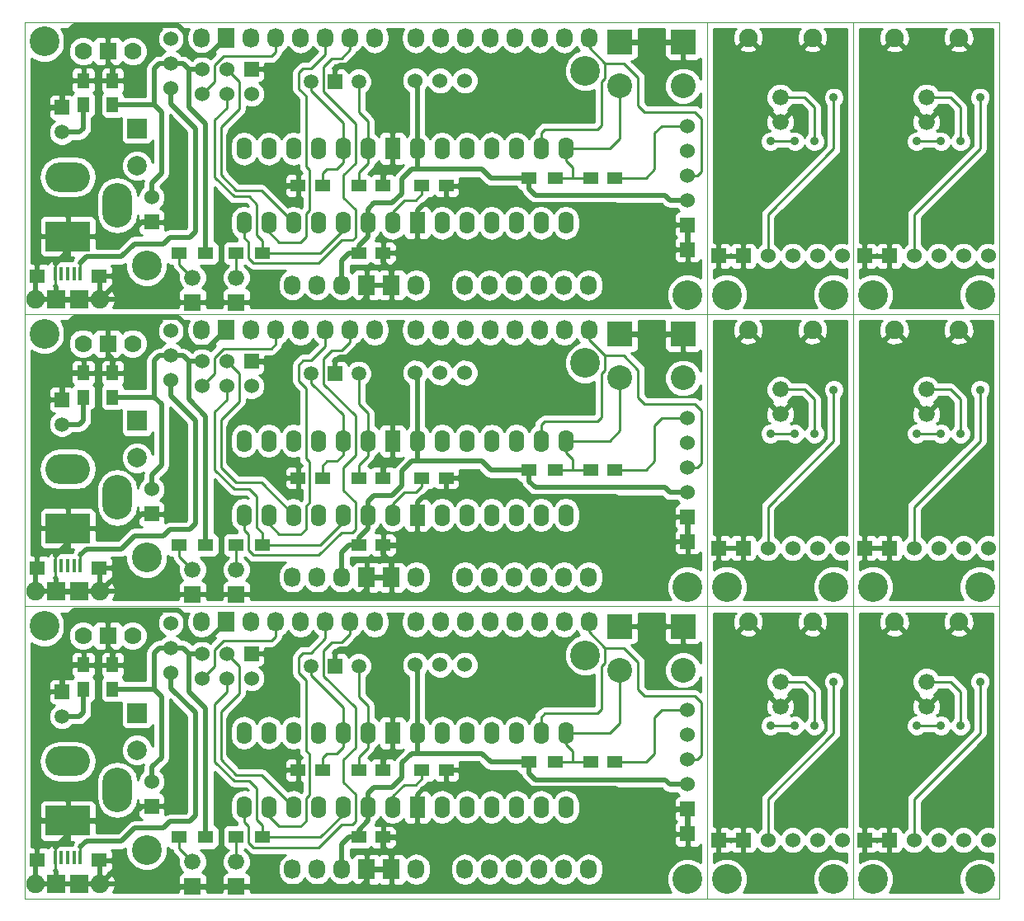
<source format=gbl>
G04 #@! TF.FileFunction,Copper,L2,Bot,Signal*
%FSLAX46Y46*%
G04 Gerber Fmt 4.6, Leading zero omitted, Abs format (unit mm)*
G04 Created by KiCad (PCBNEW (2014-11-14 BZR 5284)-product) date Mon Dec  1 16:34:46 2014*
%MOMM*%
G01*
G04 APERTURE LIST*
%ADD10C,0.100000*%
%ADD11C,3.048000*%
%ADD12C,1.905000*%
%ADD13R,1.524000X1.524000*%
%ADD14C,1.524000*%
%ADD15C,1.676400*%
%ADD16C,1.778000*%
%ADD17R,1.778000X1.778000*%
%ADD18R,2.540000X2.540000*%
%ADD19C,2.540000*%
%ADD20R,1.500000X1.300000*%
%ADD21R,4.572000X3.048000*%
%ADD22O,4.572000X3.048000*%
%ADD23O,3.048000X4.572000*%
%ADD24O,1.727200X2.032000*%
%ADD25R,1.727200X2.032000*%
%ADD26R,1.676400X1.676400*%
%ADD27R,1.500000X1.250000*%
%ADD28R,1.250000X1.500000*%
%ADD29O,1.574800X2.286000*%
%ADD30R,1.574800X2.286000*%
%ADD31R,0.406400X1.371600*%
%ADD32R,1.600200X1.422400*%
%ADD33R,1.905000X1.905000*%
%ADD34C,1.501140*%
%ADD35R,1.501140X1.501140*%
%ADD36C,1.998980*%
%ADD37R,1.998980X1.998980*%
%ADD38C,0.900000*%
%ADD39C,0.500000*%
%ADD40C,0.254000*%
%ADD41C,0.250000*%
G04 APERTURE END LIST*
D10*
X115000000Y-120000000D02*
X115000000Y-90000000D01*
X115000000Y-90000000D02*
X130000000Y-90000000D01*
X130000000Y-90000000D02*
X130000000Y-120000000D01*
X130000000Y-120000000D02*
X115000000Y-120000000D01*
X115000000Y-120000000D02*
X100000000Y-120000000D01*
X115000000Y-90000000D02*
X115000000Y-120000000D01*
X100000000Y-90000000D02*
X115000000Y-90000000D01*
X100000000Y-120000000D02*
X100000000Y-90000000D01*
X30000000Y-120000000D02*
X30000000Y-90000000D01*
X100000000Y-120000000D02*
X30000000Y-120000000D01*
X100000000Y-90000000D02*
X100000000Y-120000000D01*
X30000000Y-90000000D02*
X100000000Y-90000000D01*
X30000000Y-60000000D02*
X100000000Y-60000000D01*
X100000000Y-60000000D02*
X100000000Y-90000000D01*
X100000000Y-90000000D02*
X30000000Y-90000000D01*
X30000000Y-90000000D02*
X30000000Y-60000000D01*
X100000000Y-90000000D02*
X100000000Y-60000000D01*
X100000000Y-60000000D02*
X115000000Y-60000000D01*
X115000000Y-60000000D02*
X115000000Y-90000000D01*
X115000000Y-90000000D02*
X100000000Y-90000000D01*
X130000000Y-90000000D02*
X115000000Y-90000000D01*
X130000000Y-60000000D02*
X130000000Y-90000000D01*
X115000000Y-60000000D02*
X130000000Y-60000000D01*
X115000000Y-90000000D02*
X115000000Y-60000000D01*
X115000000Y-60000000D02*
X115000000Y-30000000D01*
X115000000Y-30000000D02*
X130000000Y-30000000D01*
X130000000Y-30000000D02*
X130000000Y-60000000D01*
X130000000Y-60000000D02*
X115000000Y-60000000D01*
X115000000Y-60000000D02*
X100000000Y-60000000D01*
X115000000Y-30000000D02*
X115000000Y-60000000D01*
X100000000Y-30000000D02*
X115000000Y-30000000D01*
X100000000Y-60000000D02*
X100000000Y-30000000D01*
X30000000Y-60000000D02*
X30000000Y-30000000D01*
X100000000Y-60000000D02*
X30000000Y-60000000D01*
X100000000Y-30000000D02*
X100000000Y-60000000D01*
X30000000Y-30000000D02*
X100000000Y-30000000D01*
D11*
X117000000Y-118000000D03*
X128000000Y-118000000D03*
D12*
X125802000Y-91583000D03*
X119198000Y-91583000D03*
D13*
X116150000Y-114000000D03*
X118690000Y-114000000D03*
D14*
X121230000Y-114000000D03*
X123770000Y-114000000D03*
X126310000Y-114000000D03*
X128850000Y-114000000D03*
D15*
X122500000Y-97730000D03*
X122500000Y-100270000D03*
D16*
X35960000Y-93000000D03*
D17*
X38500000Y-93000000D03*
D16*
X41040000Y-93000000D03*
D18*
X97550000Y-92050000D03*
D19*
X91050000Y-96550000D03*
X97550000Y-96550000D03*
D18*
X91050000Y-92050000D03*
D20*
X54350000Y-113700000D03*
X51650000Y-113700000D03*
X45850000Y-113700000D03*
X48550000Y-113700000D03*
X81750000Y-106000000D03*
X84450000Y-106000000D03*
D11*
X98000000Y-118000000D03*
X42500000Y-115000000D03*
D21*
X34400000Y-112000000D03*
D22*
X34400000Y-105904000D03*
D23*
X39480000Y-108825000D03*
D14*
X48160000Y-97370000D03*
X48160000Y-94830000D03*
X50700000Y-97370000D03*
X50700000Y-94830000D03*
X53240000Y-97370000D03*
D13*
X53240000Y-94830000D03*
D24*
X65890000Y-91600000D03*
X63350000Y-91600000D03*
X60810000Y-91600000D03*
X58270000Y-91600000D03*
X55730000Y-91600000D03*
X53190000Y-91600000D03*
D25*
X50650000Y-91600000D03*
D24*
X48110000Y-91600000D03*
X87890000Y-91600000D03*
X85350000Y-91600000D03*
X82810000Y-91600000D03*
X80270000Y-91600000D03*
X77730000Y-91600000D03*
X75190000Y-91600000D03*
X72650000Y-91600000D03*
X70110000Y-91600000D03*
X75150000Y-117000000D03*
X77690000Y-117000000D03*
X80230000Y-117000000D03*
X82770000Y-117000000D03*
X85310000Y-117000000D03*
X87850000Y-117000000D03*
X57450000Y-117000000D03*
X59990000Y-117000000D03*
X62530000Y-117000000D03*
D25*
X65070000Y-117000000D03*
X67610000Y-117000000D03*
D24*
X70150000Y-117000000D03*
D14*
X45000000Y-91710000D03*
X45000000Y-94250000D03*
X45000000Y-96790000D03*
D15*
X51700000Y-116230000D03*
D26*
X51700000Y-118770000D03*
D15*
X47200000Y-116230000D03*
D26*
X47200000Y-118770000D03*
D27*
X60550000Y-106800000D03*
X58050000Y-106800000D03*
X64250000Y-106800000D03*
X66750000Y-106800000D03*
X88050000Y-106000000D03*
X90550000Y-106000000D03*
X70750000Y-106800000D03*
X73250000Y-106800000D03*
D28*
X39000000Y-98500000D03*
X39000000Y-96000000D03*
X36000000Y-96000000D03*
X36000000Y-98500000D03*
D27*
X64250000Y-113700000D03*
X66750000Y-113700000D03*
D29*
X82970000Y-102990000D03*
X80430000Y-102990000D03*
X77890000Y-102990000D03*
X75350000Y-102990000D03*
X72810000Y-102990000D03*
X70270000Y-102990000D03*
D30*
X67730000Y-102990000D03*
D29*
X65190000Y-102990000D03*
X62650000Y-102990000D03*
X60110000Y-102990000D03*
X57570000Y-102990000D03*
X55030000Y-102990000D03*
X52490000Y-102990000D03*
X85510000Y-102990000D03*
X52490000Y-110610000D03*
X55030000Y-110610000D03*
X57570000Y-110610000D03*
X60110000Y-110610000D03*
X62650000Y-110610000D03*
X65190000Y-110610000D03*
X67730000Y-110610000D03*
D30*
X70270000Y-110610000D03*
D29*
X72810000Y-110610000D03*
X75350000Y-110610000D03*
X77890000Y-110610000D03*
X80430000Y-110610000D03*
X82970000Y-110610000D03*
X85510000Y-110610000D03*
D13*
X98000000Y-113350000D03*
X98000000Y-110810000D03*
D14*
X98000000Y-108270000D03*
X98000000Y-105730000D03*
X98000000Y-103190000D03*
X98000000Y-100650000D03*
D31*
X34400000Y-115800000D03*
X33749760Y-115800000D03*
X33099520Y-115800000D03*
X35050240Y-115800000D03*
X35700480Y-115800000D03*
D32*
X37575000Y-116054000D03*
X31225000Y-116054000D03*
D33*
X35606500Y-118467000D03*
X33193500Y-118467000D03*
D12*
X37702000Y-118467000D03*
X31098000Y-118467000D03*
D34*
X64240940Y-96100000D03*
X59359060Y-96100000D03*
D35*
X61800000Y-96100000D03*
D36*
X41500000Y-104750000D03*
D37*
X41500000Y-100940000D03*
D11*
X32000000Y-92000000D03*
X87500000Y-95000000D03*
D14*
X70060000Y-96000000D03*
X72600000Y-96000000D03*
X75140000Y-96000000D03*
D35*
X33800000Y-98760000D03*
D34*
X33800000Y-101300000D03*
D15*
X107500000Y-97730000D03*
X107500000Y-100270000D03*
D13*
X101150000Y-114000000D03*
X103690000Y-114000000D03*
D14*
X106230000Y-114000000D03*
X108770000Y-114000000D03*
X111310000Y-114000000D03*
X113850000Y-114000000D03*
D12*
X110802000Y-91583000D03*
X104198000Y-91583000D03*
D11*
X113000000Y-118000000D03*
X102000000Y-118000000D03*
D13*
X43000000Y-110520000D03*
D14*
X43000000Y-107980000D03*
D13*
X43000000Y-80520000D03*
D14*
X43000000Y-77980000D03*
D11*
X102000000Y-88000000D03*
X113000000Y-88000000D03*
D12*
X110802000Y-61583000D03*
X104198000Y-61583000D03*
D13*
X101150000Y-84000000D03*
X103690000Y-84000000D03*
D14*
X106230000Y-84000000D03*
X108770000Y-84000000D03*
X111310000Y-84000000D03*
X113850000Y-84000000D03*
D15*
X107500000Y-67730000D03*
X107500000Y-70270000D03*
D35*
X33800000Y-68760000D03*
D34*
X33800000Y-71300000D03*
D14*
X70060000Y-66000000D03*
X72600000Y-66000000D03*
X75140000Y-66000000D03*
D11*
X87500000Y-65000000D03*
X32000000Y-62000000D03*
D36*
X41500000Y-74750000D03*
D37*
X41500000Y-70940000D03*
D34*
X64240940Y-66100000D03*
X59359060Y-66100000D03*
D35*
X61800000Y-66100000D03*
D31*
X34400000Y-85800000D03*
X33749760Y-85800000D03*
X33099520Y-85800000D03*
X35050240Y-85800000D03*
X35700480Y-85800000D03*
D32*
X37575000Y-86054000D03*
X31225000Y-86054000D03*
D33*
X35606500Y-88467000D03*
X33193500Y-88467000D03*
D12*
X37702000Y-88467000D03*
X31098000Y-88467000D03*
D13*
X98000000Y-83350000D03*
X98000000Y-80810000D03*
D14*
X98000000Y-78270000D03*
X98000000Y-75730000D03*
X98000000Y-73190000D03*
X98000000Y-70650000D03*
D29*
X82970000Y-72990000D03*
X80430000Y-72990000D03*
X77890000Y-72990000D03*
X75350000Y-72990000D03*
X72810000Y-72990000D03*
X70270000Y-72990000D03*
D30*
X67730000Y-72990000D03*
D29*
X65190000Y-72990000D03*
X62650000Y-72990000D03*
X60110000Y-72990000D03*
X57570000Y-72990000D03*
X55030000Y-72990000D03*
X52490000Y-72990000D03*
X85510000Y-72990000D03*
X52490000Y-80610000D03*
X55030000Y-80610000D03*
X57570000Y-80610000D03*
X60110000Y-80610000D03*
X62650000Y-80610000D03*
X65190000Y-80610000D03*
X67730000Y-80610000D03*
D30*
X70270000Y-80610000D03*
D29*
X72810000Y-80610000D03*
X75350000Y-80610000D03*
X77890000Y-80610000D03*
X80430000Y-80610000D03*
X82970000Y-80610000D03*
X85510000Y-80610000D03*
D27*
X64250000Y-83700000D03*
X66750000Y-83700000D03*
D28*
X36000000Y-66000000D03*
X36000000Y-68500000D03*
X39000000Y-68500000D03*
X39000000Y-66000000D03*
D27*
X70750000Y-76800000D03*
X73250000Y-76800000D03*
X88050000Y-76000000D03*
X90550000Y-76000000D03*
X64250000Y-76800000D03*
X66750000Y-76800000D03*
X60550000Y-76800000D03*
X58050000Y-76800000D03*
D15*
X47200000Y-86230000D03*
D26*
X47200000Y-88770000D03*
D15*
X51700000Y-86230000D03*
D26*
X51700000Y-88770000D03*
D14*
X45000000Y-61710000D03*
X45000000Y-64250000D03*
X45000000Y-66790000D03*
D24*
X57450000Y-87000000D03*
X59990000Y-87000000D03*
X62530000Y-87000000D03*
D25*
X65070000Y-87000000D03*
X67610000Y-87000000D03*
D24*
X70150000Y-87000000D03*
X75150000Y-87000000D03*
X77690000Y-87000000D03*
X80230000Y-87000000D03*
X82770000Y-87000000D03*
X85310000Y-87000000D03*
X87850000Y-87000000D03*
X87890000Y-61600000D03*
X85350000Y-61600000D03*
X82810000Y-61600000D03*
X80270000Y-61600000D03*
X77730000Y-61600000D03*
X75190000Y-61600000D03*
X72650000Y-61600000D03*
X70110000Y-61600000D03*
X65890000Y-61600000D03*
X63350000Y-61600000D03*
X60810000Y-61600000D03*
X58270000Y-61600000D03*
X55730000Y-61600000D03*
X53190000Y-61600000D03*
D25*
X50650000Y-61600000D03*
D24*
X48110000Y-61600000D03*
D14*
X48160000Y-67370000D03*
X48160000Y-64830000D03*
X50700000Y-67370000D03*
X50700000Y-64830000D03*
X53240000Y-67370000D03*
D13*
X53240000Y-64830000D03*
D21*
X34400000Y-82000000D03*
D22*
X34400000Y-75904000D03*
D23*
X39480000Y-78825000D03*
D11*
X42500000Y-85000000D03*
X98000000Y-88000000D03*
D20*
X81750000Y-76000000D03*
X84450000Y-76000000D03*
X45850000Y-83700000D03*
X48550000Y-83700000D03*
X54350000Y-83700000D03*
X51650000Y-83700000D03*
D18*
X97550000Y-62050000D03*
D19*
X91050000Y-66550000D03*
X97550000Y-66550000D03*
D18*
X91050000Y-62050000D03*
D16*
X35960000Y-63000000D03*
D17*
X38500000Y-63000000D03*
D16*
X41040000Y-63000000D03*
D15*
X122500000Y-67730000D03*
X122500000Y-70270000D03*
D13*
X116150000Y-84000000D03*
X118690000Y-84000000D03*
D14*
X121230000Y-84000000D03*
X123770000Y-84000000D03*
X126310000Y-84000000D03*
X128850000Y-84000000D03*
D12*
X125802000Y-61583000D03*
X119198000Y-61583000D03*
D11*
X128000000Y-88000000D03*
X117000000Y-88000000D03*
X117000000Y-58000000D03*
X128000000Y-58000000D03*
D12*
X125802000Y-31583000D03*
X119198000Y-31583000D03*
D13*
X116150000Y-54000000D03*
X118690000Y-54000000D03*
D14*
X121230000Y-54000000D03*
X123770000Y-54000000D03*
X126310000Y-54000000D03*
X128850000Y-54000000D03*
D15*
X122500000Y-37730000D03*
X122500000Y-40270000D03*
D16*
X35960000Y-33000000D03*
D17*
X38500000Y-33000000D03*
D16*
X41040000Y-33000000D03*
D18*
X97550000Y-32050000D03*
D19*
X91050000Y-36550000D03*
X97550000Y-36550000D03*
D18*
X91050000Y-32050000D03*
D20*
X54350000Y-53700000D03*
X51650000Y-53700000D03*
X45850000Y-53700000D03*
X48550000Y-53700000D03*
X81750000Y-46000000D03*
X84450000Y-46000000D03*
D11*
X98000000Y-58000000D03*
X42500000Y-55000000D03*
D21*
X34400000Y-52000000D03*
D22*
X34400000Y-45904000D03*
D23*
X39480000Y-48825000D03*
D14*
X48160000Y-37370000D03*
X48160000Y-34830000D03*
X50700000Y-37370000D03*
X50700000Y-34830000D03*
X53240000Y-37370000D03*
D13*
X53240000Y-34830000D03*
D24*
X65890000Y-31600000D03*
X63350000Y-31600000D03*
X60810000Y-31600000D03*
X58270000Y-31600000D03*
X55730000Y-31600000D03*
X53190000Y-31600000D03*
D25*
X50650000Y-31600000D03*
D24*
X48110000Y-31600000D03*
X87890000Y-31600000D03*
X85350000Y-31600000D03*
X82810000Y-31600000D03*
X80270000Y-31600000D03*
X77730000Y-31600000D03*
X75190000Y-31600000D03*
X72650000Y-31600000D03*
X70110000Y-31600000D03*
X75150000Y-57000000D03*
X77690000Y-57000000D03*
X80230000Y-57000000D03*
X82770000Y-57000000D03*
X85310000Y-57000000D03*
X87850000Y-57000000D03*
X57450000Y-57000000D03*
X59990000Y-57000000D03*
X62530000Y-57000000D03*
D25*
X65070000Y-57000000D03*
X67610000Y-57000000D03*
D24*
X70150000Y-57000000D03*
D14*
X45000000Y-31710000D03*
X45000000Y-34250000D03*
X45000000Y-36790000D03*
D15*
X51700000Y-56230000D03*
D26*
X51700000Y-58770000D03*
D15*
X47200000Y-56230000D03*
D26*
X47200000Y-58770000D03*
D27*
X60550000Y-46800000D03*
X58050000Y-46800000D03*
X64250000Y-46800000D03*
X66750000Y-46800000D03*
X88050000Y-46000000D03*
X90550000Y-46000000D03*
X70750000Y-46800000D03*
X73250000Y-46800000D03*
D28*
X39000000Y-38500000D03*
X39000000Y-36000000D03*
X36000000Y-36000000D03*
X36000000Y-38500000D03*
D27*
X64250000Y-53700000D03*
X66750000Y-53700000D03*
D29*
X82970000Y-42990000D03*
X80430000Y-42990000D03*
X77890000Y-42990000D03*
X75350000Y-42990000D03*
X72810000Y-42990000D03*
X70270000Y-42990000D03*
D30*
X67730000Y-42990000D03*
D29*
X65190000Y-42990000D03*
X62650000Y-42990000D03*
X60110000Y-42990000D03*
X57570000Y-42990000D03*
X55030000Y-42990000D03*
X52490000Y-42990000D03*
X85510000Y-42990000D03*
X52490000Y-50610000D03*
X55030000Y-50610000D03*
X57570000Y-50610000D03*
X60110000Y-50610000D03*
X62650000Y-50610000D03*
X65190000Y-50610000D03*
X67730000Y-50610000D03*
D30*
X70270000Y-50610000D03*
D29*
X72810000Y-50610000D03*
X75350000Y-50610000D03*
X77890000Y-50610000D03*
X80430000Y-50610000D03*
X82970000Y-50610000D03*
X85510000Y-50610000D03*
D13*
X98000000Y-53350000D03*
X98000000Y-50810000D03*
D14*
X98000000Y-48270000D03*
X98000000Y-45730000D03*
X98000000Y-43190000D03*
X98000000Y-40650000D03*
D31*
X34400000Y-55800000D03*
X33749760Y-55800000D03*
X33099520Y-55800000D03*
X35050240Y-55800000D03*
X35700480Y-55800000D03*
D32*
X37575000Y-56054000D03*
X31225000Y-56054000D03*
D33*
X35606500Y-58467000D03*
X33193500Y-58467000D03*
D12*
X37702000Y-58467000D03*
X31098000Y-58467000D03*
D34*
X64240940Y-36100000D03*
X59359060Y-36100000D03*
D35*
X61800000Y-36100000D03*
D36*
X41500000Y-44750000D03*
D37*
X41500000Y-40940000D03*
D11*
X32000000Y-32000000D03*
X87500000Y-35000000D03*
D14*
X70060000Y-36000000D03*
X72600000Y-36000000D03*
X75140000Y-36000000D03*
D35*
X33800000Y-38760000D03*
D34*
X33800000Y-41300000D03*
D15*
X107500000Y-37730000D03*
X107500000Y-40270000D03*
D13*
X101150000Y-54000000D03*
X103690000Y-54000000D03*
D14*
X106230000Y-54000000D03*
X108770000Y-54000000D03*
X111310000Y-54000000D03*
X113850000Y-54000000D03*
D12*
X110802000Y-31583000D03*
X104198000Y-31583000D03*
D11*
X113000000Y-58000000D03*
X102000000Y-58000000D03*
D13*
X43000000Y-50520000D03*
D14*
X43000000Y-47980000D03*
D38*
X113000000Y-37750000D03*
X128000000Y-37750000D03*
X128000000Y-67750000D03*
X113000000Y-67750000D03*
X113000000Y-97750000D03*
X128000000Y-97750000D03*
X111000000Y-42250000D03*
X126000000Y-42250000D03*
X126000000Y-72250000D03*
X111000000Y-72250000D03*
X111000000Y-102250000D03*
X126000000Y-102250000D03*
X109000000Y-42250000D03*
X106500000Y-42250000D03*
X121500000Y-42250000D03*
X124000000Y-42250000D03*
X124000000Y-72250000D03*
X121500000Y-72250000D03*
X106500000Y-72250000D03*
X109000000Y-72250000D03*
X109000000Y-102250000D03*
X106500000Y-102250000D03*
X121500000Y-102250000D03*
X124000000Y-102250000D03*
D39*
X43000000Y-46500000D02*
X44000000Y-45500000D01*
X43000000Y-47980000D02*
X43000000Y-46500000D01*
X62530000Y-57000000D02*
X62530000Y-54470000D01*
X63300000Y-53700000D02*
X64250000Y-53700000D01*
X62530000Y-54470000D02*
X63300000Y-53700000D01*
X45000000Y-34250000D02*
X45288800Y-34250000D01*
X64250000Y-53196800D02*
X64250000Y-53700000D01*
X81750000Y-46000000D02*
X81750000Y-46376000D01*
X70270000Y-42990000D02*
X70270000Y-36210000D01*
X70270000Y-36210000D02*
X70060000Y-36000000D01*
X70270000Y-42990000D02*
X70270000Y-45092150D01*
X70270000Y-45092150D02*
X76892150Y-45092150D01*
X65190000Y-49210000D02*
X65190000Y-50610000D01*
X65800000Y-48600000D02*
X65190000Y-49210000D01*
X67700000Y-48600000D02*
X65800000Y-48600000D01*
X68700000Y-47600000D02*
X67700000Y-48600000D01*
X69692150Y-45092150D02*
X70270000Y-45092150D01*
X69692150Y-45092150D02*
X68700000Y-46084300D01*
X68700000Y-46084300D02*
X68700000Y-47600000D01*
X64250000Y-52950000D02*
X65190000Y-52010000D01*
X65190000Y-52010000D02*
X65190000Y-50610000D01*
X64250000Y-53700000D02*
X64250000Y-52950000D01*
X46830000Y-34830000D02*
X48160000Y-34830000D01*
X46250000Y-34250000D02*
X46830000Y-34830000D01*
X45000000Y-34250000D02*
X46250000Y-34250000D01*
X46830000Y-38730000D02*
X46830000Y-34830000D01*
X81750000Y-47150000D02*
X82400000Y-47800000D01*
X82400000Y-47800000D02*
X95700000Y-47800000D01*
X95700000Y-47800000D02*
X96170000Y-48270000D01*
X96170000Y-48270000D02*
X98000000Y-48270000D01*
X81750000Y-46000000D02*
X81750000Y-47150000D01*
X77800000Y-46000000D02*
X76892150Y-45092150D01*
X81750000Y-46000000D02*
X77800000Y-46000000D01*
X48550000Y-40450000D02*
X46830000Y-38730000D01*
X48550000Y-53700000D02*
X48550000Y-40450000D01*
X43250000Y-38500000D02*
X39000000Y-38500000D01*
X43750000Y-34250000D02*
X43250000Y-34750000D01*
X43250000Y-34750000D02*
X43250000Y-38500000D01*
X45000000Y-34250000D02*
X43750000Y-34250000D01*
X44000000Y-45500000D02*
X44000000Y-39250000D01*
X44000000Y-39250000D02*
X43250000Y-38500000D01*
X44000000Y-69250000D02*
X43250000Y-68500000D01*
X44000000Y-75500000D02*
X44000000Y-69250000D01*
X45000000Y-64250000D02*
X43750000Y-64250000D01*
X43250000Y-64750000D02*
X43250000Y-68500000D01*
X43750000Y-64250000D02*
X43250000Y-64750000D01*
X43250000Y-68500000D02*
X39000000Y-68500000D01*
X48550000Y-83700000D02*
X48550000Y-70450000D01*
X48550000Y-70450000D02*
X46830000Y-68730000D01*
X81750000Y-76000000D02*
X77800000Y-76000000D01*
X77800000Y-76000000D02*
X76892150Y-75092150D01*
X81750000Y-76000000D02*
X81750000Y-77150000D01*
X96170000Y-78270000D02*
X98000000Y-78270000D01*
X95700000Y-77800000D02*
X96170000Y-78270000D01*
X82400000Y-77800000D02*
X95700000Y-77800000D01*
X81750000Y-77150000D02*
X82400000Y-77800000D01*
X46830000Y-68730000D02*
X46830000Y-64830000D01*
X45000000Y-64250000D02*
X46250000Y-64250000D01*
X46250000Y-64250000D02*
X46830000Y-64830000D01*
X46830000Y-64830000D02*
X48160000Y-64830000D01*
X64250000Y-83700000D02*
X64250000Y-82950000D01*
X65190000Y-82010000D02*
X65190000Y-80610000D01*
X64250000Y-82950000D02*
X65190000Y-82010000D01*
X68700000Y-76084300D02*
X68700000Y-77600000D01*
X69692150Y-75092150D02*
X68700000Y-76084300D01*
X69692150Y-75092150D02*
X70270000Y-75092150D01*
X68700000Y-77600000D02*
X67700000Y-78600000D01*
X67700000Y-78600000D02*
X65800000Y-78600000D01*
X65800000Y-78600000D02*
X65190000Y-79210000D01*
X65190000Y-79210000D02*
X65190000Y-80610000D01*
X70270000Y-75092150D02*
X76892150Y-75092150D01*
X70270000Y-72990000D02*
X70270000Y-75092150D01*
X70270000Y-66210000D02*
X70060000Y-66000000D01*
X70270000Y-72990000D02*
X70270000Y-66210000D01*
X81750000Y-76000000D02*
X81750000Y-76376000D01*
X64250000Y-83196800D02*
X64250000Y-83700000D01*
X45000000Y-64250000D02*
X45288800Y-64250000D01*
X62530000Y-84470000D02*
X63300000Y-83700000D01*
X63300000Y-83700000D02*
X64250000Y-83700000D01*
X62530000Y-87000000D02*
X62530000Y-84470000D01*
X43000000Y-77980000D02*
X43000000Y-76500000D01*
X43000000Y-76500000D02*
X44000000Y-75500000D01*
X43000000Y-106500000D02*
X44000000Y-105500000D01*
X43000000Y-107980000D02*
X43000000Y-106500000D01*
X62530000Y-117000000D02*
X62530000Y-114470000D01*
X63300000Y-113700000D02*
X64250000Y-113700000D01*
X62530000Y-114470000D02*
X63300000Y-113700000D01*
X45000000Y-94250000D02*
X45288800Y-94250000D01*
X64250000Y-113196800D02*
X64250000Y-113700000D01*
X81750000Y-106000000D02*
X81750000Y-106376000D01*
X70270000Y-102990000D02*
X70270000Y-96210000D01*
X70270000Y-96210000D02*
X70060000Y-96000000D01*
X70270000Y-102990000D02*
X70270000Y-105092150D01*
X70270000Y-105092150D02*
X76892150Y-105092150D01*
X65190000Y-109210000D02*
X65190000Y-110610000D01*
X65800000Y-108600000D02*
X65190000Y-109210000D01*
X67700000Y-108600000D02*
X65800000Y-108600000D01*
X68700000Y-107600000D02*
X67700000Y-108600000D01*
X69692150Y-105092150D02*
X70270000Y-105092150D01*
X69692150Y-105092150D02*
X68700000Y-106084300D01*
X68700000Y-106084300D02*
X68700000Y-107600000D01*
X64250000Y-112950000D02*
X65190000Y-112010000D01*
X65190000Y-112010000D02*
X65190000Y-110610000D01*
X64250000Y-113700000D02*
X64250000Y-112950000D01*
X46830000Y-94830000D02*
X48160000Y-94830000D01*
X46250000Y-94250000D02*
X46830000Y-94830000D01*
X45000000Y-94250000D02*
X46250000Y-94250000D01*
X46830000Y-98730000D02*
X46830000Y-94830000D01*
X81750000Y-107150000D02*
X82400000Y-107800000D01*
X82400000Y-107800000D02*
X95700000Y-107800000D01*
X95700000Y-107800000D02*
X96170000Y-108270000D01*
X96170000Y-108270000D02*
X98000000Y-108270000D01*
X81750000Y-106000000D02*
X81750000Y-107150000D01*
X77800000Y-106000000D02*
X76892150Y-105092150D01*
X81750000Y-106000000D02*
X77800000Y-106000000D01*
X48550000Y-100450000D02*
X46830000Y-98730000D01*
X48550000Y-113700000D02*
X48550000Y-100450000D01*
X43250000Y-98500000D02*
X39000000Y-98500000D01*
X43750000Y-94250000D02*
X43250000Y-94750000D01*
X43250000Y-94750000D02*
X43250000Y-98500000D01*
X45000000Y-94250000D02*
X43750000Y-94250000D01*
X44000000Y-105500000D02*
X44000000Y-99250000D01*
X44000000Y-99250000D02*
X43250000Y-98500000D01*
X51700000Y-58770000D02*
X64530000Y-58770000D01*
X65070000Y-58230000D02*
X65070000Y-57000000D01*
X64530000Y-58770000D02*
X65070000Y-58230000D01*
X70270000Y-50610000D02*
X70270000Y-52930000D01*
X70270000Y-52930000D02*
X69500000Y-53700000D01*
X66750000Y-53700000D02*
X66750000Y-54650000D01*
X67610000Y-55510000D02*
X67610000Y-57000000D01*
X66750000Y-54650000D02*
X67610000Y-55510000D01*
X65070000Y-57000000D02*
X67610000Y-57000000D01*
X66750000Y-53700000D02*
X67315700Y-53700000D01*
D40*
X33099500Y-56054000D02*
X33099500Y-55800000D01*
D39*
X98000000Y-50810000D02*
X98000000Y-53350000D01*
X66750000Y-46800000D02*
X66750000Y-45793700D01*
X67730000Y-42990000D02*
X67730000Y-44813700D01*
X67730000Y-44813700D02*
X66750000Y-45793700D01*
D40*
X33099500Y-56333500D02*
X33099500Y-56054000D01*
D39*
X37575000Y-57870200D02*
X37537100Y-57870200D01*
X37702000Y-57997200D02*
X37575000Y-57870200D01*
X69500000Y-53700000D02*
X66750000Y-53700000D01*
X61800000Y-34900000D02*
X62300000Y-34400000D01*
X62300000Y-34400000D02*
X66600000Y-34400000D01*
X66600000Y-34400000D02*
X67730000Y-35530000D01*
X67730000Y-35530000D02*
X67730000Y-42990000D01*
X61800000Y-36100000D02*
X61800000Y-34900000D01*
X31700000Y-52000000D02*
X34400000Y-52000000D01*
X31100000Y-51400000D02*
X31700000Y-52000000D01*
X31100000Y-40200000D02*
X31100000Y-51400000D01*
X32540000Y-38760000D02*
X31100000Y-40200000D01*
X33800000Y-38760000D02*
X32540000Y-38760000D01*
X38500000Y-34100000D02*
X39000000Y-34600000D01*
X39000000Y-34600000D02*
X39000000Y-36000000D01*
X38500000Y-33000000D02*
X38500000Y-34100000D01*
X55330000Y-34830000D02*
X56300000Y-35800000D01*
X53240000Y-34830000D02*
X55330000Y-34830000D01*
X31098000Y-56181000D02*
X31225000Y-56054000D01*
X31098000Y-58467000D02*
X31098000Y-56181000D01*
X31098000Y-58467000D02*
X33193500Y-58467000D01*
X37702000Y-58467000D02*
X35606500Y-58467000D01*
X35606500Y-58467000D02*
X33193500Y-58467000D01*
X37702000Y-56181000D02*
X37575000Y-56054000D01*
X37702000Y-58467000D02*
X37702000Y-56181000D01*
X33193500Y-57193500D02*
X33099520Y-57099520D01*
D40*
X33099520Y-57099520D02*
X33099520Y-55800000D01*
D39*
X33193500Y-58467000D02*
X33193500Y-57193500D01*
X34400000Y-53500000D02*
X34400000Y-52000000D01*
X33099520Y-54800480D02*
X34400000Y-53500000D01*
D40*
X33099520Y-55800000D02*
X33099520Y-54800480D01*
D39*
X92710000Y-50810000D02*
X90600000Y-48700000D01*
X73250000Y-48700000D02*
X70900000Y-48700000D01*
X90600000Y-48700000D02*
X73250000Y-48700000D01*
X70900000Y-48700000D02*
X70270000Y-49330000D01*
X70270000Y-49330000D02*
X70270000Y-50610000D01*
X98000000Y-50810000D02*
X92710000Y-50810000D01*
X73250000Y-46800000D02*
X73250000Y-48700000D01*
X55600000Y-46800000D02*
X54900000Y-46100000D01*
X54900000Y-46100000D02*
X51800000Y-46100000D01*
X51800000Y-46100000D02*
X50900000Y-45200000D01*
X50900000Y-45200000D02*
X50900000Y-41600000D01*
X50900000Y-41600000D02*
X51900000Y-40600000D01*
X51900000Y-40600000D02*
X55400000Y-40600000D01*
X55400000Y-40600000D02*
X56300000Y-39700000D01*
X56300000Y-39700000D02*
X56300000Y-35800000D01*
X58050000Y-46800000D02*
X55600000Y-46800000D01*
X45759200Y-30359200D02*
X46500000Y-31100000D01*
X46500000Y-31100000D02*
X46500000Y-32900000D01*
X46500000Y-32900000D02*
X47000000Y-33400000D01*
X47000000Y-33400000D02*
X48850000Y-33400000D01*
X48850000Y-33400000D02*
X50650000Y-31600000D01*
X38500000Y-30359200D02*
X45759200Y-30359200D01*
X38500000Y-33000000D02*
X38500000Y-30359200D01*
X36000000Y-36000000D02*
X34200000Y-36000000D01*
X34200000Y-31200000D02*
X35040800Y-30359200D01*
X35040800Y-30359200D02*
X38500000Y-30359200D01*
X34200000Y-31200000D02*
X34200000Y-36000000D01*
X33800000Y-36400000D02*
X34200000Y-36000000D01*
X33800000Y-38760000D02*
X33800000Y-36400000D01*
X97550000Y-32050000D02*
X91050000Y-32050000D01*
X51700000Y-58770000D02*
X47200000Y-58770000D01*
X42270000Y-58770000D02*
X41967000Y-58467000D01*
X41967000Y-58467000D02*
X37702000Y-58467000D01*
X47200000Y-58770000D02*
X42270000Y-58770000D01*
X40500000Y-52000000D02*
X34400000Y-52000000D01*
X41980000Y-50520000D02*
X40500000Y-52000000D01*
X43000000Y-50520000D02*
X41980000Y-50520000D01*
X43000000Y-80520000D02*
X41980000Y-80520000D01*
X41980000Y-80520000D02*
X40500000Y-82000000D01*
X40500000Y-82000000D02*
X34400000Y-82000000D01*
X47200000Y-88770000D02*
X42270000Y-88770000D01*
X41967000Y-88467000D02*
X37702000Y-88467000D01*
X42270000Y-88770000D02*
X41967000Y-88467000D01*
X51700000Y-88770000D02*
X47200000Y-88770000D01*
X97550000Y-62050000D02*
X91050000Y-62050000D01*
X33800000Y-68760000D02*
X33800000Y-66400000D01*
X33800000Y-66400000D02*
X34200000Y-66000000D01*
X34200000Y-61200000D02*
X34200000Y-66000000D01*
X35040800Y-60359200D02*
X38500000Y-60359200D01*
X34200000Y-61200000D02*
X35040800Y-60359200D01*
X36000000Y-66000000D02*
X34200000Y-66000000D01*
X38500000Y-63000000D02*
X38500000Y-60359200D01*
X38500000Y-60359200D02*
X45759200Y-60359200D01*
X48850000Y-63400000D02*
X50650000Y-61600000D01*
X47000000Y-63400000D02*
X48850000Y-63400000D01*
X46500000Y-62900000D02*
X47000000Y-63400000D01*
X46500000Y-61100000D02*
X46500000Y-62900000D01*
X45759200Y-60359200D02*
X46500000Y-61100000D01*
X58050000Y-76800000D02*
X55600000Y-76800000D01*
X56300000Y-69700000D02*
X56300000Y-65800000D01*
X55400000Y-70600000D02*
X56300000Y-69700000D01*
X51900000Y-70600000D02*
X55400000Y-70600000D01*
X50900000Y-71600000D02*
X51900000Y-70600000D01*
X50900000Y-75200000D02*
X50900000Y-71600000D01*
X51800000Y-76100000D02*
X50900000Y-75200000D01*
X54900000Y-76100000D02*
X51800000Y-76100000D01*
X55600000Y-76800000D02*
X54900000Y-76100000D01*
X73250000Y-76800000D02*
X73250000Y-78700000D01*
X98000000Y-80810000D02*
X92710000Y-80810000D01*
X70270000Y-79330000D02*
X70270000Y-80610000D01*
X70900000Y-78700000D02*
X70270000Y-79330000D01*
X90600000Y-78700000D02*
X73250000Y-78700000D01*
X73250000Y-78700000D02*
X70900000Y-78700000D01*
X92710000Y-80810000D02*
X90600000Y-78700000D01*
D40*
X33099520Y-85800000D02*
X33099520Y-84800480D01*
D39*
X33099520Y-84800480D02*
X34400000Y-83500000D01*
X34400000Y-83500000D02*
X34400000Y-82000000D01*
X33193500Y-88467000D02*
X33193500Y-87193500D01*
D40*
X33099520Y-87099520D02*
X33099520Y-85800000D01*
D39*
X33193500Y-87193500D02*
X33099520Y-87099520D01*
X37702000Y-88467000D02*
X37702000Y-86181000D01*
X37702000Y-86181000D02*
X37575000Y-86054000D01*
X35606500Y-88467000D02*
X33193500Y-88467000D01*
X37702000Y-88467000D02*
X35606500Y-88467000D01*
X31098000Y-88467000D02*
X33193500Y-88467000D01*
X31098000Y-88467000D02*
X31098000Y-86181000D01*
X31098000Y-86181000D02*
X31225000Y-86054000D01*
X53240000Y-64830000D02*
X55330000Y-64830000D01*
X55330000Y-64830000D02*
X56300000Y-65800000D01*
X38500000Y-63000000D02*
X38500000Y-64100000D01*
X39000000Y-64600000D02*
X39000000Y-66000000D01*
X38500000Y-64100000D02*
X39000000Y-64600000D01*
X33800000Y-68760000D02*
X32540000Y-68760000D01*
X32540000Y-68760000D02*
X31100000Y-70200000D01*
X31100000Y-70200000D02*
X31100000Y-81400000D01*
X31100000Y-81400000D02*
X31700000Y-82000000D01*
X31700000Y-82000000D02*
X34400000Y-82000000D01*
X61800000Y-66100000D02*
X61800000Y-64900000D01*
X67730000Y-65530000D02*
X67730000Y-72990000D01*
X66600000Y-64400000D02*
X67730000Y-65530000D01*
X62300000Y-64400000D02*
X66600000Y-64400000D01*
X61800000Y-64900000D02*
X62300000Y-64400000D01*
X69500000Y-83700000D02*
X66750000Y-83700000D01*
X37702000Y-87997200D02*
X37575000Y-87870200D01*
X37575000Y-87870200D02*
X37537100Y-87870200D01*
D40*
X33099500Y-86333500D02*
X33099500Y-86054000D01*
D39*
X67730000Y-74813700D02*
X66750000Y-75793700D01*
X67730000Y-72990000D02*
X67730000Y-74813700D01*
X66750000Y-76800000D02*
X66750000Y-75793700D01*
X98000000Y-80810000D02*
X98000000Y-83350000D01*
D40*
X33099500Y-86054000D02*
X33099500Y-85800000D01*
D39*
X66750000Y-83700000D02*
X67315700Y-83700000D01*
X65070000Y-87000000D02*
X67610000Y-87000000D01*
X66750000Y-84650000D02*
X67610000Y-85510000D01*
X67610000Y-85510000D02*
X67610000Y-87000000D01*
X66750000Y-83700000D02*
X66750000Y-84650000D01*
X70270000Y-82930000D02*
X69500000Y-83700000D01*
X70270000Y-80610000D02*
X70270000Y-82930000D01*
X64530000Y-88770000D02*
X65070000Y-88230000D01*
X65070000Y-88230000D02*
X65070000Y-87000000D01*
X51700000Y-88770000D02*
X64530000Y-88770000D01*
X51700000Y-118770000D02*
X64530000Y-118770000D01*
X65070000Y-118230000D02*
X65070000Y-117000000D01*
X64530000Y-118770000D02*
X65070000Y-118230000D01*
X70270000Y-110610000D02*
X70270000Y-112930000D01*
X70270000Y-112930000D02*
X69500000Y-113700000D01*
X66750000Y-113700000D02*
X66750000Y-114650000D01*
X67610000Y-115510000D02*
X67610000Y-117000000D01*
X66750000Y-114650000D02*
X67610000Y-115510000D01*
X65070000Y-117000000D02*
X67610000Y-117000000D01*
X66750000Y-113700000D02*
X67315700Y-113700000D01*
D40*
X33099500Y-116054000D02*
X33099500Y-115800000D01*
D39*
X98000000Y-110810000D02*
X98000000Y-113350000D01*
X66750000Y-106800000D02*
X66750000Y-105793700D01*
X67730000Y-102990000D02*
X67730000Y-104813700D01*
X67730000Y-104813700D02*
X66750000Y-105793700D01*
D40*
X33099500Y-116333500D02*
X33099500Y-116054000D01*
D39*
X37575000Y-117870200D02*
X37537100Y-117870200D01*
X37702000Y-117997200D02*
X37575000Y-117870200D01*
X69500000Y-113700000D02*
X66750000Y-113700000D01*
X61800000Y-94900000D02*
X62300000Y-94400000D01*
X62300000Y-94400000D02*
X66600000Y-94400000D01*
X66600000Y-94400000D02*
X67730000Y-95530000D01*
X67730000Y-95530000D02*
X67730000Y-102990000D01*
X61800000Y-96100000D02*
X61800000Y-94900000D01*
X31700000Y-112000000D02*
X34400000Y-112000000D01*
X31100000Y-111400000D02*
X31700000Y-112000000D01*
X31100000Y-100200000D02*
X31100000Y-111400000D01*
X32540000Y-98760000D02*
X31100000Y-100200000D01*
X33800000Y-98760000D02*
X32540000Y-98760000D01*
X38500000Y-94100000D02*
X39000000Y-94600000D01*
X39000000Y-94600000D02*
X39000000Y-96000000D01*
X38500000Y-93000000D02*
X38500000Y-94100000D01*
X55330000Y-94830000D02*
X56300000Y-95800000D01*
X53240000Y-94830000D02*
X55330000Y-94830000D01*
X31098000Y-116181000D02*
X31225000Y-116054000D01*
X31098000Y-118467000D02*
X31098000Y-116181000D01*
X31098000Y-118467000D02*
X33193500Y-118467000D01*
X37702000Y-118467000D02*
X35606500Y-118467000D01*
X35606500Y-118467000D02*
X33193500Y-118467000D01*
X37702000Y-116181000D02*
X37575000Y-116054000D01*
X37702000Y-118467000D02*
X37702000Y-116181000D01*
X33193500Y-117193500D02*
X33099520Y-117099520D01*
D40*
X33099520Y-117099520D02*
X33099520Y-115800000D01*
D39*
X33193500Y-118467000D02*
X33193500Y-117193500D01*
X34400000Y-113500000D02*
X34400000Y-112000000D01*
X33099520Y-114800480D02*
X34400000Y-113500000D01*
D40*
X33099520Y-115800000D02*
X33099520Y-114800480D01*
D39*
X92710000Y-110810000D02*
X90600000Y-108700000D01*
X73250000Y-108700000D02*
X70900000Y-108700000D01*
X90600000Y-108700000D02*
X73250000Y-108700000D01*
X70900000Y-108700000D02*
X70270000Y-109330000D01*
X70270000Y-109330000D02*
X70270000Y-110610000D01*
X98000000Y-110810000D02*
X92710000Y-110810000D01*
X73250000Y-106800000D02*
X73250000Y-108700000D01*
X55600000Y-106800000D02*
X54900000Y-106100000D01*
X54900000Y-106100000D02*
X51800000Y-106100000D01*
X51800000Y-106100000D02*
X50900000Y-105200000D01*
X50900000Y-105200000D02*
X50900000Y-101600000D01*
X50900000Y-101600000D02*
X51900000Y-100600000D01*
X51900000Y-100600000D02*
X55400000Y-100600000D01*
X55400000Y-100600000D02*
X56300000Y-99700000D01*
X56300000Y-99700000D02*
X56300000Y-95800000D01*
X58050000Y-106800000D02*
X55600000Y-106800000D01*
X45759200Y-90359200D02*
X46500000Y-91100000D01*
X46500000Y-91100000D02*
X46500000Y-92900000D01*
X46500000Y-92900000D02*
X47000000Y-93400000D01*
X47000000Y-93400000D02*
X48850000Y-93400000D01*
X48850000Y-93400000D02*
X50650000Y-91600000D01*
X38500000Y-90359200D02*
X45759200Y-90359200D01*
X38500000Y-93000000D02*
X38500000Y-90359200D01*
X36000000Y-96000000D02*
X34200000Y-96000000D01*
X34200000Y-91200000D02*
X35040800Y-90359200D01*
X35040800Y-90359200D02*
X38500000Y-90359200D01*
X34200000Y-91200000D02*
X34200000Y-96000000D01*
X33800000Y-96400000D02*
X34200000Y-96000000D01*
X33800000Y-98760000D02*
X33800000Y-96400000D01*
X97550000Y-92050000D02*
X91050000Y-92050000D01*
X51700000Y-118770000D02*
X47200000Y-118770000D01*
X42270000Y-118770000D02*
X41967000Y-118467000D01*
X41967000Y-118467000D02*
X37702000Y-118467000D01*
X47200000Y-118770000D02*
X42270000Y-118770000D01*
X40500000Y-112000000D02*
X34400000Y-112000000D01*
X41980000Y-110520000D02*
X40500000Y-112000000D01*
X43000000Y-110520000D02*
X41980000Y-110520000D01*
X36000000Y-40900000D02*
X35600000Y-41300000D01*
X35600000Y-41300000D02*
X33800000Y-41300000D01*
X36000000Y-38500000D02*
X36000000Y-40900000D01*
X36000000Y-68500000D02*
X36000000Y-70900000D01*
X35600000Y-71300000D02*
X33800000Y-71300000D01*
X36000000Y-70900000D02*
X35600000Y-71300000D01*
X36000000Y-100900000D02*
X35600000Y-101300000D01*
X35600000Y-101300000D02*
X33800000Y-101300000D01*
X36000000Y-98500000D02*
X36000000Y-100900000D01*
D41*
X91050000Y-41950000D02*
X91050000Y-36550000D01*
X90010000Y-42990000D02*
X91050000Y-41950000D01*
X85510000Y-42990000D02*
X90010000Y-42990000D01*
X86200000Y-46000000D02*
X88050000Y-46000000D01*
X84450000Y-46000000D02*
X86200000Y-46000000D01*
X86200000Y-44900000D02*
X86200000Y-46000000D01*
X85510000Y-44210000D02*
X86200000Y-44900000D01*
X85510000Y-42990000D02*
X85510000Y-44210000D01*
X85510000Y-72990000D02*
X85510000Y-74210000D01*
X85510000Y-74210000D02*
X86200000Y-74900000D01*
X86200000Y-74900000D02*
X86200000Y-76000000D01*
X84450000Y-76000000D02*
X86200000Y-76000000D01*
X86200000Y-76000000D02*
X88050000Y-76000000D01*
X85510000Y-72990000D02*
X90010000Y-72990000D01*
X90010000Y-72990000D02*
X91050000Y-71950000D01*
X91050000Y-71950000D02*
X91050000Y-66550000D01*
X91050000Y-101950000D02*
X91050000Y-96550000D01*
X90010000Y-102990000D02*
X91050000Y-101950000D01*
X85510000Y-102990000D02*
X90010000Y-102990000D01*
X86200000Y-106000000D02*
X88050000Y-106000000D01*
X84450000Y-106000000D02*
X86200000Y-106000000D01*
X86200000Y-104900000D02*
X86200000Y-106000000D01*
X85510000Y-104210000D02*
X86200000Y-104900000D01*
X85510000Y-102990000D02*
X85510000Y-104210000D01*
X95350000Y-40650000D02*
X94600000Y-41400000D01*
X94600000Y-41400000D02*
X94600000Y-45100000D01*
X98000000Y-40650000D02*
X95350000Y-40650000D01*
X93700000Y-46000000D02*
X94600000Y-45100000D01*
X90550000Y-46000000D02*
X93700000Y-46000000D01*
X90550000Y-76000000D02*
X93700000Y-76000000D01*
X93700000Y-76000000D02*
X94600000Y-75100000D01*
X98000000Y-70650000D02*
X95350000Y-70650000D01*
X94600000Y-71400000D02*
X94600000Y-75100000D01*
X95350000Y-70650000D02*
X94600000Y-71400000D01*
X95350000Y-100650000D02*
X94600000Y-101400000D01*
X94600000Y-101400000D02*
X94600000Y-105100000D01*
X98000000Y-100650000D02*
X95350000Y-100650000D01*
X93700000Y-106000000D02*
X94600000Y-105100000D01*
X90550000Y-106000000D02*
X93700000Y-106000000D01*
X47200000Y-56230000D02*
X45850000Y-54880000D01*
X45850000Y-54880000D02*
X45850000Y-53700000D01*
X45850000Y-84880000D02*
X45850000Y-83700000D01*
X47200000Y-86230000D02*
X45850000Y-84880000D01*
X47200000Y-116230000D02*
X45850000Y-114880000D01*
X45850000Y-114880000D02*
X45850000Y-113700000D01*
X51700000Y-56230000D02*
X51650000Y-56180000D01*
X51650000Y-56180000D02*
X51650000Y-53700000D01*
X51650000Y-86180000D02*
X51650000Y-83700000D01*
X51700000Y-86230000D02*
X51650000Y-86180000D01*
X51700000Y-116230000D02*
X51650000Y-116180000D01*
X51650000Y-116180000D02*
X51650000Y-113700000D01*
D39*
X45000000Y-36790000D02*
X45000000Y-38400000D01*
X41250000Y-52750000D02*
X39900000Y-54100000D01*
X46900000Y-52100000D02*
X46000000Y-52100000D01*
X47500000Y-51500000D02*
X46900000Y-52100000D01*
X47500000Y-40900000D02*
X47500000Y-51500000D01*
X45000000Y-38400000D02*
X47500000Y-40900000D01*
X35700480Y-54699520D02*
X36300000Y-54100000D01*
X36300000Y-54100000D02*
X39900000Y-54100000D01*
D40*
X35700480Y-55800000D02*
X35700480Y-54699520D01*
D39*
X44900000Y-52100000D02*
X44250000Y-52750000D01*
X44250000Y-52750000D02*
X41250000Y-52750000D01*
X46000000Y-52100000D02*
X44900000Y-52100000D01*
X46000000Y-82100000D02*
X44900000Y-82100000D01*
X44250000Y-82750000D02*
X41250000Y-82750000D01*
X44900000Y-82100000D02*
X44250000Y-82750000D01*
D40*
X35700480Y-85800000D02*
X35700480Y-84699520D01*
D39*
X36300000Y-84100000D02*
X39900000Y-84100000D01*
X35700480Y-84699520D02*
X36300000Y-84100000D01*
X45000000Y-68400000D02*
X47500000Y-70900000D01*
X47500000Y-70900000D02*
X47500000Y-81500000D01*
X47500000Y-81500000D02*
X46900000Y-82100000D01*
X46900000Y-82100000D02*
X46000000Y-82100000D01*
X41250000Y-82750000D02*
X39900000Y-84100000D01*
X45000000Y-66790000D02*
X45000000Y-68400000D01*
X45000000Y-96790000D02*
X45000000Y-98400000D01*
X41250000Y-112750000D02*
X39900000Y-114100000D01*
X46900000Y-112100000D02*
X46000000Y-112100000D01*
X47500000Y-111500000D02*
X46900000Y-112100000D01*
X47500000Y-100900000D02*
X47500000Y-111500000D01*
X45000000Y-98400000D02*
X47500000Y-100900000D01*
X35700480Y-114699520D02*
X36300000Y-114100000D01*
X36300000Y-114100000D02*
X39900000Y-114100000D01*
D40*
X35700480Y-115800000D02*
X35700480Y-114699520D01*
D39*
X44900000Y-112100000D02*
X44250000Y-112750000D01*
X44250000Y-112750000D02*
X41250000Y-112750000D01*
X46000000Y-112100000D02*
X44900000Y-112100000D01*
D41*
X70750000Y-46800000D02*
X70750000Y-47303100D01*
X67730000Y-49470000D02*
X68900000Y-48300000D01*
X68900000Y-48300000D02*
X70100000Y-48300000D01*
X70100000Y-48300000D02*
X70750000Y-47650000D01*
X70750000Y-47650000D02*
X70750000Y-46800000D01*
X67730000Y-50610000D02*
X67730000Y-49470000D01*
X67730000Y-80610000D02*
X67730000Y-79470000D01*
X70750000Y-77650000D02*
X70750000Y-76800000D01*
X70100000Y-78300000D02*
X70750000Y-77650000D01*
X68900000Y-78300000D02*
X70100000Y-78300000D01*
X67730000Y-79470000D02*
X68900000Y-78300000D01*
X70750000Y-76800000D02*
X70750000Y-77303100D01*
X70750000Y-106800000D02*
X70750000Y-107303100D01*
X67730000Y-109470000D02*
X68900000Y-108300000D01*
X68900000Y-108300000D02*
X70100000Y-108300000D01*
X70100000Y-108300000D02*
X70750000Y-107650000D01*
X70750000Y-107650000D02*
X70750000Y-106800000D01*
X67730000Y-110610000D02*
X67730000Y-109470000D01*
X89540000Y-34240000D02*
X91430000Y-34240000D01*
X99400000Y-39900000D02*
X98720000Y-39220000D01*
X98720000Y-39220000D02*
X93590000Y-39220000D01*
X92920000Y-38550000D02*
X92920000Y-35730000D01*
X93590000Y-39220000D02*
X92920000Y-38550000D01*
X99400000Y-39900000D02*
X99400000Y-45300000D01*
X98970000Y-45730000D02*
X98000000Y-45730000D01*
X99400000Y-45300000D02*
X98970000Y-45730000D01*
X91430000Y-34240000D02*
X92920000Y-35730000D01*
X89540000Y-35780000D02*
X89540000Y-34240000D01*
X89540000Y-34240000D02*
X87890000Y-32590000D01*
X87890000Y-32590000D02*
X87890000Y-31600000D01*
X82970000Y-42990000D02*
X82970000Y-41370000D01*
X89200000Y-36120000D02*
X89540000Y-35780000D01*
X89200000Y-40570000D02*
X89200000Y-36120000D01*
X88770000Y-41000000D02*
X89200000Y-40570000D01*
X83340000Y-41000000D02*
X88770000Y-41000000D01*
X82970000Y-41370000D02*
X83340000Y-41000000D01*
X82970000Y-71370000D02*
X83340000Y-71000000D01*
X83340000Y-71000000D02*
X88770000Y-71000000D01*
X88770000Y-71000000D02*
X89200000Y-70570000D01*
X89200000Y-70570000D02*
X89200000Y-66120000D01*
X89200000Y-66120000D02*
X89540000Y-65780000D01*
X82970000Y-72990000D02*
X82970000Y-71370000D01*
X87890000Y-62590000D02*
X87890000Y-61600000D01*
X89540000Y-64240000D02*
X87890000Y-62590000D01*
X89540000Y-65780000D02*
X89540000Y-64240000D01*
X91430000Y-64240000D02*
X92920000Y-65730000D01*
X99400000Y-75300000D02*
X98970000Y-75730000D01*
X98970000Y-75730000D02*
X98000000Y-75730000D01*
X99400000Y-69900000D02*
X99400000Y-75300000D01*
X93590000Y-69220000D02*
X92920000Y-68550000D01*
X92920000Y-68550000D02*
X92920000Y-65730000D01*
X98720000Y-69220000D02*
X93590000Y-69220000D01*
X99400000Y-69900000D02*
X98720000Y-69220000D01*
X89540000Y-64240000D02*
X91430000Y-64240000D01*
X89540000Y-94240000D02*
X91430000Y-94240000D01*
X99400000Y-99900000D02*
X98720000Y-99220000D01*
X98720000Y-99220000D02*
X93590000Y-99220000D01*
X92920000Y-98550000D02*
X92920000Y-95730000D01*
X93590000Y-99220000D02*
X92920000Y-98550000D01*
X99400000Y-99900000D02*
X99400000Y-105300000D01*
X98970000Y-105730000D02*
X98000000Y-105730000D01*
X99400000Y-105300000D02*
X98970000Y-105730000D01*
X91430000Y-94240000D02*
X92920000Y-95730000D01*
X89540000Y-95780000D02*
X89540000Y-94240000D01*
X89540000Y-94240000D02*
X87890000Y-92590000D01*
X87890000Y-92590000D02*
X87890000Y-91600000D01*
X82970000Y-102990000D02*
X82970000Y-101370000D01*
X89200000Y-96120000D02*
X89540000Y-95780000D01*
X89200000Y-100570000D02*
X89200000Y-96120000D01*
X88770000Y-101000000D02*
X89200000Y-100570000D01*
X83340000Y-101000000D02*
X88770000Y-101000000D01*
X82970000Y-101370000D02*
X83340000Y-101000000D01*
X77890000Y-41910000D02*
X77890000Y-42990000D01*
X77890000Y-71910000D02*
X77890000Y-72990000D01*
X77890000Y-101910000D02*
X77890000Y-102990000D01*
X61500000Y-33700000D02*
X60643200Y-34556800D01*
X60643200Y-34556800D02*
X60643200Y-37143200D01*
X60643200Y-37143200D02*
X63900000Y-40400000D01*
X63900000Y-40400000D02*
X63900000Y-44500000D01*
X63900000Y-44500000D02*
X62700000Y-45700000D01*
X62700000Y-45700000D02*
X62700000Y-48070500D01*
X62700000Y-48070500D02*
X63900000Y-49270500D01*
X62500000Y-52400000D02*
X60167000Y-54733000D01*
X60167000Y-54733000D02*
X53439100Y-54733000D01*
X53439100Y-54733000D02*
X52950800Y-54244700D01*
X52950800Y-54244700D02*
X52950800Y-52595100D01*
X52950800Y-52595100D02*
X52490000Y-52134300D01*
X52490000Y-50610000D02*
X52490000Y-52134300D01*
X63350000Y-32850000D02*
X62500000Y-33700000D01*
X62500000Y-33700000D02*
X61500000Y-33700000D01*
X63350000Y-31600000D02*
X63350000Y-32850000D01*
X63900000Y-52100000D02*
X63600000Y-52400000D01*
X63600000Y-52400000D02*
X62500000Y-52400000D01*
X63900000Y-49270500D02*
X63900000Y-52100000D01*
X63900000Y-79270500D02*
X63900000Y-82100000D01*
X63600000Y-82400000D02*
X62500000Y-82400000D01*
X63900000Y-82100000D02*
X63600000Y-82400000D01*
X63350000Y-61600000D02*
X63350000Y-62850000D01*
X62500000Y-63700000D02*
X61500000Y-63700000D01*
X63350000Y-62850000D02*
X62500000Y-63700000D01*
X52490000Y-80610000D02*
X52490000Y-82134300D01*
X52950800Y-82595100D02*
X52490000Y-82134300D01*
X52950800Y-84244700D02*
X52950800Y-82595100D01*
X53439100Y-84733000D02*
X52950800Y-84244700D01*
X60167000Y-84733000D02*
X53439100Y-84733000D01*
X62500000Y-82400000D02*
X60167000Y-84733000D01*
X62700000Y-78070500D02*
X63900000Y-79270500D01*
X62700000Y-75700000D02*
X62700000Y-78070500D01*
X63900000Y-74500000D02*
X62700000Y-75700000D01*
X63900000Y-70400000D02*
X63900000Y-74500000D01*
X60643200Y-67143200D02*
X63900000Y-70400000D01*
X60643200Y-64556800D02*
X60643200Y-67143200D01*
X61500000Y-63700000D02*
X60643200Y-64556800D01*
X61500000Y-93700000D02*
X60643200Y-94556800D01*
X60643200Y-94556800D02*
X60643200Y-97143200D01*
X60643200Y-97143200D02*
X63900000Y-100400000D01*
X63900000Y-100400000D02*
X63900000Y-104500000D01*
X63900000Y-104500000D02*
X62700000Y-105700000D01*
X62700000Y-105700000D02*
X62700000Y-108070500D01*
X62700000Y-108070500D02*
X63900000Y-109270500D01*
X62500000Y-112400000D02*
X60167000Y-114733000D01*
X60167000Y-114733000D02*
X53439100Y-114733000D01*
X53439100Y-114733000D02*
X52950800Y-114244700D01*
X52950800Y-114244700D02*
X52950800Y-112595100D01*
X52950800Y-112595100D02*
X52490000Y-112134300D01*
X52490000Y-110610000D02*
X52490000Y-112134300D01*
X63350000Y-92850000D02*
X62500000Y-93700000D01*
X62500000Y-93700000D02*
X61500000Y-93700000D01*
X63350000Y-91600000D02*
X63350000Y-92850000D01*
X63900000Y-112100000D02*
X63600000Y-112400000D01*
X63600000Y-112400000D02*
X62500000Y-112400000D01*
X63900000Y-109270500D02*
X63900000Y-112100000D01*
X58550000Y-34750000D02*
X58100000Y-35200000D01*
X58100000Y-35200000D02*
X58100000Y-36850000D01*
X58100000Y-36850000D02*
X58840000Y-37590000D01*
X58840000Y-37590000D02*
X58840000Y-44818500D01*
X58840000Y-44818500D02*
X59201800Y-45180300D01*
X59201800Y-45180300D02*
X59201800Y-49333600D01*
X59201800Y-49333600D02*
X58840000Y-49695400D01*
X56100000Y-52600000D02*
X58300000Y-52600000D01*
X58300000Y-52600000D02*
X58840000Y-52060000D01*
X58840000Y-52060000D02*
X58840000Y-49695400D01*
X55030000Y-51530000D02*
X56100000Y-52600000D01*
X55030000Y-50610000D02*
X55030000Y-51530000D01*
X60810000Y-33290000D02*
X59350000Y-34750000D01*
X59350000Y-34750000D02*
X58550000Y-34750000D01*
X60810000Y-31600000D02*
X60810000Y-33290000D01*
X60810000Y-61600000D02*
X60810000Y-63290000D01*
X59350000Y-64750000D02*
X58550000Y-64750000D01*
X60810000Y-63290000D02*
X59350000Y-64750000D01*
X55030000Y-80610000D02*
X55030000Y-81530000D01*
X55030000Y-81530000D02*
X56100000Y-82600000D01*
X58840000Y-82060000D02*
X58840000Y-79695400D01*
X58300000Y-82600000D02*
X58840000Y-82060000D01*
X56100000Y-82600000D02*
X58300000Y-82600000D01*
X59201800Y-79333600D02*
X58840000Y-79695400D01*
X59201800Y-75180300D02*
X59201800Y-79333600D01*
X58840000Y-74818500D02*
X59201800Y-75180300D01*
X58840000Y-67590000D02*
X58840000Y-74818500D01*
X58100000Y-66850000D02*
X58840000Y-67590000D01*
X58100000Y-65200000D02*
X58100000Y-66850000D01*
X58550000Y-64750000D02*
X58100000Y-65200000D01*
X58550000Y-94750000D02*
X58100000Y-95200000D01*
X58100000Y-95200000D02*
X58100000Y-96850000D01*
X58100000Y-96850000D02*
X58840000Y-97590000D01*
X58840000Y-97590000D02*
X58840000Y-104818500D01*
X58840000Y-104818500D02*
X59201800Y-105180300D01*
X59201800Y-105180300D02*
X59201800Y-109333600D01*
X59201800Y-109333600D02*
X58840000Y-109695400D01*
X56100000Y-112600000D02*
X58300000Y-112600000D01*
X58300000Y-112600000D02*
X58840000Y-112060000D01*
X58840000Y-112060000D02*
X58840000Y-109695400D01*
X55030000Y-111530000D02*
X56100000Y-112600000D01*
X55030000Y-110610000D02*
X55030000Y-111530000D01*
X60810000Y-93290000D02*
X59350000Y-94750000D01*
X59350000Y-94750000D02*
X58550000Y-94750000D01*
X60810000Y-91600000D02*
X60810000Y-93290000D01*
X57570000Y-50610000D02*
X54260000Y-47300000D01*
X51970000Y-36100000D02*
X50700000Y-34830000D01*
X51970000Y-38930000D02*
X50100000Y-40800000D01*
X50100000Y-40800000D02*
X50100000Y-45700000D01*
X50100000Y-45700000D02*
X51700000Y-47300000D01*
X51700000Y-47300000D02*
X54260000Y-47300000D01*
X51970000Y-36100000D02*
X51970000Y-38930000D01*
X51970000Y-66100000D02*
X51970000Y-68930000D01*
X51700000Y-77300000D02*
X54260000Y-77300000D01*
X50100000Y-75700000D02*
X51700000Y-77300000D01*
X50100000Y-70800000D02*
X50100000Y-75700000D01*
X51970000Y-68930000D02*
X50100000Y-70800000D01*
X51970000Y-66100000D02*
X50700000Y-64830000D01*
X57570000Y-80610000D02*
X54260000Y-77300000D01*
X57570000Y-110610000D02*
X54260000Y-107300000D01*
X51970000Y-96100000D02*
X50700000Y-94830000D01*
X51970000Y-98930000D02*
X50100000Y-100800000D01*
X50100000Y-100800000D02*
X50100000Y-105700000D01*
X50100000Y-105700000D02*
X51700000Y-107300000D01*
X51700000Y-107300000D02*
X54260000Y-107300000D01*
X51970000Y-96100000D02*
X51970000Y-98930000D01*
X49430000Y-34438400D02*
X50355200Y-33513200D01*
X49430000Y-36100000D02*
X49430000Y-34438400D01*
X48160000Y-37370000D02*
X49430000Y-36100000D01*
X55286800Y-33513200D02*
X55730000Y-33070000D01*
X55730000Y-33070000D02*
X55730000Y-31600000D01*
X50355200Y-33513200D02*
X55286800Y-33513200D01*
X50355200Y-63513200D02*
X55286800Y-63513200D01*
X55730000Y-63070000D02*
X55730000Y-61600000D01*
X55286800Y-63513200D02*
X55730000Y-63070000D01*
X48160000Y-67370000D02*
X49430000Y-66100000D01*
X49430000Y-66100000D02*
X49430000Y-64438400D01*
X49430000Y-64438400D02*
X50355200Y-63513200D01*
X49430000Y-94438400D02*
X50355200Y-93513200D01*
X49430000Y-96100000D02*
X49430000Y-94438400D01*
X48160000Y-97370000D02*
X49430000Y-96100000D01*
X55286800Y-93513200D02*
X55730000Y-93070000D01*
X55730000Y-93070000D02*
X55730000Y-91600000D01*
X50355200Y-93513200D02*
X55286800Y-93513200D01*
X62650000Y-51350000D02*
X62650000Y-50610000D01*
X60300000Y-53700000D02*
X62650000Y-51350000D01*
X54350000Y-53700000D02*
X60300000Y-53700000D01*
X53800000Y-51900000D02*
X54350000Y-52450000D01*
X54350000Y-52450000D02*
X54350000Y-53700000D01*
X53800000Y-48700000D02*
X53800000Y-51900000D01*
X50700000Y-38800000D02*
X49500000Y-40000000D01*
X49500000Y-40000000D02*
X49500000Y-45950000D01*
X49500000Y-45950000D02*
X51450000Y-47900000D01*
X51450000Y-47900000D02*
X53000000Y-47900000D01*
X53000000Y-47900000D02*
X53800000Y-48700000D01*
X50700000Y-37370000D02*
X50700000Y-38800000D01*
X50700000Y-67370000D02*
X50700000Y-68800000D01*
X53000000Y-77900000D02*
X53800000Y-78700000D01*
X51450000Y-77900000D02*
X53000000Y-77900000D01*
X49500000Y-75950000D02*
X51450000Y-77900000D01*
X49500000Y-70000000D02*
X49500000Y-75950000D01*
X50700000Y-68800000D02*
X49500000Y-70000000D01*
X53800000Y-78700000D02*
X53800000Y-81900000D01*
X54350000Y-82450000D02*
X54350000Y-83700000D01*
X53800000Y-81900000D02*
X54350000Y-82450000D01*
X54350000Y-83700000D02*
X60300000Y-83700000D01*
X60300000Y-83700000D02*
X62650000Y-81350000D01*
X62650000Y-81350000D02*
X62650000Y-80610000D01*
X62650000Y-111350000D02*
X62650000Y-110610000D01*
X60300000Y-113700000D02*
X62650000Y-111350000D01*
X54350000Y-113700000D02*
X60300000Y-113700000D01*
X53800000Y-111900000D02*
X54350000Y-112450000D01*
X54350000Y-112450000D02*
X54350000Y-113700000D01*
X53800000Y-108700000D02*
X53800000Y-111900000D01*
X50700000Y-98800000D02*
X49500000Y-100000000D01*
X49500000Y-100000000D02*
X49500000Y-105950000D01*
X49500000Y-105950000D02*
X51450000Y-107900000D01*
X51450000Y-107900000D02*
X53000000Y-107900000D01*
X53000000Y-107900000D02*
X53800000Y-108700000D01*
X50700000Y-97370000D02*
X50700000Y-98800000D01*
X64240940Y-36100000D02*
X64240940Y-39240940D01*
X64240940Y-39240940D02*
X65190000Y-40190000D01*
X65190000Y-40190000D02*
X65190000Y-42990000D01*
X64250000Y-46800000D02*
X64250000Y-45454300D01*
X64250000Y-45454300D02*
X65190000Y-44514300D01*
X65190000Y-42990000D02*
X65190000Y-44514300D01*
X65190000Y-72990000D02*
X65190000Y-74514300D01*
X64250000Y-75454300D02*
X65190000Y-74514300D01*
X64250000Y-76800000D02*
X64250000Y-75454300D01*
X65190000Y-70190000D02*
X65190000Y-72990000D01*
X64240940Y-69240940D02*
X65190000Y-70190000D01*
X64240940Y-66100000D02*
X64240940Y-69240940D01*
X64240940Y-96100000D02*
X64240940Y-99240940D01*
X64240940Y-99240940D02*
X65190000Y-100190000D01*
X65190000Y-100190000D02*
X65190000Y-102990000D01*
X64250000Y-106800000D02*
X64250000Y-105454300D01*
X64250000Y-105454300D02*
X65190000Y-104514300D01*
X65190000Y-102990000D02*
X65190000Y-104514300D01*
X62650000Y-42990000D02*
X62204500Y-42990000D01*
X62650000Y-44450000D02*
X62000000Y-45100000D01*
X62000000Y-45100000D02*
X61000000Y-45100000D01*
X61000000Y-45100000D02*
X60550000Y-45550000D01*
X60550000Y-45550000D02*
X60550000Y-46800000D01*
X62650000Y-42990000D02*
X62650000Y-44450000D01*
X62650000Y-40350000D02*
X59359060Y-37059060D01*
X59359060Y-37059060D02*
X59359060Y-36100000D01*
X62650000Y-42990000D02*
X62650000Y-40350000D01*
X62650000Y-72990000D02*
X62650000Y-70350000D01*
X59359060Y-67059060D02*
X59359060Y-66100000D01*
X62650000Y-70350000D02*
X59359060Y-67059060D01*
X62650000Y-72990000D02*
X62650000Y-74450000D01*
X60550000Y-75550000D02*
X60550000Y-76800000D01*
X61000000Y-75100000D02*
X60550000Y-75550000D01*
X62000000Y-75100000D02*
X61000000Y-75100000D01*
X62650000Y-74450000D02*
X62000000Y-75100000D01*
X62650000Y-72990000D02*
X62204500Y-72990000D01*
X62650000Y-102990000D02*
X62204500Y-102990000D01*
X62650000Y-104450000D02*
X62000000Y-105100000D01*
X62000000Y-105100000D02*
X61000000Y-105100000D01*
X61000000Y-105100000D02*
X60550000Y-105550000D01*
X60550000Y-105550000D02*
X60550000Y-106800000D01*
X62650000Y-102990000D02*
X62650000Y-104450000D01*
X62650000Y-100350000D02*
X59359060Y-97059060D01*
X59359060Y-97059060D02*
X59359060Y-96100000D01*
X62650000Y-102990000D02*
X62650000Y-100350000D01*
X113000000Y-43000000D02*
X106230000Y-49770000D01*
X106230000Y-49770000D02*
X106230000Y-54000000D01*
X113000000Y-37750000D02*
X113000000Y-43000000D01*
X128000000Y-37750000D02*
X128000000Y-43000000D01*
X121230000Y-49770000D02*
X121230000Y-54000000D01*
X128000000Y-43000000D02*
X121230000Y-49770000D01*
X128000000Y-73000000D02*
X121230000Y-79770000D01*
X121230000Y-79770000D02*
X121230000Y-84000000D01*
X128000000Y-67750000D02*
X128000000Y-73000000D01*
X113000000Y-67750000D02*
X113000000Y-73000000D01*
X106230000Y-79770000D02*
X106230000Y-84000000D01*
X113000000Y-73000000D02*
X106230000Y-79770000D01*
X113000000Y-103000000D02*
X106230000Y-109770000D01*
X106230000Y-109770000D02*
X106230000Y-114000000D01*
X113000000Y-97750000D02*
X113000000Y-103000000D01*
X128000000Y-97750000D02*
X128000000Y-103000000D01*
X121230000Y-109770000D02*
X121230000Y-114000000D01*
X128000000Y-103000000D02*
X121230000Y-109770000D01*
X111000000Y-38750000D02*
X109980000Y-37730000D01*
X109980000Y-37730000D02*
X107500000Y-37730000D01*
X111000000Y-42250000D02*
X111000000Y-38750000D01*
X126000000Y-42250000D02*
X126000000Y-38750000D01*
X124980000Y-37730000D02*
X122500000Y-37730000D01*
X126000000Y-38750000D02*
X124980000Y-37730000D01*
X126000000Y-68750000D02*
X124980000Y-67730000D01*
X124980000Y-67730000D02*
X122500000Y-67730000D01*
X126000000Y-72250000D02*
X126000000Y-68750000D01*
X111000000Y-72250000D02*
X111000000Y-68750000D01*
X109980000Y-67730000D02*
X107500000Y-67730000D01*
X111000000Y-68750000D02*
X109980000Y-67730000D01*
X111000000Y-98750000D02*
X109980000Y-97730000D01*
X109980000Y-97730000D02*
X107500000Y-97730000D01*
X111000000Y-102250000D02*
X111000000Y-98750000D01*
X126000000Y-102250000D02*
X126000000Y-98750000D01*
X124980000Y-97730000D02*
X122500000Y-97730000D01*
X126000000Y-98750000D02*
X124980000Y-97730000D01*
X109000000Y-42250000D02*
X106500000Y-42250000D01*
X124000000Y-42250000D02*
X121500000Y-42250000D01*
X124000000Y-72250000D02*
X121500000Y-72250000D01*
X109000000Y-72250000D02*
X106500000Y-72250000D01*
X109000000Y-102250000D02*
X106500000Y-102250000D01*
X124000000Y-102250000D02*
X121500000Y-102250000D01*
D40*
G36*
X31291747Y-58481142D02*
X31112142Y-58660747D01*
X31098000Y-58646605D01*
X31083857Y-58660747D01*
X30904252Y-58481142D01*
X30918395Y-58467000D01*
X30904252Y-58452857D01*
X31083857Y-58273252D01*
X31098000Y-58287395D01*
X31112142Y-58273252D01*
X31291747Y-58452857D01*
X31277605Y-58467000D01*
X31291747Y-58481142D01*
X31291747Y-58481142D01*
G37*
X31291747Y-58481142D02*
X31112142Y-58660747D01*
X31098000Y-58646605D01*
X31083857Y-58660747D01*
X30904252Y-58481142D01*
X30918395Y-58467000D01*
X30904252Y-58452857D01*
X31083857Y-58273252D01*
X31098000Y-58287395D01*
X31112142Y-58273252D01*
X31291747Y-58452857D01*
X31277605Y-58467000D01*
X31291747Y-58481142D01*
G36*
X35753500Y-58594000D02*
X35733500Y-58594000D01*
X35733500Y-58614000D01*
X35479500Y-58614000D01*
X35479500Y-58594000D01*
X34622250Y-58594000D01*
X34177750Y-58594000D01*
X33320500Y-58594000D01*
X33320500Y-58614000D01*
X33066500Y-58614000D01*
X33066500Y-58594000D01*
X33046500Y-58594000D01*
X33046500Y-58340000D01*
X33066500Y-58340000D01*
X33066500Y-58320000D01*
X33320500Y-58320000D01*
X33320500Y-58340000D01*
X34177750Y-58340000D01*
X34622250Y-58340000D01*
X35479500Y-58340000D01*
X35479500Y-58320000D01*
X35733500Y-58320000D01*
X35733500Y-58340000D01*
X35753500Y-58340000D01*
X35753500Y-58594000D01*
X35753500Y-58594000D01*
G37*
X35753500Y-58594000D02*
X35733500Y-58594000D01*
X35733500Y-58614000D01*
X35479500Y-58614000D01*
X35479500Y-58594000D01*
X34622250Y-58594000D01*
X34177750Y-58594000D01*
X33320500Y-58594000D01*
X33320500Y-58614000D01*
X33066500Y-58614000D01*
X33066500Y-58594000D01*
X33046500Y-58594000D01*
X33046500Y-58340000D01*
X33066500Y-58340000D01*
X33066500Y-58320000D01*
X33320500Y-58320000D01*
X33320500Y-58340000D01*
X34177750Y-58340000D01*
X34622250Y-58340000D01*
X35479500Y-58340000D01*
X35479500Y-58320000D01*
X35733500Y-58320000D01*
X35733500Y-58340000D01*
X35753500Y-58340000D01*
X35753500Y-58594000D01*
G36*
X46615000Y-51133420D02*
X46533420Y-51215000D01*
X46000000Y-51215000D01*
X44900005Y-51215000D01*
X44900000Y-51214999D01*
X44617515Y-51271189D01*
X44561325Y-51282367D01*
X44397000Y-51392164D01*
X44397000Y-50805750D01*
X44238250Y-50647000D01*
X43127000Y-50647000D01*
X43127000Y-50667000D01*
X42873000Y-50667000D01*
X42873000Y-50647000D01*
X41761750Y-50647000D01*
X41603000Y-50805750D01*
X41603000Y-51408309D01*
X41699673Y-51641698D01*
X41878301Y-51820327D01*
X41986151Y-51865000D01*
X41250000Y-51865000D01*
X40911325Y-51932367D01*
X40624210Y-52124210D01*
X40624207Y-52124213D01*
X39533420Y-53215000D01*
X37321000Y-53215000D01*
X37321000Y-52285750D01*
X37321000Y-51714250D01*
X37321000Y-50349691D01*
X37224327Y-50116302D01*
X37045699Y-49937673D01*
X36812310Y-49841000D01*
X36559691Y-49841000D01*
X34685750Y-49841000D01*
X34527000Y-49999750D01*
X34527000Y-51873000D01*
X37162250Y-51873000D01*
X37321000Y-51714250D01*
X37321000Y-52285750D01*
X37162250Y-52127000D01*
X34527000Y-52127000D01*
X34527000Y-54000250D01*
X34685750Y-54159000D01*
X35017714Y-54159000D01*
X34882847Y-54360846D01*
X34859304Y-54479200D01*
X34729510Y-54479200D01*
X34720731Y-54479200D01*
X34476891Y-54479200D01*
X34273000Y-54479200D01*
X34273000Y-54000250D01*
X34273000Y-52127000D01*
X34273000Y-51873000D01*
X34273000Y-49999750D01*
X34114250Y-49841000D01*
X32240309Y-49841000D01*
X31987690Y-49841000D01*
X31754301Y-49937673D01*
X31575673Y-50116302D01*
X31479000Y-50349691D01*
X31479000Y-51714250D01*
X31637750Y-51873000D01*
X34273000Y-51873000D01*
X34273000Y-52127000D01*
X31637750Y-52127000D01*
X31479000Y-52285750D01*
X31479000Y-53650309D01*
X31575673Y-53883698D01*
X31754301Y-54062327D01*
X31987690Y-54159000D01*
X32240309Y-54159000D01*
X34114250Y-54159000D01*
X34273000Y-54000250D01*
X34273000Y-54479200D01*
X34079270Y-54479200D01*
X34070491Y-54479200D01*
X33826651Y-54479200D01*
X33429030Y-54479200D01*
X33420251Y-54479200D01*
X33359870Y-54479200D01*
X33317174Y-54521895D01*
X33186862Y-54575873D01*
X33008233Y-54754501D01*
X32997920Y-54779398D01*
X32997920Y-54637950D01*
X32839170Y-54479200D01*
X32770010Y-54479200D01*
X32536621Y-54575873D01*
X32357993Y-54754502D01*
X32344251Y-54787677D01*
X32151410Y-54707800D01*
X31898791Y-54707800D01*
X31510750Y-54707800D01*
X31352000Y-54866550D01*
X31352000Y-55927000D01*
X31372000Y-55927000D01*
X31372000Y-56181000D01*
X31352000Y-56181000D01*
X31352000Y-56201000D01*
X31098000Y-56201000D01*
X31098000Y-56181000D01*
X31078000Y-56181000D01*
X31078000Y-55927000D01*
X31098000Y-55927000D01*
X31098000Y-54866550D01*
X30939250Y-54707800D01*
X30685000Y-54707800D01*
X30685000Y-33738657D01*
X30775428Y-33829244D01*
X31568664Y-34158624D01*
X32427567Y-34159374D01*
X33221377Y-33831378D01*
X33829244Y-33224572D01*
X34158624Y-32431336D01*
X34159374Y-31572433D01*
X33831378Y-30778623D01*
X33737918Y-30685000D01*
X44049407Y-30685000D01*
X43816371Y-30917630D01*
X43603243Y-31430900D01*
X43602758Y-31986661D01*
X43814990Y-32500303D01*
X44207630Y-32893629D01*
X44415512Y-32979949D01*
X44209697Y-33064990D01*
X43909162Y-33365000D01*
X43750005Y-33365000D01*
X43750000Y-33364999D01*
X43467515Y-33421189D01*
X43411325Y-33432367D01*
X43124210Y-33624210D01*
X43124207Y-33624213D01*
X42624210Y-34124210D01*
X42564264Y-34213926D01*
X42564264Y-32698188D01*
X42332738Y-32137851D01*
X41904404Y-31708769D01*
X41344472Y-31476265D01*
X40738188Y-31475736D01*
X40177851Y-31707262D01*
X39987707Y-31897073D01*
X39927327Y-31751302D01*
X39748699Y-31572673D01*
X39515310Y-31476000D01*
X39262691Y-31476000D01*
X38785750Y-31476000D01*
X38627000Y-31634750D01*
X38627000Y-32873000D01*
X38647000Y-32873000D01*
X38647000Y-33127000D01*
X38627000Y-33127000D01*
X38627000Y-34365250D01*
X38785750Y-34524000D01*
X39262691Y-34524000D01*
X39515310Y-34524000D01*
X39748699Y-34427327D01*
X39927327Y-34248698D01*
X39987681Y-34102988D01*
X40175596Y-34291231D01*
X40735528Y-34523735D01*
X41341812Y-34524264D01*
X41902149Y-34292738D01*
X42331231Y-33864404D01*
X42563735Y-33304472D01*
X42564264Y-32698188D01*
X42564264Y-34213926D01*
X42432367Y-34411325D01*
X42421189Y-34467515D01*
X42364999Y-34750000D01*
X42365000Y-34750005D01*
X42365000Y-37615000D01*
X40256400Y-37615000D01*
X40163327Y-37390302D01*
X40023025Y-37250000D01*
X40163327Y-37109698D01*
X40260000Y-36876309D01*
X40260000Y-36285750D01*
X40260000Y-35714250D01*
X40260000Y-35123691D01*
X40163327Y-34890302D01*
X39984699Y-34711673D01*
X39751310Y-34615000D01*
X39498691Y-34615000D01*
X39285750Y-34615000D01*
X39127000Y-34773750D01*
X39127000Y-35873000D01*
X40101250Y-35873000D01*
X40260000Y-35714250D01*
X40260000Y-36285750D01*
X40101250Y-36127000D01*
X39127000Y-36127000D01*
X39127000Y-36147000D01*
X38873000Y-36147000D01*
X38873000Y-36127000D01*
X38873000Y-35873000D01*
X38873000Y-34773750D01*
X38714250Y-34615000D01*
X38501309Y-34615000D01*
X38373000Y-34615000D01*
X38373000Y-34365250D01*
X38373000Y-33127000D01*
X38353000Y-33127000D01*
X38353000Y-32873000D01*
X38373000Y-32873000D01*
X38373000Y-31634750D01*
X38214250Y-31476000D01*
X37737309Y-31476000D01*
X37484690Y-31476000D01*
X37251301Y-31572673D01*
X37072673Y-31751302D01*
X37012318Y-31897011D01*
X36824404Y-31708769D01*
X36264472Y-31476265D01*
X35658188Y-31475736D01*
X35097851Y-31707262D01*
X34668769Y-32135596D01*
X34436265Y-32695528D01*
X34435736Y-33301812D01*
X34667262Y-33862149D01*
X35095596Y-34291231D01*
X35655528Y-34523735D01*
X36261812Y-34524264D01*
X36822149Y-34292738D01*
X37012292Y-34102926D01*
X37072673Y-34248698D01*
X37251301Y-34427327D01*
X37484690Y-34524000D01*
X37737309Y-34524000D01*
X38214250Y-34524000D01*
X38373000Y-34365250D01*
X38373000Y-34615000D01*
X38248690Y-34615000D01*
X38015301Y-34711673D01*
X37836673Y-34890302D01*
X37740000Y-35123691D01*
X37740000Y-35714250D01*
X37898750Y-35873000D01*
X38873000Y-35873000D01*
X38873000Y-36127000D01*
X37898750Y-36127000D01*
X37740000Y-36285750D01*
X37740000Y-36876309D01*
X37836673Y-37109698D01*
X37976974Y-37250000D01*
X37836673Y-37390301D01*
X37740000Y-37623690D01*
X37740000Y-37876309D01*
X37740000Y-39376309D01*
X37836673Y-39609698D01*
X38015301Y-39788327D01*
X38248690Y-39885000D01*
X38501309Y-39885000D01*
X39751309Y-39885000D01*
X39865510Y-39837696D01*
X39865510Y-40066819D01*
X39865510Y-42065799D01*
X39962183Y-42299188D01*
X40140811Y-42477817D01*
X40374200Y-42574490D01*
X40626819Y-42574490D01*
X42625799Y-42574490D01*
X42859188Y-42477817D01*
X43037817Y-42299189D01*
X43115000Y-42112852D01*
X43115000Y-44378449D01*
X42886462Y-43825345D01*
X42427073Y-43365154D01*
X41826547Y-43115794D01*
X41176306Y-43115226D01*
X40575345Y-43363538D01*
X40115154Y-43822927D01*
X39865794Y-44423453D01*
X39865226Y-45073694D01*
X40113538Y-45674655D01*
X40572927Y-46134846D01*
X41173453Y-46384206D01*
X41823694Y-46384774D01*
X42166058Y-46243311D01*
X42114999Y-46500000D01*
X42115000Y-46500005D01*
X42115000Y-46889521D01*
X41816371Y-47187630D01*
X41603243Y-47700900D01*
X41603134Y-47825464D01*
X41474656Y-47179560D01*
X41006644Y-46479130D01*
X40306214Y-46011118D01*
X39480000Y-45846774D01*
X38653786Y-46011118D01*
X37953356Y-46479130D01*
X37485344Y-47179560D01*
X37378226Y-47718079D01*
X37378226Y-45904000D01*
X37260000Y-45309637D01*
X37260000Y-39376310D01*
X37260000Y-39123691D01*
X37260000Y-37623691D01*
X37163327Y-37390302D01*
X37023025Y-37250000D01*
X37163327Y-37109698D01*
X37260000Y-36876309D01*
X37260000Y-36285750D01*
X37260000Y-35714250D01*
X37260000Y-35123691D01*
X37163327Y-34890302D01*
X36984699Y-34711673D01*
X36751310Y-34615000D01*
X36498691Y-34615000D01*
X36285750Y-34615000D01*
X36127000Y-34773750D01*
X36127000Y-35873000D01*
X37101250Y-35873000D01*
X37260000Y-35714250D01*
X37260000Y-36285750D01*
X37101250Y-36127000D01*
X36127000Y-36127000D01*
X36127000Y-36147000D01*
X35873000Y-36147000D01*
X35873000Y-36127000D01*
X35873000Y-35873000D01*
X35873000Y-34773750D01*
X35714250Y-34615000D01*
X35501309Y-34615000D01*
X35248690Y-34615000D01*
X35015301Y-34711673D01*
X34836673Y-34890302D01*
X34740000Y-35123691D01*
X34740000Y-35714250D01*
X34898750Y-35873000D01*
X35873000Y-35873000D01*
X35873000Y-36127000D01*
X34898750Y-36127000D01*
X34740000Y-36285750D01*
X34740000Y-36876309D01*
X34836673Y-37109698D01*
X34976974Y-37250000D01*
X34836673Y-37390301D01*
X34818883Y-37433249D01*
X34676880Y-37374430D01*
X34424261Y-37374430D01*
X34085750Y-37374430D01*
X33927000Y-37533180D01*
X33927000Y-38633000D01*
X33947000Y-38633000D01*
X33947000Y-38887000D01*
X33927000Y-38887000D01*
X33927000Y-38907000D01*
X33673000Y-38907000D01*
X33673000Y-38887000D01*
X33673000Y-38633000D01*
X33673000Y-37533180D01*
X33514250Y-37374430D01*
X33175739Y-37374430D01*
X32923120Y-37374430D01*
X32689731Y-37471103D01*
X32511103Y-37649732D01*
X32414430Y-37883121D01*
X32414430Y-38474250D01*
X32573180Y-38633000D01*
X33673000Y-38633000D01*
X33673000Y-38887000D01*
X32573180Y-38887000D01*
X32414430Y-39045750D01*
X32414430Y-39636879D01*
X32511103Y-39870268D01*
X32689731Y-40048897D01*
X32923120Y-40145570D01*
X32995242Y-40145570D01*
X32626056Y-40514113D01*
X32414671Y-41023184D01*
X32414190Y-41574398D01*
X32624686Y-42083837D01*
X33014113Y-42473944D01*
X33523184Y-42685329D01*
X34074398Y-42685810D01*
X34583837Y-42475314D01*
X34874657Y-42185000D01*
X35599994Y-42185000D01*
X35600000Y-42185001D01*
X35600000Y-42185000D01*
X35882484Y-42128810D01*
X35938674Y-42117633D01*
X35938675Y-42117633D01*
X36225790Y-41925790D01*
X36625786Y-41525792D01*
X36625789Y-41525790D01*
X36625790Y-41525790D01*
X36817633Y-41238675D01*
X36885000Y-40900000D01*
X36885000Y-39829623D01*
X36984698Y-39788327D01*
X37163327Y-39609699D01*
X37260000Y-39376310D01*
X37260000Y-45309637D01*
X37213882Y-45077786D01*
X36745870Y-44377356D01*
X36045440Y-43909344D01*
X35219226Y-43745000D01*
X33580774Y-43745000D01*
X32754560Y-43909344D01*
X32054130Y-44377356D01*
X31586118Y-45077786D01*
X31421774Y-45904000D01*
X31586118Y-46730214D01*
X32054130Y-47430644D01*
X32754560Y-47898656D01*
X33580774Y-48063000D01*
X35219226Y-48063000D01*
X36045440Y-47898656D01*
X36745870Y-47430644D01*
X37213882Y-46730214D01*
X37378226Y-45904000D01*
X37378226Y-47718079D01*
X37321000Y-48005774D01*
X37321000Y-49644226D01*
X37485344Y-50470440D01*
X37953356Y-51170870D01*
X38653786Y-51638882D01*
X39480000Y-51803226D01*
X40306214Y-51638882D01*
X41006644Y-51170870D01*
X41474656Y-50470440D01*
X41603000Y-49825210D01*
X41603000Y-50234250D01*
X41761750Y-50393000D01*
X42873000Y-50393000D01*
X42873000Y-50373000D01*
X43127000Y-50373000D01*
X43127000Y-50393000D01*
X44238250Y-50393000D01*
X44397000Y-50234250D01*
X44397000Y-49631691D01*
X44300327Y-49398302D01*
X44121699Y-49219673D01*
X43888310Y-49123000D01*
X43832386Y-49123000D01*
X44183629Y-48772370D01*
X44396757Y-48259100D01*
X44397242Y-47703339D01*
X44185010Y-47189697D01*
X43885000Y-46889162D01*
X43885000Y-46866579D01*
X44625786Y-46125792D01*
X44625790Y-46125790D01*
X44625790Y-46125789D01*
X44753975Y-45933946D01*
X44817633Y-45838675D01*
X44817634Y-45838674D01*
X44885000Y-45500000D01*
X44885001Y-45500000D01*
X44885000Y-45499994D01*
X44885000Y-39536579D01*
X46615000Y-41266579D01*
X46615000Y-51133420D01*
X46615000Y-51133420D01*
G37*
X46615000Y-51133420D02*
X46533420Y-51215000D01*
X46000000Y-51215000D01*
X44900005Y-51215000D01*
X44900000Y-51214999D01*
X44617515Y-51271189D01*
X44561325Y-51282367D01*
X44397000Y-51392164D01*
X44397000Y-50805750D01*
X44238250Y-50647000D01*
X43127000Y-50647000D01*
X43127000Y-50667000D01*
X42873000Y-50667000D01*
X42873000Y-50647000D01*
X41761750Y-50647000D01*
X41603000Y-50805750D01*
X41603000Y-51408309D01*
X41699673Y-51641698D01*
X41878301Y-51820327D01*
X41986151Y-51865000D01*
X41250000Y-51865000D01*
X40911325Y-51932367D01*
X40624210Y-52124210D01*
X40624207Y-52124213D01*
X39533420Y-53215000D01*
X37321000Y-53215000D01*
X37321000Y-52285750D01*
X37321000Y-51714250D01*
X37321000Y-50349691D01*
X37224327Y-50116302D01*
X37045699Y-49937673D01*
X36812310Y-49841000D01*
X36559691Y-49841000D01*
X34685750Y-49841000D01*
X34527000Y-49999750D01*
X34527000Y-51873000D01*
X37162250Y-51873000D01*
X37321000Y-51714250D01*
X37321000Y-52285750D01*
X37162250Y-52127000D01*
X34527000Y-52127000D01*
X34527000Y-54000250D01*
X34685750Y-54159000D01*
X35017714Y-54159000D01*
X34882847Y-54360846D01*
X34859304Y-54479200D01*
X34729510Y-54479200D01*
X34720731Y-54479200D01*
X34476891Y-54479200D01*
X34273000Y-54479200D01*
X34273000Y-54000250D01*
X34273000Y-52127000D01*
X34273000Y-51873000D01*
X34273000Y-49999750D01*
X34114250Y-49841000D01*
X32240309Y-49841000D01*
X31987690Y-49841000D01*
X31754301Y-49937673D01*
X31575673Y-50116302D01*
X31479000Y-50349691D01*
X31479000Y-51714250D01*
X31637750Y-51873000D01*
X34273000Y-51873000D01*
X34273000Y-52127000D01*
X31637750Y-52127000D01*
X31479000Y-52285750D01*
X31479000Y-53650309D01*
X31575673Y-53883698D01*
X31754301Y-54062327D01*
X31987690Y-54159000D01*
X32240309Y-54159000D01*
X34114250Y-54159000D01*
X34273000Y-54000250D01*
X34273000Y-54479200D01*
X34079270Y-54479200D01*
X34070491Y-54479200D01*
X33826651Y-54479200D01*
X33429030Y-54479200D01*
X33420251Y-54479200D01*
X33359870Y-54479200D01*
X33317174Y-54521895D01*
X33186862Y-54575873D01*
X33008233Y-54754501D01*
X32997920Y-54779398D01*
X32997920Y-54637950D01*
X32839170Y-54479200D01*
X32770010Y-54479200D01*
X32536621Y-54575873D01*
X32357993Y-54754502D01*
X32344251Y-54787677D01*
X32151410Y-54707800D01*
X31898791Y-54707800D01*
X31510750Y-54707800D01*
X31352000Y-54866550D01*
X31352000Y-55927000D01*
X31372000Y-55927000D01*
X31372000Y-56181000D01*
X31352000Y-56181000D01*
X31352000Y-56201000D01*
X31098000Y-56201000D01*
X31098000Y-56181000D01*
X31078000Y-56181000D01*
X31078000Y-55927000D01*
X31098000Y-55927000D01*
X31098000Y-54866550D01*
X30939250Y-54707800D01*
X30685000Y-54707800D01*
X30685000Y-33738657D01*
X30775428Y-33829244D01*
X31568664Y-34158624D01*
X32427567Y-34159374D01*
X33221377Y-33831378D01*
X33829244Y-33224572D01*
X34158624Y-32431336D01*
X34159374Y-31572433D01*
X33831378Y-30778623D01*
X33737918Y-30685000D01*
X44049407Y-30685000D01*
X43816371Y-30917630D01*
X43603243Y-31430900D01*
X43602758Y-31986661D01*
X43814990Y-32500303D01*
X44207630Y-32893629D01*
X44415512Y-32979949D01*
X44209697Y-33064990D01*
X43909162Y-33365000D01*
X43750005Y-33365000D01*
X43750000Y-33364999D01*
X43467515Y-33421189D01*
X43411325Y-33432367D01*
X43124210Y-33624210D01*
X43124207Y-33624213D01*
X42624210Y-34124210D01*
X42564264Y-34213926D01*
X42564264Y-32698188D01*
X42332738Y-32137851D01*
X41904404Y-31708769D01*
X41344472Y-31476265D01*
X40738188Y-31475736D01*
X40177851Y-31707262D01*
X39987707Y-31897073D01*
X39927327Y-31751302D01*
X39748699Y-31572673D01*
X39515310Y-31476000D01*
X39262691Y-31476000D01*
X38785750Y-31476000D01*
X38627000Y-31634750D01*
X38627000Y-32873000D01*
X38647000Y-32873000D01*
X38647000Y-33127000D01*
X38627000Y-33127000D01*
X38627000Y-34365250D01*
X38785750Y-34524000D01*
X39262691Y-34524000D01*
X39515310Y-34524000D01*
X39748699Y-34427327D01*
X39927327Y-34248698D01*
X39987681Y-34102988D01*
X40175596Y-34291231D01*
X40735528Y-34523735D01*
X41341812Y-34524264D01*
X41902149Y-34292738D01*
X42331231Y-33864404D01*
X42563735Y-33304472D01*
X42564264Y-32698188D01*
X42564264Y-34213926D01*
X42432367Y-34411325D01*
X42421189Y-34467515D01*
X42364999Y-34750000D01*
X42365000Y-34750005D01*
X42365000Y-37615000D01*
X40256400Y-37615000D01*
X40163327Y-37390302D01*
X40023025Y-37250000D01*
X40163327Y-37109698D01*
X40260000Y-36876309D01*
X40260000Y-36285750D01*
X40260000Y-35714250D01*
X40260000Y-35123691D01*
X40163327Y-34890302D01*
X39984699Y-34711673D01*
X39751310Y-34615000D01*
X39498691Y-34615000D01*
X39285750Y-34615000D01*
X39127000Y-34773750D01*
X39127000Y-35873000D01*
X40101250Y-35873000D01*
X40260000Y-35714250D01*
X40260000Y-36285750D01*
X40101250Y-36127000D01*
X39127000Y-36127000D01*
X39127000Y-36147000D01*
X38873000Y-36147000D01*
X38873000Y-36127000D01*
X38873000Y-35873000D01*
X38873000Y-34773750D01*
X38714250Y-34615000D01*
X38501309Y-34615000D01*
X38373000Y-34615000D01*
X38373000Y-34365250D01*
X38373000Y-33127000D01*
X38353000Y-33127000D01*
X38353000Y-32873000D01*
X38373000Y-32873000D01*
X38373000Y-31634750D01*
X38214250Y-31476000D01*
X37737309Y-31476000D01*
X37484690Y-31476000D01*
X37251301Y-31572673D01*
X37072673Y-31751302D01*
X37012318Y-31897011D01*
X36824404Y-31708769D01*
X36264472Y-31476265D01*
X35658188Y-31475736D01*
X35097851Y-31707262D01*
X34668769Y-32135596D01*
X34436265Y-32695528D01*
X34435736Y-33301812D01*
X34667262Y-33862149D01*
X35095596Y-34291231D01*
X35655528Y-34523735D01*
X36261812Y-34524264D01*
X36822149Y-34292738D01*
X37012292Y-34102926D01*
X37072673Y-34248698D01*
X37251301Y-34427327D01*
X37484690Y-34524000D01*
X37737309Y-34524000D01*
X38214250Y-34524000D01*
X38373000Y-34365250D01*
X38373000Y-34615000D01*
X38248690Y-34615000D01*
X38015301Y-34711673D01*
X37836673Y-34890302D01*
X37740000Y-35123691D01*
X37740000Y-35714250D01*
X37898750Y-35873000D01*
X38873000Y-35873000D01*
X38873000Y-36127000D01*
X37898750Y-36127000D01*
X37740000Y-36285750D01*
X37740000Y-36876309D01*
X37836673Y-37109698D01*
X37976974Y-37250000D01*
X37836673Y-37390301D01*
X37740000Y-37623690D01*
X37740000Y-37876309D01*
X37740000Y-39376309D01*
X37836673Y-39609698D01*
X38015301Y-39788327D01*
X38248690Y-39885000D01*
X38501309Y-39885000D01*
X39751309Y-39885000D01*
X39865510Y-39837696D01*
X39865510Y-40066819D01*
X39865510Y-42065799D01*
X39962183Y-42299188D01*
X40140811Y-42477817D01*
X40374200Y-42574490D01*
X40626819Y-42574490D01*
X42625799Y-42574490D01*
X42859188Y-42477817D01*
X43037817Y-42299189D01*
X43115000Y-42112852D01*
X43115000Y-44378449D01*
X42886462Y-43825345D01*
X42427073Y-43365154D01*
X41826547Y-43115794D01*
X41176306Y-43115226D01*
X40575345Y-43363538D01*
X40115154Y-43822927D01*
X39865794Y-44423453D01*
X39865226Y-45073694D01*
X40113538Y-45674655D01*
X40572927Y-46134846D01*
X41173453Y-46384206D01*
X41823694Y-46384774D01*
X42166058Y-46243311D01*
X42114999Y-46500000D01*
X42115000Y-46500005D01*
X42115000Y-46889521D01*
X41816371Y-47187630D01*
X41603243Y-47700900D01*
X41603134Y-47825464D01*
X41474656Y-47179560D01*
X41006644Y-46479130D01*
X40306214Y-46011118D01*
X39480000Y-45846774D01*
X38653786Y-46011118D01*
X37953356Y-46479130D01*
X37485344Y-47179560D01*
X37378226Y-47718079D01*
X37378226Y-45904000D01*
X37260000Y-45309637D01*
X37260000Y-39376310D01*
X37260000Y-39123691D01*
X37260000Y-37623691D01*
X37163327Y-37390302D01*
X37023025Y-37250000D01*
X37163327Y-37109698D01*
X37260000Y-36876309D01*
X37260000Y-36285750D01*
X37260000Y-35714250D01*
X37260000Y-35123691D01*
X37163327Y-34890302D01*
X36984699Y-34711673D01*
X36751310Y-34615000D01*
X36498691Y-34615000D01*
X36285750Y-34615000D01*
X36127000Y-34773750D01*
X36127000Y-35873000D01*
X37101250Y-35873000D01*
X37260000Y-35714250D01*
X37260000Y-36285750D01*
X37101250Y-36127000D01*
X36127000Y-36127000D01*
X36127000Y-36147000D01*
X35873000Y-36147000D01*
X35873000Y-36127000D01*
X35873000Y-35873000D01*
X35873000Y-34773750D01*
X35714250Y-34615000D01*
X35501309Y-34615000D01*
X35248690Y-34615000D01*
X35015301Y-34711673D01*
X34836673Y-34890302D01*
X34740000Y-35123691D01*
X34740000Y-35714250D01*
X34898750Y-35873000D01*
X35873000Y-35873000D01*
X35873000Y-36127000D01*
X34898750Y-36127000D01*
X34740000Y-36285750D01*
X34740000Y-36876309D01*
X34836673Y-37109698D01*
X34976974Y-37250000D01*
X34836673Y-37390301D01*
X34818883Y-37433249D01*
X34676880Y-37374430D01*
X34424261Y-37374430D01*
X34085750Y-37374430D01*
X33927000Y-37533180D01*
X33927000Y-38633000D01*
X33947000Y-38633000D01*
X33947000Y-38887000D01*
X33927000Y-38887000D01*
X33927000Y-38907000D01*
X33673000Y-38907000D01*
X33673000Y-38887000D01*
X33673000Y-38633000D01*
X33673000Y-37533180D01*
X33514250Y-37374430D01*
X33175739Y-37374430D01*
X32923120Y-37374430D01*
X32689731Y-37471103D01*
X32511103Y-37649732D01*
X32414430Y-37883121D01*
X32414430Y-38474250D01*
X32573180Y-38633000D01*
X33673000Y-38633000D01*
X33673000Y-38887000D01*
X32573180Y-38887000D01*
X32414430Y-39045750D01*
X32414430Y-39636879D01*
X32511103Y-39870268D01*
X32689731Y-40048897D01*
X32923120Y-40145570D01*
X32995242Y-40145570D01*
X32626056Y-40514113D01*
X32414671Y-41023184D01*
X32414190Y-41574398D01*
X32624686Y-42083837D01*
X33014113Y-42473944D01*
X33523184Y-42685329D01*
X34074398Y-42685810D01*
X34583837Y-42475314D01*
X34874657Y-42185000D01*
X35599994Y-42185000D01*
X35600000Y-42185001D01*
X35600000Y-42185000D01*
X35882484Y-42128810D01*
X35938674Y-42117633D01*
X35938675Y-42117633D01*
X36225790Y-41925790D01*
X36625786Y-41525792D01*
X36625789Y-41525790D01*
X36625790Y-41525790D01*
X36817633Y-41238675D01*
X36885000Y-40900000D01*
X36885000Y-39829623D01*
X36984698Y-39788327D01*
X37163327Y-39609699D01*
X37260000Y-39376310D01*
X37260000Y-45309637D01*
X37213882Y-45077786D01*
X36745870Y-44377356D01*
X36045440Y-43909344D01*
X35219226Y-43745000D01*
X33580774Y-43745000D01*
X32754560Y-43909344D01*
X32054130Y-44377356D01*
X31586118Y-45077786D01*
X31421774Y-45904000D01*
X31586118Y-46730214D01*
X32054130Y-47430644D01*
X32754560Y-47898656D01*
X33580774Y-48063000D01*
X35219226Y-48063000D01*
X36045440Y-47898656D01*
X36745870Y-47430644D01*
X37213882Y-46730214D01*
X37378226Y-45904000D01*
X37378226Y-47718079D01*
X37321000Y-48005774D01*
X37321000Y-49644226D01*
X37485344Y-50470440D01*
X37953356Y-51170870D01*
X38653786Y-51638882D01*
X39480000Y-51803226D01*
X40306214Y-51638882D01*
X41006644Y-51170870D01*
X41474656Y-50470440D01*
X41603000Y-49825210D01*
X41603000Y-50234250D01*
X41761750Y-50393000D01*
X42873000Y-50393000D01*
X42873000Y-50373000D01*
X43127000Y-50373000D01*
X43127000Y-50393000D01*
X44238250Y-50393000D01*
X44397000Y-50234250D01*
X44397000Y-49631691D01*
X44300327Y-49398302D01*
X44121699Y-49219673D01*
X43888310Y-49123000D01*
X43832386Y-49123000D01*
X44183629Y-48772370D01*
X44396757Y-48259100D01*
X44397242Y-47703339D01*
X44185010Y-47189697D01*
X43885000Y-46889162D01*
X43885000Y-46866579D01*
X44625786Y-46125792D01*
X44625790Y-46125790D01*
X44625790Y-46125789D01*
X44753975Y-45933946D01*
X44817633Y-45838675D01*
X44817634Y-45838674D01*
X44885000Y-45500000D01*
X44885001Y-45500000D01*
X44885000Y-45499994D01*
X44885000Y-39536579D01*
X46615000Y-41266579D01*
X46615000Y-51133420D01*
G36*
X49577010Y-33216587D02*
X49049713Y-33743884D01*
X48952370Y-33646371D01*
X48439100Y-33433243D01*
X47883339Y-33432758D01*
X47369697Y-33644990D01*
X47132926Y-33881347D01*
X46875790Y-33624210D01*
X46588675Y-33432367D01*
X46532484Y-33421189D01*
X46250000Y-33364999D01*
X46249994Y-33365000D01*
X46090478Y-33365000D01*
X45792370Y-33066371D01*
X45584487Y-32980050D01*
X45790303Y-32895010D01*
X46183629Y-32502370D01*
X46396757Y-31989100D01*
X46397242Y-31433339D01*
X46185010Y-30919697D01*
X45950722Y-30685000D01*
X46830221Y-30685000D01*
X46725474Y-30841766D01*
X46611400Y-31415255D01*
X46611400Y-31784745D01*
X46725474Y-32358234D01*
X47050330Y-32844415D01*
X47536511Y-33169271D01*
X48110000Y-33283345D01*
X48683489Y-33169271D01*
X49169670Y-32844415D01*
X49184499Y-32822220D01*
X49248073Y-32975699D01*
X49426702Y-33154327D01*
X49577010Y-33216587D01*
X49577010Y-33216587D01*
G37*
X49577010Y-33216587D02*
X49049713Y-33743884D01*
X48952370Y-33646371D01*
X48439100Y-33433243D01*
X47883339Y-33432758D01*
X47369697Y-33644990D01*
X47132926Y-33881347D01*
X46875790Y-33624210D01*
X46588675Y-33432367D01*
X46532484Y-33421189D01*
X46250000Y-33364999D01*
X46249994Y-33365000D01*
X46090478Y-33365000D01*
X45792370Y-33066371D01*
X45584487Y-32980050D01*
X45790303Y-32895010D01*
X46183629Y-32502370D01*
X46396757Y-31989100D01*
X46397242Y-31433339D01*
X46185010Y-30919697D01*
X45950722Y-30685000D01*
X46830221Y-30685000D01*
X46725474Y-30841766D01*
X46611400Y-31415255D01*
X46611400Y-31784745D01*
X46725474Y-32358234D01*
X47050330Y-32844415D01*
X47536511Y-33169271D01*
X48110000Y-33283345D01*
X48683489Y-33169271D01*
X49169670Y-32844415D01*
X49184499Y-32822220D01*
X49248073Y-32975699D01*
X49426702Y-33154327D01*
X49577010Y-33216587D01*
G36*
X50797000Y-31727000D02*
X50777000Y-31727000D01*
X50777000Y-31747000D01*
X50523000Y-31747000D01*
X50523000Y-31727000D01*
X50503000Y-31727000D01*
X50503000Y-31473000D01*
X50523000Y-31473000D01*
X50523000Y-31453000D01*
X50777000Y-31453000D01*
X50777000Y-31473000D01*
X50797000Y-31473000D01*
X50797000Y-31727000D01*
X50797000Y-31727000D01*
G37*
X50797000Y-31727000D02*
X50777000Y-31727000D01*
X50777000Y-31747000D01*
X50523000Y-31747000D01*
X50523000Y-31727000D01*
X50503000Y-31727000D01*
X50503000Y-31473000D01*
X50523000Y-31473000D01*
X50523000Y-31453000D01*
X50777000Y-31453000D01*
X50777000Y-31473000D01*
X50797000Y-31473000D01*
X50797000Y-31727000D01*
G36*
X60008367Y-33016830D02*
X59035198Y-33990000D01*
X58550000Y-33990000D01*
X58259161Y-34047852D01*
X58012599Y-34212599D01*
X57562599Y-34662599D01*
X57397852Y-34909161D01*
X57340000Y-35200000D01*
X57340000Y-36850000D01*
X57397852Y-37140839D01*
X57562599Y-37387401D01*
X58080000Y-37904802D01*
X58080000Y-41278612D01*
X57570000Y-41177167D01*
X57025671Y-41285441D01*
X56564211Y-41593778D01*
X56300000Y-41989198D01*
X56035789Y-41593778D01*
X55574329Y-41285441D01*
X55030000Y-41177167D01*
X54485671Y-41285441D01*
X54024211Y-41593778D01*
X53760000Y-41989198D01*
X53495789Y-41593778D01*
X53034329Y-41285441D01*
X52490000Y-41177167D01*
X51945671Y-41285441D01*
X51484211Y-41593778D01*
X51175874Y-42055238D01*
X51067600Y-42599567D01*
X51067600Y-43380433D01*
X51175874Y-43924762D01*
X51484211Y-44386222D01*
X51945671Y-44694559D01*
X52490000Y-44802833D01*
X53034329Y-44694559D01*
X53495789Y-44386222D01*
X53760000Y-43990801D01*
X54024211Y-44386222D01*
X54485671Y-44694559D01*
X55030000Y-44802833D01*
X55574329Y-44694559D01*
X56035789Y-44386222D01*
X56300000Y-43990801D01*
X56564211Y-44386222D01*
X57025671Y-44694559D01*
X57570000Y-44802833D01*
X58080000Y-44701387D01*
X58080000Y-44818500D01*
X58137852Y-45109339D01*
X58302599Y-45355901D01*
X58441800Y-45495102D01*
X58441800Y-45540000D01*
X58335750Y-45540000D01*
X58177000Y-45698750D01*
X58177000Y-46673000D01*
X58197000Y-46673000D01*
X58197000Y-46927000D01*
X58177000Y-46927000D01*
X58177000Y-47901250D01*
X58335750Y-48060000D01*
X58441800Y-48060000D01*
X58441800Y-49018798D01*
X58378586Y-49082011D01*
X58114329Y-48905441D01*
X57923000Y-48867383D01*
X57923000Y-47901250D01*
X57923000Y-46927000D01*
X57923000Y-46673000D01*
X57923000Y-45698750D01*
X57764250Y-45540000D01*
X57173691Y-45540000D01*
X56940302Y-45636673D01*
X56761673Y-45815301D01*
X56665000Y-46048690D01*
X56665000Y-46301309D01*
X56665000Y-46514250D01*
X56823750Y-46673000D01*
X57923000Y-46673000D01*
X57923000Y-46927000D01*
X56823750Y-46927000D01*
X56665000Y-47085750D01*
X56665000Y-47298691D01*
X56665000Y-47551310D01*
X56761673Y-47784699D01*
X56940302Y-47963327D01*
X57173691Y-48060000D01*
X57764250Y-48060000D01*
X57923000Y-47901250D01*
X57923000Y-48867383D01*
X57570000Y-48797167D01*
X57025671Y-48905441D01*
X56974460Y-48939658D01*
X54797401Y-46762599D01*
X54550839Y-46597852D01*
X54260000Y-46540000D01*
X52014802Y-46540000D01*
X50860000Y-45385198D01*
X50860000Y-41114802D01*
X52507401Y-39467401D01*
X52672148Y-39220840D01*
X52672148Y-39220839D01*
X52730000Y-38930000D01*
X52730000Y-38670879D01*
X52960900Y-38766757D01*
X53516661Y-38767242D01*
X54030303Y-38555010D01*
X54423629Y-38162370D01*
X54636757Y-37649100D01*
X54637242Y-37093339D01*
X54425010Y-36579697D01*
X54072928Y-36227000D01*
X54128309Y-36227000D01*
X54361698Y-36130327D01*
X54540327Y-35951699D01*
X54637000Y-35718310D01*
X54637000Y-35465691D01*
X54637000Y-35115750D01*
X54478250Y-34957000D01*
X53367000Y-34957000D01*
X53367000Y-34977000D01*
X53113000Y-34977000D01*
X53113000Y-34957000D01*
X53093000Y-34957000D01*
X53093000Y-34703000D01*
X53113000Y-34703000D01*
X53113000Y-34683000D01*
X53367000Y-34683000D01*
X53367000Y-34703000D01*
X54478250Y-34703000D01*
X54637000Y-34544250D01*
X54637000Y-34273200D01*
X55286800Y-34273200D01*
X55577639Y-34215348D01*
X55824201Y-34050601D01*
X56267401Y-33607401D01*
X56432148Y-33360840D01*
X56432148Y-33360839D01*
X56441746Y-33312586D01*
X56489999Y-33070000D01*
X56490000Y-33070000D01*
X56490000Y-33044648D01*
X56789670Y-32844415D01*
X57000000Y-32529634D01*
X57210330Y-32844415D01*
X57696511Y-33169271D01*
X58270000Y-33283345D01*
X58843489Y-33169271D01*
X59329670Y-32844415D01*
X59540000Y-32529634D01*
X59750330Y-32844415D01*
X60008367Y-33016830D01*
X60008367Y-33016830D01*
G37*
X60008367Y-33016830D02*
X59035198Y-33990000D01*
X58550000Y-33990000D01*
X58259161Y-34047852D01*
X58012599Y-34212599D01*
X57562599Y-34662599D01*
X57397852Y-34909161D01*
X57340000Y-35200000D01*
X57340000Y-36850000D01*
X57397852Y-37140839D01*
X57562599Y-37387401D01*
X58080000Y-37904802D01*
X58080000Y-41278612D01*
X57570000Y-41177167D01*
X57025671Y-41285441D01*
X56564211Y-41593778D01*
X56300000Y-41989198D01*
X56035789Y-41593778D01*
X55574329Y-41285441D01*
X55030000Y-41177167D01*
X54485671Y-41285441D01*
X54024211Y-41593778D01*
X53760000Y-41989198D01*
X53495789Y-41593778D01*
X53034329Y-41285441D01*
X52490000Y-41177167D01*
X51945671Y-41285441D01*
X51484211Y-41593778D01*
X51175874Y-42055238D01*
X51067600Y-42599567D01*
X51067600Y-43380433D01*
X51175874Y-43924762D01*
X51484211Y-44386222D01*
X51945671Y-44694559D01*
X52490000Y-44802833D01*
X53034329Y-44694559D01*
X53495789Y-44386222D01*
X53760000Y-43990801D01*
X54024211Y-44386222D01*
X54485671Y-44694559D01*
X55030000Y-44802833D01*
X55574329Y-44694559D01*
X56035789Y-44386222D01*
X56300000Y-43990801D01*
X56564211Y-44386222D01*
X57025671Y-44694559D01*
X57570000Y-44802833D01*
X58080000Y-44701387D01*
X58080000Y-44818500D01*
X58137852Y-45109339D01*
X58302599Y-45355901D01*
X58441800Y-45495102D01*
X58441800Y-45540000D01*
X58335750Y-45540000D01*
X58177000Y-45698750D01*
X58177000Y-46673000D01*
X58197000Y-46673000D01*
X58197000Y-46927000D01*
X58177000Y-46927000D01*
X58177000Y-47901250D01*
X58335750Y-48060000D01*
X58441800Y-48060000D01*
X58441800Y-49018798D01*
X58378586Y-49082011D01*
X58114329Y-48905441D01*
X57923000Y-48867383D01*
X57923000Y-47901250D01*
X57923000Y-46927000D01*
X57923000Y-46673000D01*
X57923000Y-45698750D01*
X57764250Y-45540000D01*
X57173691Y-45540000D01*
X56940302Y-45636673D01*
X56761673Y-45815301D01*
X56665000Y-46048690D01*
X56665000Y-46301309D01*
X56665000Y-46514250D01*
X56823750Y-46673000D01*
X57923000Y-46673000D01*
X57923000Y-46927000D01*
X56823750Y-46927000D01*
X56665000Y-47085750D01*
X56665000Y-47298691D01*
X56665000Y-47551310D01*
X56761673Y-47784699D01*
X56940302Y-47963327D01*
X57173691Y-48060000D01*
X57764250Y-48060000D01*
X57923000Y-47901250D01*
X57923000Y-48867383D01*
X57570000Y-48797167D01*
X57025671Y-48905441D01*
X56974460Y-48939658D01*
X54797401Y-46762599D01*
X54550839Y-46597852D01*
X54260000Y-46540000D01*
X52014802Y-46540000D01*
X50860000Y-45385198D01*
X50860000Y-41114802D01*
X52507401Y-39467401D01*
X52672148Y-39220840D01*
X52672148Y-39220839D01*
X52730000Y-38930000D01*
X52730000Y-38670879D01*
X52960900Y-38766757D01*
X53516661Y-38767242D01*
X54030303Y-38555010D01*
X54423629Y-38162370D01*
X54636757Y-37649100D01*
X54637242Y-37093339D01*
X54425010Y-36579697D01*
X54072928Y-36227000D01*
X54128309Y-36227000D01*
X54361698Y-36130327D01*
X54540327Y-35951699D01*
X54637000Y-35718310D01*
X54637000Y-35465691D01*
X54637000Y-35115750D01*
X54478250Y-34957000D01*
X53367000Y-34957000D01*
X53367000Y-34977000D01*
X53113000Y-34977000D01*
X53113000Y-34957000D01*
X53093000Y-34957000D01*
X53093000Y-34703000D01*
X53113000Y-34703000D01*
X53113000Y-34683000D01*
X53367000Y-34683000D01*
X53367000Y-34703000D01*
X54478250Y-34703000D01*
X54637000Y-34544250D01*
X54637000Y-34273200D01*
X55286800Y-34273200D01*
X55577639Y-34215348D01*
X55824201Y-34050601D01*
X56267401Y-33607401D01*
X56432148Y-33360840D01*
X56432148Y-33360839D01*
X56441746Y-33312586D01*
X56489999Y-33070000D01*
X56490000Y-33070000D01*
X56490000Y-33044648D01*
X56789670Y-32844415D01*
X57000000Y-32529634D01*
X57210330Y-32844415D01*
X57696511Y-33169271D01*
X58270000Y-33283345D01*
X58843489Y-33169271D01*
X59329670Y-32844415D01*
X59540000Y-32529634D01*
X59750330Y-32844415D01*
X60008367Y-33016830D01*
G36*
X88440000Y-40240000D02*
X83340000Y-40240000D01*
X83049161Y-40297852D01*
X82802599Y-40462599D01*
X82432599Y-40832599D01*
X82267852Y-41079161D01*
X82210000Y-41370000D01*
X82210000Y-41429547D01*
X81964211Y-41593778D01*
X81700000Y-41989198D01*
X81435789Y-41593778D01*
X80974329Y-41285441D01*
X80430000Y-41177167D01*
X79885671Y-41285441D01*
X79424211Y-41593778D01*
X79160000Y-41989198D01*
X78895789Y-41593778D01*
X78434329Y-41285441D01*
X78238730Y-41246534D01*
X78180839Y-41207852D01*
X77890000Y-41150000D01*
X77599161Y-41207852D01*
X77541269Y-41246534D01*
X77345671Y-41285441D01*
X76884211Y-41593778D01*
X76620000Y-41989198D01*
X76355789Y-41593778D01*
X75894329Y-41285441D01*
X75350000Y-41177167D01*
X74805671Y-41285441D01*
X74344211Y-41593778D01*
X74080000Y-41989198D01*
X73815789Y-41593778D01*
X73354329Y-41285441D01*
X72810000Y-41177167D01*
X72265671Y-41285441D01*
X71804211Y-41593778D01*
X71540000Y-41989198D01*
X71275789Y-41593778D01*
X71155000Y-41513069D01*
X71155000Y-36880844D01*
X71243629Y-36792370D01*
X71329949Y-36584487D01*
X71414990Y-36790303D01*
X71807630Y-37183629D01*
X72320900Y-37396757D01*
X72876661Y-37397242D01*
X73390303Y-37185010D01*
X73783629Y-36792370D01*
X73869949Y-36584487D01*
X73954990Y-36790303D01*
X74347630Y-37183629D01*
X74860900Y-37396757D01*
X75416661Y-37397242D01*
X75930303Y-37185010D01*
X76323629Y-36792370D01*
X76536757Y-36279100D01*
X76537242Y-35723339D01*
X76325010Y-35209697D01*
X75932370Y-34816371D01*
X75419100Y-34603243D01*
X74863339Y-34602758D01*
X74349697Y-34814990D01*
X73956371Y-35207630D01*
X73870050Y-35415512D01*
X73785010Y-35209697D01*
X73392370Y-34816371D01*
X72879100Y-34603243D01*
X72323339Y-34602758D01*
X71809697Y-34814990D01*
X71416371Y-35207630D01*
X71330050Y-35415512D01*
X71245010Y-35209697D01*
X70852370Y-34816371D01*
X70339100Y-34603243D01*
X69783339Y-34602758D01*
X69269697Y-34814990D01*
X68876371Y-35207630D01*
X68663243Y-35720900D01*
X68662758Y-36276661D01*
X68874990Y-36790303D01*
X69267630Y-37183629D01*
X69385000Y-37232365D01*
X69385000Y-41513069D01*
X69264211Y-41593778D01*
X69152400Y-41761115D01*
X69152400Y-41720690D01*
X69055727Y-41487301D01*
X68877098Y-41308673D01*
X68643709Y-41212000D01*
X68015750Y-41212000D01*
X67857000Y-41370750D01*
X67857000Y-42863000D01*
X67877000Y-42863000D01*
X67877000Y-43117000D01*
X67857000Y-43117000D01*
X67857000Y-44609250D01*
X68015750Y-44768000D01*
X68643709Y-44768000D01*
X68850289Y-44682431D01*
X68074210Y-45458510D01*
X67916927Y-45693901D01*
X67859698Y-45636673D01*
X67626309Y-45540000D01*
X67035750Y-45540000D01*
X66877000Y-45698750D01*
X66877000Y-46673000D01*
X66897000Y-46673000D01*
X66897000Y-46927000D01*
X66877000Y-46927000D01*
X66877000Y-46947000D01*
X66623000Y-46947000D01*
X66623000Y-46927000D01*
X66603000Y-46927000D01*
X66603000Y-46673000D01*
X66623000Y-46673000D01*
X66623000Y-45698750D01*
X66464250Y-45540000D01*
X65873691Y-45540000D01*
X65640302Y-45636673D01*
X65499999Y-45776974D01*
X65359699Y-45636673D01*
X65206065Y-45573036D01*
X65727401Y-45051701D01*
X65892148Y-44805139D01*
X65941706Y-44555994D01*
X66195789Y-44386222D01*
X66307600Y-44218884D01*
X66307600Y-44259310D01*
X66404273Y-44492699D01*
X66582902Y-44671327D01*
X66816291Y-44768000D01*
X67444250Y-44768000D01*
X67603000Y-44609250D01*
X67603000Y-43117000D01*
X67583000Y-43117000D01*
X67583000Y-42863000D01*
X67603000Y-42863000D01*
X67603000Y-41370750D01*
X67444250Y-41212000D01*
X66816291Y-41212000D01*
X66582902Y-41308673D01*
X66404273Y-41487301D01*
X66307600Y-41720690D01*
X66307600Y-41761115D01*
X66195789Y-41593778D01*
X65950000Y-41429547D01*
X65950000Y-40190000D01*
X65892148Y-39899161D01*
X65727401Y-39652599D01*
X65000940Y-38926138D01*
X65000940Y-37285163D01*
X65024777Y-37275314D01*
X65414884Y-36885887D01*
X65626269Y-36376816D01*
X65626750Y-35825602D01*
X65416254Y-35316163D01*
X65026827Y-34926056D01*
X64517756Y-34714671D01*
X63966542Y-34714190D01*
X63457103Y-34924686D01*
X63177548Y-35203753D01*
X63088897Y-34989731D01*
X62910268Y-34811103D01*
X62676879Y-34714430D01*
X62085750Y-34714430D01*
X61927000Y-34873180D01*
X61927000Y-35973000D01*
X61947000Y-35973000D01*
X61947000Y-36227000D01*
X61927000Y-36227000D01*
X61927000Y-36247000D01*
X61673000Y-36247000D01*
X61673000Y-36227000D01*
X61653000Y-36227000D01*
X61653000Y-35973000D01*
X61673000Y-35973000D01*
X61673000Y-34873180D01*
X61537311Y-34737491D01*
X61814802Y-34460000D01*
X62500000Y-34460000D01*
X62790839Y-34402148D01*
X63037401Y-34237401D01*
X63887401Y-33387401D01*
X64052148Y-33140839D01*
X64065346Y-33074484D01*
X64409670Y-32844415D01*
X64620000Y-32529634D01*
X64830330Y-32844415D01*
X65316511Y-33169271D01*
X65890000Y-33283345D01*
X66463489Y-33169271D01*
X66949670Y-32844415D01*
X67274526Y-32358234D01*
X67388600Y-31784745D01*
X67388600Y-31415255D01*
X67274526Y-30841766D01*
X67169778Y-30685000D01*
X68830221Y-30685000D01*
X68725474Y-30841766D01*
X68611400Y-31415255D01*
X68611400Y-31784745D01*
X68725474Y-32358234D01*
X69050330Y-32844415D01*
X69536511Y-33169271D01*
X70110000Y-33283345D01*
X70683489Y-33169271D01*
X71169670Y-32844415D01*
X71380000Y-32529634D01*
X71590330Y-32844415D01*
X72076511Y-33169271D01*
X72650000Y-33283345D01*
X73223489Y-33169271D01*
X73709670Y-32844415D01*
X73920000Y-32529634D01*
X74130330Y-32844415D01*
X74616511Y-33169271D01*
X75190000Y-33283345D01*
X75763489Y-33169271D01*
X76249670Y-32844415D01*
X76460000Y-32529634D01*
X76670330Y-32844415D01*
X77156511Y-33169271D01*
X77730000Y-33283345D01*
X78303489Y-33169271D01*
X78789670Y-32844415D01*
X79000000Y-32529634D01*
X79210330Y-32844415D01*
X79696511Y-33169271D01*
X80270000Y-33283345D01*
X80843489Y-33169271D01*
X81329670Y-32844415D01*
X81540000Y-32529634D01*
X81750330Y-32844415D01*
X82236511Y-33169271D01*
X82810000Y-33283345D01*
X83383489Y-33169271D01*
X83869670Y-32844415D01*
X84080000Y-32529634D01*
X84290330Y-32844415D01*
X84776511Y-33169271D01*
X85350000Y-33283345D01*
X85923489Y-33169271D01*
X86409670Y-32844415D01*
X86620000Y-32529634D01*
X86830330Y-32844415D01*
X86919333Y-32903885D01*
X86278623Y-33168622D01*
X85670756Y-33775428D01*
X85341376Y-34568664D01*
X85340626Y-35427567D01*
X85668622Y-36221377D01*
X86275428Y-36829244D01*
X87068664Y-37158624D01*
X87927567Y-37159374D01*
X88440000Y-36947640D01*
X88440000Y-40240000D01*
X88440000Y-40240000D01*
G37*
X88440000Y-40240000D02*
X83340000Y-40240000D01*
X83049161Y-40297852D01*
X82802599Y-40462599D01*
X82432599Y-40832599D01*
X82267852Y-41079161D01*
X82210000Y-41370000D01*
X82210000Y-41429547D01*
X81964211Y-41593778D01*
X81700000Y-41989198D01*
X81435789Y-41593778D01*
X80974329Y-41285441D01*
X80430000Y-41177167D01*
X79885671Y-41285441D01*
X79424211Y-41593778D01*
X79160000Y-41989198D01*
X78895789Y-41593778D01*
X78434329Y-41285441D01*
X78238730Y-41246534D01*
X78180839Y-41207852D01*
X77890000Y-41150000D01*
X77599161Y-41207852D01*
X77541269Y-41246534D01*
X77345671Y-41285441D01*
X76884211Y-41593778D01*
X76620000Y-41989198D01*
X76355789Y-41593778D01*
X75894329Y-41285441D01*
X75350000Y-41177167D01*
X74805671Y-41285441D01*
X74344211Y-41593778D01*
X74080000Y-41989198D01*
X73815789Y-41593778D01*
X73354329Y-41285441D01*
X72810000Y-41177167D01*
X72265671Y-41285441D01*
X71804211Y-41593778D01*
X71540000Y-41989198D01*
X71275789Y-41593778D01*
X71155000Y-41513069D01*
X71155000Y-36880844D01*
X71243629Y-36792370D01*
X71329949Y-36584487D01*
X71414990Y-36790303D01*
X71807630Y-37183629D01*
X72320900Y-37396757D01*
X72876661Y-37397242D01*
X73390303Y-37185010D01*
X73783629Y-36792370D01*
X73869949Y-36584487D01*
X73954990Y-36790303D01*
X74347630Y-37183629D01*
X74860900Y-37396757D01*
X75416661Y-37397242D01*
X75930303Y-37185010D01*
X76323629Y-36792370D01*
X76536757Y-36279100D01*
X76537242Y-35723339D01*
X76325010Y-35209697D01*
X75932370Y-34816371D01*
X75419100Y-34603243D01*
X74863339Y-34602758D01*
X74349697Y-34814990D01*
X73956371Y-35207630D01*
X73870050Y-35415512D01*
X73785010Y-35209697D01*
X73392370Y-34816371D01*
X72879100Y-34603243D01*
X72323339Y-34602758D01*
X71809697Y-34814990D01*
X71416371Y-35207630D01*
X71330050Y-35415512D01*
X71245010Y-35209697D01*
X70852370Y-34816371D01*
X70339100Y-34603243D01*
X69783339Y-34602758D01*
X69269697Y-34814990D01*
X68876371Y-35207630D01*
X68663243Y-35720900D01*
X68662758Y-36276661D01*
X68874990Y-36790303D01*
X69267630Y-37183629D01*
X69385000Y-37232365D01*
X69385000Y-41513069D01*
X69264211Y-41593778D01*
X69152400Y-41761115D01*
X69152400Y-41720690D01*
X69055727Y-41487301D01*
X68877098Y-41308673D01*
X68643709Y-41212000D01*
X68015750Y-41212000D01*
X67857000Y-41370750D01*
X67857000Y-42863000D01*
X67877000Y-42863000D01*
X67877000Y-43117000D01*
X67857000Y-43117000D01*
X67857000Y-44609250D01*
X68015750Y-44768000D01*
X68643709Y-44768000D01*
X68850289Y-44682431D01*
X68074210Y-45458510D01*
X67916927Y-45693901D01*
X67859698Y-45636673D01*
X67626309Y-45540000D01*
X67035750Y-45540000D01*
X66877000Y-45698750D01*
X66877000Y-46673000D01*
X66897000Y-46673000D01*
X66897000Y-46927000D01*
X66877000Y-46927000D01*
X66877000Y-46947000D01*
X66623000Y-46947000D01*
X66623000Y-46927000D01*
X66603000Y-46927000D01*
X66603000Y-46673000D01*
X66623000Y-46673000D01*
X66623000Y-45698750D01*
X66464250Y-45540000D01*
X65873691Y-45540000D01*
X65640302Y-45636673D01*
X65499999Y-45776974D01*
X65359699Y-45636673D01*
X65206065Y-45573036D01*
X65727401Y-45051701D01*
X65892148Y-44805139D01*
X65941706Y-44555994D01*
X66195789Y-44386222D01*
X66307600Y-44218884D01*
X66307600Y-44259310D01*
X66404273Y-44492699D01*
X66582902Y-44671327D01*
X66816291Y-44768000D01*
X67444250Y-44768000D01*
X67603000Y-44609250D01*
X67603000Y-43117000D01*
X67583000Y-43117000D01*
X67583000Y-42863000D01*
X67603000Y-42863000D01*
X67603000Y-41370750D01*
X67444250Y-41212000D01*
X66816291Y-41212000D01*
X66582902Y-41308673D01*
X66404273Y-41487301D01*
X66307600Y-41720690D01*
X66307600Y-41761115D01*
X66195789Y-41593778D01*
X65950000Y-41429547D01*
X65950000Y-40190000D01*
X65892148Y-39899161D01*
X65727401Y-39652599D01*
X65000940Y-38926138D01*
X65000940Y-37285163D01*
X65024777Y-37275314D01*
X65414884Y-36885887D01*
X65626269Y-36376816D01*
X65626750Y-35825602D01*
X65416254Y-35316163D01*
X65026827Y-34926056D01*
X64517756Y-34714671D01*
X63966542Y-34714190D01*
X63457103Y-34924686D01*
X63177548Y-35203753D01*
X63088897Y-34989731D01*
X62910268Y-34811103D01*
X62676879Y-34714430D01*
X62085750Y-34714430D01*
X61927000Y-34873180D01*
X61927000Y-35973000D01*
X61947000Y-35973000D01*
X61947000Y-36227000D01*
X61927000Y-36227000D01*
X61927000Y-36247000D01*
X61673000Y-36247000D01*
X61673000Y-36227000D01*
X61653000Y-36227000D01*
X61653000Y-35973000D01*
X61673000Y-35973000D01*
X61673000Y-34873180D01*
X61537311Y-34737491D01*
X61814802Y-34460000D01*
X62500000Y-34460000D01*
X62790839Y-34402148D01*
X63037401Y-34237401D01*
X63887401Y-33387401D01*
X64052148Y-33140839D01*
X64065346Y-33074484D01*
X64409670Y-32844415D01*
X64620000Y-32529634D01*
X64830330Y-32844415D01*
X65316511Y-33169271D01*
X65890000Y-33283345D01*
X66463489Y-33169271D01*
X66949670Y-32844415D01*
X67274526Y-32358234D01*
X67388600Y-31784745D01*
X67388600Y-31415255D01*
X67274526Y-30841766D01*
X67169778Y-30685000D01*
X68830221Y-30685000D01*
X68725474Y-30841766D01*
X68611400Y-31415255D01*
X68611400Y-31784745D01*
X68725474Y-32358234D01*
X69050330Y-32844415D01*
X69536511Y-33169271D01*
X70110000Y-33283345D01*
X70683489Y-33169271D01*
X71169670Y-32844415D01*
X71380000Y-32529634D01*
X71590330Y-32844415D01*
X72076511Y-33169271D01*
X72650000Y-33283345D01*
X73223489Y-33169271D01*
X73709670Y-32844415D01*
X73920000Y-32529634D01*
X74130330Y-32844415D01*
X74616511Y-33169271D01*
X75190000Y-33283345D01*
X75763489Y-33169271D01*
X76249670Y-32844415D01*
X76460000Y-32529634D01*
X76670330Y-32844415D01*
X77156511Y-33169271D01*
X77730000Y-33283345D01*
X78303489Y-33169271D01*
X78789670Y-32844415D01*
X79000000Y-32529634D01*
X79210330Y-32844415D01*
X79696511Y-33169271D01*
X80270000Y-33283345D01*
X80843489Y-33169271D01*
X81329670Y-32844415D01*
X81540000Y-32529634D01*
X81750330Y-32844415D01*
X82236511Y-33169271D01*
X82810000Y-33283345D01*
X83383489Y-33169271D01*
X83869670Y-32844415D01*
X84080000Y-32529634D01*
X84290330Y-32844415D01*
X84776511Y-33169271D01*
X85350000Y-33283345D01*
X85923489Y-33169271D01*
X86409670Y-32844415D01*
X86620000Y-32529634D01*
X86830330Y-32844415D01*
X86919333Y-32903885D01*
X86278623Y-33168622D01*
X85670756Y-33775428D01*
X85341376Y-34568664D01*
X85340626Y-35427567D01*
X85668622Y-36221377D01*
X86275428Y-36829244D01*
X87068664Y-37158624D01*
X87927567Y-37159374D01*
X88440000Y-36947640D01*
X88440000Y-40240000D01*
G36*
X99315000Y-38740198D02*
X99257401Y-38682599D01*
X99010839Y-38517852D01*
X98720000Y-38460000D01*
X93904802Y-38460000D01*
X93680000Y-38235198D01*
X93680000Y-35730000D01*
X93622148Y-35439161D01*
X93622148Y-35439160D01*
X93457401Y-35192599D01*
X92219802Y-33955000D01*
X92446310Y-33955000D01*
X92679699Y-33858327D01*
X92858327Y-33679698D01*
X92955000Y-33446309D01*
X92955000Y-32335750D01*
X92796250Y-32177000D01*
X91177000Y-32177000D01*
X91177000Y-32197000D01*
X90923000Y-32197000D01*
X90923000Y-32177000D01*
X90903000Y-32177000D01*
X90903000Y-31923000D01*
X90923000Y-31923000D01*
X90923000Y-31903000D01*
X91177000Y-31903000D01*
X91177000Y-31923000D01*
X92796250Y-31923000D01*
X92955000Y-31764250D01*
X92955000Y-30685000D01*
X95645000Y-30685000D01*
X95645000Y-31764250D01*
X95803750Y-31923000D01*
X97423000Y-31923000D01*
X97423000Y-31903000D01*
X97677000Y-31903000D01*
X97677000Y-31923000D01*
X97697000Y-31923000D01*
X97697000Y-32177000D01*
X97677000Y-32177000D01*
X97677000Y-33796250D01*
X97835750Y-33955000D01*
X98693691Y-33955000D01*
X98946310Y-33955000D01*
X99179699Y-33858327D01*
X99315000Y-33723025D01*
X99315000Y-35833110D01*
X99165922Y-35472314D01*
X98630505Y-34935961D01*
X97930590Y-34645332D01*
X97423000Y-34644888D01*
X97423000Y-33796250D01*
X97423000Y-32177000D01*
X95803750Y-32177000D01*
X95645000Y-32335750D01*
X95645000Y-33446309D01*
X95741673Y-33679698D01*
X95920301Y-33858327D01*
X96153690Y-33955000D01*
X96406309Y-33955000D01*
X97264250Y-33955000D01*
X97423000Y-33796250D01*
X97423000Y-34644888D01*
X97172735Y-34644670D01*
X96472314Y-34934078D01*
X95935961Y-35469495D01*
X95645332Y-36169410D01*
X95644670Y-36927265D01*
X95934078Y-37627686D01*
X96469495Y-38164039D01*
X97169410Y-38454668D01*
X97927265Y-38455330D01*
X98627686Y-38165922D01*
X99164039Y-37630505D01*
X99315000Y-37266949D01*
X99315000Y-38740198D01*
X99315000Y-38740198D01*
G37*
X99315000Y-38740198D02*
X99257401Y-38682599D01*
X99010839Y-38517852D01*
X98720000Y-38460000D01*
X93904802Y-38460000D01*
X93680000Y-38235198D01*
X93680000Y-35730000D01*
X93622148Y-35439161D01*
X93622148Y-35439160D01*
X93457401Y-35192599D01*
X92219802Y-33955000D01*
X92446310Y-33955000D01*
X92679699Y-33858327D01*
X92858327Y-33679698D01*
X92955000Y-33446309D01*
X92955000Y-32335750D01*
X92796250Y-32177000D01*
X91177000Y-32177000D01*
X91177000Y-32197000D01*
X90923000Y-32197000D01*
X90923000Y-32177000D01*
X90903000Y-32177000D01*
X90903000Y-31923000D01*
X90923000Y-31923000D01*
X90923000Y-31903000D01*
X91177000Y-31903000D01*
X91177000Y-31923000D01*
X92796250Y-31923000D01*
X92955000Y-31764250D01*
X92955000Y-30685000D01*
X95645000Y-30685000D01*
X95645000Y-31764250D01*
X95803750Y-31923000D01*
X97423000Y-31923000D01*
X97423000Y-31903000D01*
X97677000Y-31903000D01*
X97677000Y-31923000D01*
X97697000Y-31923000D01*
X97697000Y-32177000D01*
X97677000Y-32177000D01*
X97677000Y-33796250D01*
X97835750Y-33955000D01*
X98693691Y-33955000D01*
X98946310Y-33955000D01*
X99179699Y-33858327D01*
X99315000Y-33723025D01*
X99315000Y-35833110D01*
X99165922Y-35472314D01*
X98630505Y-34935961D01*
X97930590Y-34645332D01*
X97423000Y-34644888D01*
X97423000Y-33796250D01*
X97423000Y-32177000D01*
X95803750Y-32177000D01*
X95645000Y-32335750D01*
X95645000Y-33446309D01*
X95741673Y-33679698D01*
X95920301Y-33858327D01*
X96153690Y-33955000D01*
X96406309Y-33955000D01*
X97264250Y-33955000D01*
X97423000Y-33796250D01*
X97423000Y-34644888D01*
X97172735Y-34644670D01*
X96472314Y-34934078D01*
X95935961Y-35469495D01*
X95645332Y-36169410D01*
X95644670Y-36927265D01*
X95934078Y-37627686D01*
X96469495Y-38164039D01*
X97169410Y-38454668D01*
X97927265Y-38455330D01*
X98627686Y-38165922D01*
X99164039Y-37630505D01*
X99315000Y-37266949D01*
X99315000Y-38740198D01*
G36*
X99315000Y-56261342D02*
X99224572Y-56170756D01*
X98431336Y-55841376D01*
X97873000Y-55840888D01*
X97873000Y-54588250D01*
X97873000Y-53477000D01*
X97873000Y-53223000D01*
X97873000Y-52111750D01*
X97841250Y-52080000D01*
X97873000Y-52048250D01*
X97873000Y-50937000D01*
X96761750Y-50937000D01*
X96603000Y-51095750D01*
X96603000Y-51698309D01*
X96699673Y-51931698D01*
X96847974Y-52080000D01*
X96699673Y-52228302D01*
X96603000Y-52461691D01*
X96603000Y-53064250D01*
X96761750Y-53223000D01*
X97873000Y-53223000D01*
X97873000Y-53477000D01*
X96761750Y-53477000D01*
X96603000Y-53635750D01*
X96603000Y-54238309D01*
X96699673Y-54471698D01*
X96878301Y-54650327D01*
X97111690Y-54747000D01*
X97364309Y-54747000D01*
X97714250Y-54747000D01*
X97873000Y-54588250D01*
X97873000Y-55840888D01*
X97572433Y-55840626D01*
X96778623Y-56168622D01*
X96170756Y-56775428D01*
X95841376Y-57568664D01*
X95840626Y-58427567D01*
X96168622Y-59221377D01*
X96262081Y-59315000D01*
X89348600Y-59315000D01*
X89348600Y-57184745D01*
X89348600Y-56815255D01*
X89234526Y-56241766D01*
X88909670Y-55755585D01*
X88423489Y-55430729D01*
X87850000Y-55316655D01*
X87276511Y-55430729D01*
X86790330Y-55755585D01*
X86580000Y-56070365D01*
X86369670Y-55755585D01*
X85883489Y-55430729D01*
X85310000Y-55316655D01*
X84736511Y-55430729D01*
X84250330Y-55755585D01*
X84040000Y-56070365D01*
X83829670Y-55755585D01*
X83343489Y-55430729D01*
X82770000Y-55316655D01*
X82196511Y-55430729D01*
X81710330Y-55755585D01*
X81500000Y-56070365D01*
X81289670Y-55755585D01*
X80803489Y-55430729D01*
X80230000Y-55316655D01*
X79656511Y-55430729D01*
X79170330Y-55755585D01*
X78960000Y-56070365D01*
X78749670Y-55755585D01*
X78263489Y-55430729D01*
X77690000Y-55316655D01*
X77116511Y-55430729D01*
X76630330Y-55755585D01*
X76420000Y-56070365D01*
X76209670Y-55755585D01*
X75723489Y-55430729D01*
X75150000Y-55316655D01*
X74576511Y-55430729D01*
X74090330Y-55755585D01*
X73765474Y-56241766D01*
X73651400Y-56815255D01*
X73651400Y-57184745D01*
X73765474Y-57758234D01*
X74090330Y-58244415D01*
X74576511Y-58569271D01*
X75150000Y-58683345D01*
X75723489Y-58569271D01*
X76209670Y-58244415D01*
X76420000Y-57929634D01*
X76630330Y-58244415D01*
X77116511Y-58569271D01*
X77690000Y-58683345D01*
X78263489Y-58569271D01*
X78749670Y-58244415D01*
X78960000Y-57929634D01*
X79170330Y-58244415D01*
X79656511Y-58569271D01*
X80230000Y-58683345D01*
X80803489Y-58569271D01*
X81289670Y-58244415D01*
X81500000Y-57929634D01*
X81710330Y-58244415D01*
X82196511Y-58569271D01*
X82770000Y-58683345D01*
X83343489Y-58569271D01*
X83829670Y-58244415D01*
X84040000Y-57929634D01*
X84250330Y-58244415D01*
X84736511Y-58569271D01*
X85310000Y-58683345D01*
X85883489Y-58569271D01*
X86369670Y-58244415D01*
X86580000Y-57929634D01*
X86790330Y-58244415D01*
X87276511Y-58569271D01*
X87850000Y-58683345D01*
X88423489Y-58569271D01*
X88909670Y-58244415D01*
X89234526Y-57758234D01*
X89348600Y-57184745D01*
X89348600Y-59315000D01*
X71648600Y-59315000D01*
X71648600Y-57184745D01*
X71648600Y-56815255D01*
X71534526Y-56241766D01*
X71209670Y-55755585D01*
X70723489Y-55430729D01*
X70150000Y-55316655D01*
X69576511Y-55430729D01*
X69090330Y-55755585D01*
X69075500Y-55777779D01*
X69011927Y-55624301D01*
X68833298Y-55445673D01*
X68599909Y-55349000D01*
X68135000Y-55349000D01*
X68135000Y-54451310D01*
X68135000Y-54198691D01*
X68135000Y-53985750D01*
X68135000Y-53414250D01*
X68135000Y-53201309D01*
X68135000Y-52948690D01*
X68038327Y-52715301D01*
X67859698Y-52536673D01*
X67626309Y-52440000D01*
X67035750Y-52440000D01*
X66877000Y-52598750D01*
X66877000Y-53573000D01*
X67976250Y-53573000D01*
X68135000Y-53414250D01*
X68135000Y-53985750D01*
X67976250Y-53827000D01*
X66877000Y-53827000D01*
X66877000Y-54801250D01*
X67035750Y-54960000D01*
X67626309Y-54960000D01*
X67859698Y-54863327D01*
X68038327Y-54684699D01*
X68135000Y-54451310D01*
X68135000Y-55349000D01*
X67895750Y-55349000D01*
X67737000Y-55507750D01*
X67737000Y-56873000D01*
X67757000Y-56873000D01*
X67757000Y-57127000D01*
X67737000Y-57127000D01*
X67737000Y-58492250D01*
X67895750Y-58651000D01*
X68599909Y-58651000D01*
X68833298Y-58554327D01*
X69011927Y-58375699D01*
X69075500Y-58222220D01*
X69090330Y-58244415D01*
X69576511Y-58569271D01*
X70150000Y-58683345D01*
X70723489Y-58569271D01*
X71209670Y-58244415D01*
X71534526Y-57758234D01*
X71648600Y-57184745D01*
X71648600Y-59315000D01*
X67483000Y-59315000D01*
X67483000Y-58492250D01*
X67483000Y-57127000D01*
X67483000Y-56873000D01*
X67483000Y-55507750D01*
X67324250Y-55349000D01*
X66620091Y-55349000D01*
X66386702Y-55445673D01*
X66340000Y-55492374D01*
X66293298Y-55445673D01*
X66059909Y-55349000D01*
X65355750Y-55349000D01*
X65197000Y-55507750D01*
X65197000Y-56873000D01*
X66270150Y-56873000D01*
X66409850Y-56873000D01*
X67483000Y-56873000D01*
X67483000Y-57127000D01*
X66409850Y-57127000D01*
X66270150Y-57127000D01*
X65197000Y-57127000D01*
X65197000Y-58492250D01*
X65355750Y-58651000D01*
X66059909Y-58651000D01*
X66293298Y-58554327D01*
X66340000Y-58507625D01*
X66386702Y-58554327D01*
X66620091Y-58651000D01*
X67324250Y-58651000D01*
X67483000Y-58492250D01*
X67483000Y-59315000D01*
X53173200Y-59315000D01*
X53173200Y-59055750D01*
X53014450Y-58897000D01*
X51827000Y-58897000D01*
X51827000Y-58917000D01*
X51573000Y-58917000D01*
X51573000Y-58897000D01*
X50385550Y-58897000D01*
X50226800Y-59055750D01*
X50226800Y-59315000D01*
X48673200Y-59315000D01*
X48673200Y-59055750D01*
X48514450Y-58897000D01*
X47327000Y-58897000D01*
X47327000Y-58917000D01*
X47073000Y-58917000D01*
X47073000Y-58897000D01*
X45885550Y-58897000D01*
X45726800Y-59055750D01*
X45726800Y-59315000D01*
X39075633Y-59315000D01*
X39082088Y-59312712D01*
X39300675Y-58720199D01*
X39275878Y-58089139D01*
X39082088Y-57621288D01*
X38820159Y-57528446D01*
X37881605Y-58467000D01*
X37895747Y-58481142D01*
X37716142Y-58660747D01*
X37702000Y-58646605D01*
X37687857Y-58660747D01*
X37508252Y-58481142D01*
X37522395Y-58467000D01*
X37508252Y-58452857D01*
X37687857Y-58273252D01*
X37702000Y-58287395D01*
X38640554Y-57348841D01*
X38638614Y-57343368D01*
X38734799Y-57303527D01*
X38913427Y-57124898D01*
X39010100Y-56891509D01*
X39010100Y-56339750D01*
X38851350Y-56181000D01*
X37702000Y-56181000D01*
X37702000Y-56201000D01*
X37448000Y-56201000D01*
X37448000Y-56181000D01*
X37428000Y-56181000D01*
X37428000Y-55927000D01*
X37448000Y-55927000D01*
X37448000Y-55907000D01*
X37702000Y-55907000D01*
X37702000Y-55927000D01*
X38851350Y-55927000D01*
X39010100Y-55768250D01*
X39010100Y-55216491D01*
X38914213Y-54985000D01*
X39899994Y-54985000D01*
X39900000Y-54985001D01*
X39900000Y-54985000D01*
X40182484Y-54928810D01*
X40238674Y-54917633D01*
X40238675Y-54917633D01*
X40341131Y-54849174D01*
X40340626Y-55427567D01*
X40668622Y-56221377D01*
X41275428Y-56829244D01*
X42068664Y-57158624D01*
X42927567Y-57159374D01*
X43721377Y-56831378D01*
X44329244Y-56224572D01*
X44658624Y-55431336D01*
X44659169Y-54807194D01*
X44740301Y-54888327D01*
X44973690Y-54985000D01*
X45110885Y-54985000D01*
X45147852Y-55170839D01*
X45312599Y-55417401D01*
X45757516Y-55862318D01*
X45727056Y-55935677D01*
X45726545Y-56521752D01*
X45950353Y-57063411D01*
X46198592Y-57312083D01*
X46002101Y-57393473D01*
X45823473Y-57572102D01*
X45726800Y-57805491D01*
X45726800Y-58484250D01*
X45885550Y-58643000D01*
X47073000Y-58643000D01*
X47073000Y-58623000D01*
X47327000Y-58623000D01*
X47327000Y-58643000D01*
X48514450Y-58643000D01*
X48673200Y-58484250D01*
X48673200Y-57805491D01*
X48576527Y-57572102D01*
X48397899Y-57393473D01*
X48201308Y-57312042D01*
X48448190Y-57065591D01*
X48672944Y-56524323D01*
X48673455Y-55938248D01*
X48449647Y-55396589D01*
X48038775Y-54985000D01*
X49426309Y-54985000D01*
X49659698Y-54888327D01*
X49838327Y-54709699D01*
X49935000Y-54476310D01*
X49935000Y-54223691D01*
X49935000Y-52923691D01*
X49838327Y-52690302D01*
X49659699Y-52511673D01*
X49435000Y-52418599D01*
X49435000Y-46959802D01*
X50912599Y-48437401D01*
X51159160Y-48602148D01*
X51159161Y-48602148D01*
X51207413Y-48611746D01*
X51450000Y-48660000D01*
X52685198Y-48660000D01*
X52904892Y-48879694D01*
X52490000Y-48797167D01*
X51945671Y-48905441D01*
X51484211Y-49213778D01*
X51175874Y-49675238D01*
X51067600Y-50219567D01*
X51067600Y-51000433D01*
X51175874Y-51544762D01*
X51484211Y-52006222D01*
X51738293Y-52175994D01*
X51785835Y-52415000D01*
X50773691Y-52415000D01*
X50540302Y-52511673D01*
X50361673Y-52690301D01*
X50265000Y-52923690D01*
X50265000Y-53176309D01*
X50265000Y-54476309D01*
X50361673Y-54709698D01*
X50540301Y-54888327D01*
X50773690Y-54985000D01*
X50861933Y-54985000D01*
X50451810Y-55394409D01*
X50227056Y-55935677D01*
X50226545Y-56521752D01*
X50450353Y-57063411D01*
X50698592Y-57312083D01*
X50502101Y-57393473D01*
X50323473Y-57572102D01*
X50226800Y-57805491D01*
X50226800Y-58484250D01*
X50385550Y-58643000D01*
X51573000Y-58643000D01*
X51573000Y-58623000D01*
X51827000Y-58623000D01*
X51827000Y-58643000D01*
X53014450Y-58643000D01*
X53173200Y-58484250D01*
X53173200Y-57805491D01*
X53076527Y-57572102D01*
X52897899Y-57393473D01*
X52701308Y-57312042D01*
X52948190Y-57065591D01*
X53172944Y-56524323D01*
X53173455Y-55938248D01*
X52949647Y-55396589D01*
X52535591Y-54981810D01*
X52534801Y-54981482D01*
X52589940Y-54958642D01*
X52901699Y-55270401D01*
X53148260Y-55435148D01*
X53148261Y-55435148D01*
X53196513Y-55444746D01*
X53439100Y-55493000D01*
X56783315Y-55493000D01*
X56390330Y-55755585D01*
X56065474Y-56241766D01*
X55951400Y-56815255D01*
X55951400Y-57184745D01*
X56065474Y-57758234D01*
X56390330Y-58244415D01*
X56876511Y-58569271D01*
X57450000Y-58683345D01*
X58023489Y-58569271D01*
X58509670Y-58244415D01*
X58720000Y-57929634D01*
X58930330Y-58244415D01*
X59416511Y-58569271D01*
X59990000Y-58683345D01*
X60563489Y-58569271D01*
X61049670Y-58244415D01*
X61260000Y-57929634D01*
X61470330Y-58244415D01*
X61956511Y-58569271D01*
X62530000Y-58683345D01*
X63103489Y-58569271D01*
X63589670Y-58244415D01*
X63604499Y-58222220D01*
X63668073Y-58375699D01*
X63846702Y-58554327D01*
X64080091Y-58651000D01*
X64784250Y-58651000D01*
X64943000Y-58492250D01*
X64943000Y-57127000D01*
X64923000Y-57127000D01*
X64923000Y-56873000D01*
X64943000Y-56873000D01*
X64943000Y-55507750D01*
X64784250Y-55349000D01*
X64080091Y-55349000D01*
X63846702Y-55445673D01*
X63668073Y-55624301D01*
X63604499Y-55777779D01*
X63589670Y-55755585D01*
X63415000Y-55638874D01*
X63415000Y-54960000D01*
X63626309Y-54960000D01*
X65126309Y-54960000D01*
X65359698Y-54863327D01*
X65500000Y-54723025D01*
X65640302Y-54863327D01*
X65873691Y-54960000D01*
X66464250Y-54960000D01*
X66623000Y-54801250D01*
X66623000Y-53827000D01*
X66603000Y-53827000D01*
X66603000Y-53573000D01*
X66623000Y-53573000D01*
X66623000Y-52598750D01*
X66464250Y-52440000D01*
X65946611Y-52440000D01*
X66007633Y-52348675D01*
X66007633Y-52348674D01*
X66018810Y-52292484D01*
X66057352Y-52098721D01*
X66195789Y-52006222D01*
X66460000Y-51610801D01*
X66724211Y-52006222D01*
X67185671Y-52314559D01*
X67730000Y-52422833D01*
X68274329Y-52314559D01*
X68735789Y-52006222D01*
X68847600Y-51838884D01*
X68847600Y-51879310D01*
X68944273Y-52112699D01*
X69122902Y-52291327D01*
X69356291Y-52388000D01*
X69984250Y-52388000D01*
X70143000Y-52229250D01*
X70143000Y-50737000D01*
X70123000Y-50737000D01*
X70123000Y-50483000D01*
X70143000Y-50483000D01*
X70143000Y-50463000D01*
X70397000Y-50463000D01*
X70397000Y-50483000D01*
X70417000Y-50483000D01*
X70417000Y-50737000D01*
X70397000Y-50737000D01*
X70397000Y-52229250D01*
X70555750Y-52388000D01*
X71183709Y-52388000D01*
X71417098Y-52291327D01*
X71595727Y-52112699D01*
X71692400Y-51879310D01*
X71692400Y-51838884D01*
X71804211Y-52006222D01*
X72265671Y-52314559D01*
X72810000Y-52422833D01*
X73354329Y-52314559D01*
X73815789Y-52006222D01*
X74080000Y-51610801D01*
X74344211Y-52006222D01*
X74805671Y-52314559D01*
X75350000Y-52422833D01*
X75894329Y-52314559D01*
X76355789Y-52006222D01*
X76620000Y-51610801D01*
X76884211Y-52006222D01*
X77345671Y-52314559D01*
X77890000Y-52422833D01*
X78434329Y-52314559D01*
X78895789Y-52006222D01*
X79160000Y-51610801D01*
X79424211Y-52006222D01*
X79885671Y-52314559D01*
X80430000Y-52422833D01*
X80974329Y-52314559D01*
X81435789Y-52006222D01*
X81700000Y-51610801D01*
X81964211Y-52006222D01*
X82425671Y-52314559D01*
X82970000Y-52422833D01*
X83514329Y-52314559D01*
X83975789Y-52006222D01*
X84240000Y-51610801D01*
X84504211Y-52006222D01*
X84965671Y-52314559D01*
X85510000Y-52422833D01*
X86054329Y-52314559D01*
X86515789Y-52006222D01*
X86824126Y-51544762D01*
X86932400Y-51000433D01*
X86932400Y-50219567D01*
X86824126Y-49675238D01*
X86515789Y-49213778D01*
X86054329Y-48905441D01*
X85510000Y-48797167D01*
X84965671Y-48905441D01*
X84504211Y-49213778D01*
X84240000Y-49609198D01*
X83975789Y-49213778D01*
X83514329Y-48905441D01*
X82970000Y-48797167D01*
X82425671Y-48905441D01*
X81964211Y-49213778D01*
X81700000Y-49609198D01*
X81435789Y-49213778D01*
X80974329Y-48905441D01*
X80430000Y-48797167D01*
X79885671Y-48905441D01*
X79424211Y-49213778D01*
X79160000Y-49609198D01*
X78895789Y-49213778D01*
X78434329Y-48905441D01*
X77890000Y-48797167D01*
X77345671Y-48905441D01*
X76884211Y-49213778D01*
X76620000Y-49609198D01*
X76355789Y-49213778D01*
X75894329Y-48905441D01*
X75350000Y-48797167D01*
X74805671Y-48905441D01*
X74635000Y-49019479D01*
X74635000Y-47551310D01*
X74635000Y-47298691D01*
X74635000Y-47085750D01*
X74476250Y-46927000D01*
X73377000Y-46927000D01*
X73377000Y-47901250D01*
X73535750Y-48060000D01*
X74126309Y-48060000D01*
X74359698Y-47963327D01*
X74538327Y-47784699D01*
X74635000Y-47551310D01*
X74635000Y-49019479D01*
X74344211Y-49213778D01*
X74080000Y-49609198D01*
X73815789Y-49213778D01*
X73354329Y-48905441D01*
X72810000Y-48797167D01*
X72265671Y-48905441D01*
X71804211Y-49213778D01*
X71692400Y-49381115D01*
X71692400Y-49340690D01*
X71595727Y-49107301D01*
X71417098Y-48928673D01*
X71183709Y-48832000D01*
X70642802Y-48832000D01*
X71287401Y-48187401D01*
X71372527Y-48060000D01*
X71626309Y-48060000D01*
X71859698Y-47963327D01*
X72000000Y-47823025D01*
X72140302Y-47963327D01*
X72373691Y-48060000D01*
X72964250Y-48060000D01*
X73123000Y-47901250D01*
X73123000Y-46927000D01*
X73103000Y-46927000D01*
X73103000Y-46673000D01*
X73123000Y-46673000D01*
X73123000Y-46653000D01*
X73377000Y-46653000D01*
X73377000Y-46673000D01*
X74476250Y-46673000D01*
X74635000Y-46514250D01*
X74635000Y-46301309D01*
X74635000Y-46048690D01*
X74605367Y-45977150D01*
X76525570Y-45977150D01*
X77174207Y-46625786D01*
X77174210Y-46625790D01*
X77174211Y-46625790D01*
X77461325Y-46817633D01*
X77461326Y-46817633D01*
X77517515Y-46828810D01*
X77800000Y-46885001D01*
X77800000Y-46885000D01*
X77800005Y-46885000D01*
X80410021Y-46885000D01*
X80461673Y-47009698D01*
X80640301Y-47188327D01*
X80873690Y-47285000D01*
X80891852Y-47285000D01*
X80921189Y-47432484D01*
X80932367Y-47488675D01*
X81124210Y-47775790D01*
X81774207Y-48425786D01*
X81774210Y-48425790D01*
X81774211Y-48425790D01*
X82061325Y-48617633D01*
X82061326Y-48617633D01*
X82117515Y-48628810D01*
X82400000Y-48685001D01*
X82400000Y-48685000D01*
X82400005Y-48685000D01*
X95333420Y-48685000D01*
X95544207Y-48895786D01*
X95544210Y-48895790D01*
X95831325Y-49087633D01*
X96170000Y-49155000D01*
X96909521Y-49155000D01*
X97167071Y-49413000D01*
X97111690Y-49413000D01*
X96878301Y-49509673D01*
X96699673Y-49688302D01*
X96603000Y-49921691D01*
X96603000Y-50524250D01*
X96761750Y-50683000D01*
X97873000Y-50683000D01*
X97873000Y-50663000D01*
X98127000Y-50663000D01*
X98127000Y-50683000D01*
X98147000Y-50683000D01*
X98147000Y-50937000D01*
X98127000Y-50937000D01*
X98127000Y-52048250D01*
X98158750Y-52080000D01*
X98127000Y-52111750D01*
X98127000Y-53223000D01*
X98147000Y-53223000D01*
X98147000Y-53477000D01*
X98127000Y-53477000D01*
X98127000Y-54588250D01*
X98285750Y-54747000D01*
X98635691Y-54747000D01*
X98888310Y-54747000D01*
X99121699Y-54650327D01*
X99300327Y-54471698D01*
X99315000Y-54436274D01*
X99315000Y-56261342D01*
X99315000Y-56261342D01*
G37*
X99315000Y-56261342D02*
X99224572Y-56170756D01*
X98431336Y-55841376D01*
X97873000Y-55840888D01*
X97873000Y-54588250D01*
X97873000Y-53477000D01*
X97873000Y-53223000D01*
X97873000Y-52111750D01*
X97841250Y-52080000D01*
X97873000Y-52048250D01*
X97873000Y-50937000D01*
X96761750Y-50937000D01*
X96603000Y-51095750D01*
X96603000Y-51698309D01*
X96699673Y-51931698D01*
X96847974Y-52080000D01*
X96699673Y-52228302D01*
X96603000Y-52461691D01*
X96603000Y-53064250D01*
X96761750Y-53223000D01*
X97873000Y-53223000D01*
X97873000Y-53477000D01*
X96761750Y-53477000D01*
X96603000Y-53635750D01*
X96603000Y-54238309D01*
X96699673Y-54471698D01*
X96878301Y-54650327D01*
X97111690Y-54747000D01*
X97364309Y-54747000D01*
X97714250Y-54747000D01*
X97873000Y-54588250D01*
X97873000Y-55840888D01*
X97572433Y-55840626D01*
X96778623Y-56168622D01*
X96170756Y-56775428D01*
X95841376Y-57568664D01*
X95840626Y-58427567D01*
X96168622Y-59221377D01*
X96262081Y-59315000D01*
X89348600Y-59315000D01*
X89348600Y-57184745D01*
X89348600Y-56815255D01*
X89234526Y-56241766D01*
X88909670Y-55755585D01*
X88423489Y-55430729D01*
X87850000Y-55316655D01*
X87276511Y-55430729D01*
X86790330Y-55755585D01*
X86580000Y-56070365D01*
X86369670Y-55755585D01*
X85883489Y-55430729D01*
X85310000Y-55316655D01*
X84736511Y-55430729D01*
X84250330Y-55755585D01*
X84040000Y-56070365D01*
X83829670Y-55755585D01*
X83343489Y-55430729D01*
X82770000Y-55316655D01*
X82196511Y-55430729D01*
X81710330Y-55755585D01*
X81500000Y-56070365D01*
X81289670Y-55755585D01*
X80803489Y-55430729D01*
X80230000Y-55316655D01*
X79656511Y-55430729D01*
X79170330Y-55755585D01*
X78960000Y-56070365D01*
X78749670Y-55755585D01*
X78263489Y-55430729D01*
X77690000Y-55316655D01*
X77116511Y-55430729D01*
X76630330Y-55755585D01*
X76420000Y-56070365D01*
X76209670Y-55755585D01*
X75723489Y-55430729D01*
X75150000Y-55316655D01*
X74576511Y-55430729D01*
X74090330Y-55755585D01*
X73765474Y-56241766D01*
X73651400Y-56815255D01*
X73651400Y-57184745D01*
X73765474Y-57758234D01*
X74090330Y-58244415D01*
X74576511Y-58569271D01*
X75150000Y-58683345D01*
X75723489Y-58569271D01*
X76209670Y-58244415D01*
X76420000Y-57929634D01*
X76630330Y-58244415D01*
X77116511Y-58569271D01*
X77690000Y-58683345D01*
X78263489Y-58569271D01*
X78749670Y-58244415D01*
X78960000Y-57929634D01*
X79170330Y-58244415D01*
X79656511Y-58569271D01*
X80230000Y-58683345D01*
X80803489Y-58569271D01*
X81289670Y-58244415D01*
X81500000Y-57929634D01*
X81710330Y-58244415D01*
X82196511Y-58569271D01*
X82770000Y-58683345D01*
X83343489Y-58569271D01*
X83829670Y-58244415D01*
X84040000Y-57929634D01*
X84250330Y-58244415D01*
X84736511Y-58569271D01*
X85310000Y-58683345D01*
X85883489Y-58569271D01*
X86369670Y-58244415D01*
X86580000Y-57929634D01*
X86790330Y-58244415D01*
X87276511Y-58569271D01*
X87850000Y-58683345D01*
X88423489Y-58569271D01*
X88909670Y-58244415D01*
X89234526Y-57758234D01*
X89348600Y-57184745D01*
X89348600Y-59315000D01*
X71648600Y-59315000D01*
X71648600Y-57184745D01*
X71648600Y-56815255D01*
X71534526Y-56241766D01*
X71209670Y-55755585D01*
X70723489Y-55430729D01*
X70150000Y-55316655D01*
X69576511Y-55430729D01*
X69090330Y-55755585D01*
X69075500Y-55777779D01*
X69011927Y-55624301D01*
X68833298Y-55445673D01*
X68599909Y-55349000D01*
X68135000Y-55349000D01*
X68135000Y-54451310D01*
X68135000Y-54198691D01*
X68135000Y-53985750D01*
X68135000Y-53414250D01*
X68135000Y-53201309D01*
X68135000Y-52948690D01*
X68038327Y-52715301D01*
X67859698Y-52536673D01*
X67626309Y-52440000D01*
X67035750Y-52440000D01*
X66877000Y-52598750D01*
X66877000Y-53573000D01*
X67976250Y-53573000D01*
X68135000Y-53414250D01*
X68135000Y-53985750D01*
X67976250Y-53827000D01*
X66877000Y-53827000D01*
X66877000Y-54801250D01*
X67035750Y-54960000D01*
X67626309Y-54960000D01*
X67859698Y-54863327D01*
X68038327Y-54684699D01*
X68135000Y-54451310D01*
X68135000Y-55349000D01*
X67895750Y-55349000D01*
X67737000Y-55507750D01*
X67737000Y-56873000D01*
X67757000Y-56873000D01*
X67757000Y-57127000D01*
X67737000Y-57127000D01*
X67737000Y-58492250D01*
X67895750Y-58651000D01*
X68599909Y-58651000D01*
X68833298Y-58554327D01*
X69011927Y-58375699D01*
X69075500Y-58222220D01*
X69090330Y-58244415D01*
X69576511Y-58569271D01*
X70150000Y-58683345D01*
X70723489Y-58569271D01*
X71209670Y-58244415D01*
X71534526Y-57758234D01*
X71648600Y-57184745D01*
X71648600Y-59315000D01*
X67483000Y-59315000D01*
X67483000Y-58492250D01*
X67483000Y-57127000D01*
X67483000Y-56873000D01*
X67483000Y-55507750D01*
X67324250Y-55349000D01*
X66620091Y-55349000D01*
X66386702Y-55445673D01*
X66340000Y-55492374D01*
X66293298Y-55445673D01*
X66059909Y-55349000D01*
X65355750Y-55349000D01*
X65197000Y-55507750D01*
X65197000Y-56873000D01*
X66270150Y-56873000D01*
X66409850Y-56873000D01*
X67483000Y-56873000D01*
X67483000Y-57127000D01*
X66409850Y-57127000D01*
X66270150Y-57127000D01*
X65197000Y-57127000D01*
X65197000Y-58492250D01*
X65355750Y-58651000D01*
X66059909Y-58651000D01*
X66293298Y-58554327D01*
X66340000Y-58507625D01*
X66386702Y-58554327D01*
X66620091Y-58651000D01*
X67324250Y-58651000D01*
X67483000Y-58492250D01*
X67483000Y-59315000D01*
X53173200Y-59315000D01*
X53173200Y-59055750D01*
X53014450Y-58897000D01*
X51827000Y-58897000D01*
X51827000Y-58917000D01*
X51573000Y-58917000D01*
X51573000Y-58897000D01*
X50385550Y-58897000D01*
X50226800Y-59055750D01*
X50226800Y-59315000D01*
X48673200Y-59315000D01*
X48673200Y-59055750D01*
X48514450Y-58897000D01*
X47327000Y-58897000D01*
X47327000Y-58917000D01*
X47073000Y-58917000D01*
X47073000Y-58897000D01*
X45885550Y-58897000D01*
X45726800Y-59055750D01*
X45726800Y-59315000D01*
X39075633Y-59315000D01*
X39082088Y-59312712D01*
X39300675Y-58720199D01*
X39275878Y-58089139D01*
X39082088Y-57621288D01*
X38820159Y-57528446D01*
X37881605Y-58467000D01*
X37895747Y-58481142D01*
X37716142Y-58660747D01*
X37702000Y-58646605D01*
X37687857Y-58660747D01*
X37508252Y-58481142D01*
X37522395Y-58467000D01*
X37508252Y-58452857D01*
X37687857Y-58273252D01*
X37702000Y-58287395D01*
X38640554Y-57348841D01*
X38638614Y-57343368D01*
X38734799Y-57303527D01*
X38913427Y-57124898D01*
X39010100Y-56891509D01*
X39010100Y-56339750D01*
X38851350Y-56181000D01*
X37702000Y-56181000D01*
X37702000Y-56201000D01*
X37448000Y-56201000D01*
X37448000Y-56181000D01*
X37428000Y-56181000D01*
X37428000Y-55927000D01*
X37448000Y-55927000D01*
X37448000Y-55907000D01*
X37702000Y-55907000D01*
X37702000Y-55927000D01*
X38851350Y-55927000D01*
X39010100Y-55768250D01*
X39010100Y-55216491D01*
X38914213Y-54985000D01*
X39899994Y-54985000D01*
X39900000Y-54985001D01*
X39900000Y-54985000D01*
X40182484Y-54928810D01*
X40238674Y-54917633D01*
X40238675Y-54917633D01*
X40341131Y-54849174D01*
X40340626Y-55427567D01*
X40668622Y-56221377D01*
X41275428Y-56829244D01*
X42068664Y-57158624D01*
X42927567Y-57159374D01*
X43721377Y-56831378D01*
X44329244Y-56224572D01*
X44658624Y-55431336D01*
X44659169Y-54807194D01*
X44740301Y-54888327D01*
X44973690Y-54985000D01*
X45110885Y-54985000D01*
X45147852Y-55170839D01*
X45312599Y-55417401D01*
X45757516Y-55862318D01*
X45727056Y-55935677D01*
X45726545Y-56521752D01*
X45950353Y-57063411D01*
X46198592Y-57312083D01*
X46002101Y-57393473D01*
X45823473Y-57572102D01*
X45726800Y-57805491D01*
X45726800Y-58484250D01*
X45885550Y-58643000D01*
X47073000Y-58643000D01*
X47073000Y-58623000D01*
X47327000Y-58623000D01*
X47327000Y-58643000D01*
X48514450Y-58643000D01*
X48673200Y-58484250D01*
X48673200Y-57805491D01*
X48576527Y-57572102D01*
X48397899Y-57393473D01*
X48201308Y-57312042D01*
X48448190Y-57065591D01*
X48672944Y-56524323D01*
X48673455Y-55938248D01*
X48449647Y-55396589D01*
X48038775Y-54985000D01*
X49426309Y-54985000D01*
X49659698Y-54888327D01*
X49838327Y-54709699D01*
X49935000Y-54476310D01*
X49935000Y-54223691D01*
X49935000Y-52923691D01*
X49838327Y-52690302D01*
X49659699Y-52511673D01*
X49435000Y-52418599D01*
X49435000Y-46959802D01*
X50912599Y-48437401D01*
X51159160Y-48602148D01*
X51159161Y-48602148D01*
X51207413Y-48611746D01*
X51450000Y-48660000D01*
X52685198Y-48660000D01*
X52904892Y-48879694D01*
X52490000Y-48797167D01*
X51945671Y-48905441D01*
X51484211Y-49213778D01*
X51175874Y-49675238D01*
X51067600Y-50219567D01*
X51067600Y-51000433D01*
X51175874Y-51544762D01*
X51484211Y-52006222D01*
X51738293Y-52175994D01*
X51785835Y-52415000D01*
X50773691Y-52415000D01*
X50540302Y-52511673D01*
X50361673Y-52690301D01*
X50265000Y-52923690D01*
X50265000Y-53176309D01*
X50265000Y-54476309D01*
X50361673Y-54709698D01*
X50540301Y-54888327D01*
X50773690Y-54985000D01*
X50861933Y-54985000D01*
X50451810Y-55394409D01*
X50227056Y-55935677D01*
X50226545Y-56521752D01*
X50450353Y-57063411D01*
X50698592Y-57312083D01*
X50502101Y-57393473D01*
X50323473Y-57572102D01*
X50226800Y-57805491D01*
X50226800Y-58484250D01*
X50385550Y-58643000D01*
X51573000Y-58643000D01*
X51573000Y-58623000D01*
X51827000Y-58623000D01*
X51827000Y-58643000D01*
X53014450Y-58643000D01*
X53173200Y-58484250D01*
X53173200Y-57805491D01*
X53076527Y-57572102D01*
X52897899Y-57393473D01*
X52701308Y-57312042D01*
X52948190Y-57065591D01*
X53172944Y-56524323D01*
X53173455Y-55938248D01*
X52949647Y-55396589D01*
X52535591Y-54981810D01*
X52534801Y-54981482D01*
X52589940Y-54958642D01*
X52901699Y-55270401D01*
X53148260Y-55435148D01*
X53148261Y-55435148D01*
X53196513Y-55444746D01*
X53439100Y-55493000D01*
X56783315Y-55493000D01*
X56390330Y-55755585D01*
X56065474Y-56241766D01*
X55951400Y-56815255D01*
X55951400Y-57184745D01*
X56065474Y-57758234D01*
X56390330Y-58244415D01*
X56876511Y-58569271D01*
X57450000Y-58683345D01*
X58023489Y-58569271D01*
X58509670Y-58244415D01*
X58720000Y-57929634D01*
X58930330Y-58244415D01*
X59416511Y-58569271D01*
X59990000Y-58683345D01*
X60563489Y-58569271D01*
X61049670Y-58244415D01*
X61260000Y-57929634D01*
X61470330Y-58244415D01*
X61956511Y-58569271D01*
X62530000Y-58683345D01*
X63103489Y-58569271D01*
X63589670Y-58244415D01*
X63604499Y-58222220D01*
X63668073Y-58375699D01*
X63846702Y-58554327D01*
X64080091Y-58651000D01*
X64784250Y-58651000D01*
X64943000Y-58492250D01*
X64943000Y-57127000D01*
X64923000Y-57127000D01*
X64923000Y-56873000D01*
X64943000Y-56873000D01*
X64943000Y-55507750D01*
X64784250Y-55349000D01*
X64080091Y-55349000D01*
X63846702Y-55445673D01*
X63668073Y-55624301D01*
X63604499Y-55777779D01*
X63589670Y-55755585D01*
X63415000Y-55638874D01*
X63415000Y-54960000D01*
X63626309Y-54960000D01*
X65126309Y-54960000D01*
X65359698Y-54863327D01*
X65500000Y-54723025D01*
X65640302Y-54863327D01*
X65873691Y-54960000D01*
X66464250Y-54960000D01*
X66623000Y-54801250D01*
X66623000Y-53827000D01*
X66603000Y-53827000D01*
X66603000Y-53573000D01*
X66623000Y-53573000D01*
X66623000Y-52598750D01*
X66464250Y-52440000D01*
X65946611Y-52440000D01*
X66007633Y-52348675D01*
X66007633Y-52348674D01*
X66018810Y-52292484D01*
X66057352Y-52098721D01*
X66195789Y-52006222D01*
X66460000Y-51610801D01*
X66724211Y-52006222D01*
X67185671Y-52314559D01*
X67730000Y-52422833D01*
X68274329Y-52314559D01*
X68735789Y-52006222D01*
X68847600Y-51838884D01*
X68847600Y-51879310D01*
X68944273Y-52112699D01*
X69122902Y-52291327D01*
X69356291Y-52388000D01*
X69984250Y-52388000D01*
X70143000Y-52229250D01*
X70143000Y-50737000D01*
X70123000Y-50737000D01*
X70123000Y-50483000D01*
X70143000Y-50483000D01*
X70143000Y-50463000D01*
X70397000Y-50463000D01*
X70397000Y-50483000D01*
X70417000Y-50483000D01*
X70417000Y-50737000D01*
X70397000Y-50737000D01*
X70397000Y-52229250D01*
X70555750Y-52388000D01*
X71183709Y-52388000D01*
X71417098Y-52291327D01*
X71595727Y-52112699D01*
X71692400Y-51879310D01*
X71692400Y-51838884D01*
X71804211Y-52006222D01*
X72265671Y-52314559D01*
X72810000Y-52422833D01*
X73354329Y-52314559D01*
X73815789Y-52006222D01*
X74080000Y-51610801D01*
X74344211Y-52006222D01*
X74805671Y-52314559D01*
X75350000Y-52422833D01*
X75894329Y-52314559D01*
X76355789Y-52006222D01*
X76620000Y-51610801D01*
X76884211Y-52006222D01*
X77345671Y-52314559D01*
X77890000Y-52422833D01*
X78434329Y-52314559D01*
X78895789Y-52006222D01*
X79160000Y-51610801D01*
X79424211Y-52006222D01*
X79885671Y-52314559D01*
X80430000Y-52422833D01*
X80974329Y-52314559D01*
X81435789Y-52006222D01*
X81700000Y-51610801D01*
X81964211Y-52006222D01*
X82425671Y-52314559D01*
X82970000Y-52422833D01*
X83514329Y-52314559D01*
X83975789Y-52006222D01*
X84240000Y-51610801D01*
X84504211Y-52006222D01*
X84965671Y-52314559D01*
X85510000Y-52422833D01*
X86054329Y-52314559D01*
X86515789Y-52006222D01*
X86824126Y-51544762D01*
X86932400Y-51000433D01*
X86932400Y-50219567D01*
X86824126Y-49675238D01*
X86515789Y-49213778D01*
X86054329Y-48905441D01*
X85510000Y-48797167D01*
X84965671Y-48905441D01*
X84504211Y-49213778D01*
X84240000Y-49609198D01*
X83975789Y-49213778D01*
X83514329Y-48905441D01*
X82970000Y-48797167D01*
X82425671Y-48905441D01*
X81964211Y-49213778D01*
X81700000Y-49609198D01*
X81435789Y-49213778D01*
X80974329Y-48905441D01*
X80430000Y-48797167D01*
X79885671Y-48905441D01*
X79424211Y-49213778D01*
X79160000Y-49609198D01*
X78895789Y-49213778D01*
X78434329Y-48905441D01*
X77890000Y-48797167D01*
X77345671Y-48905441D01*
X76884211Y-49213778D01*
X76620000Y-49609198D01*
X76355789Y-49213778D01*
X75894329Y-48905441D01*
X75350000Y-48797167D01*
X74805671Y-48905441D01*
X74635000Y-49019479D01*
X74635000Y-47551310D01*
X74635000Y-47298691D01*
X74635000Y-47085750D01*
X74476250Y-46927000D01*
X73377000Y-46927000D01*
X73377000Y-47901250D01*
X73535750Y-48060000D01*
X74126309Y-48060000D01*
X74359698Y-47963327D01*
X74538327Y-47784699D01*
X74635000Y-47551310D01*
X74635000Y-49019479D01*
X74344211Y-49213778D01*
X74080000Y-49609198D01*
X73815789Y-49213778D01*
X73354329Y-48905441D01*
X72810000Y-48797167D01*
X72265671Y-48905441D01*
X71804211Y-49213778D01*
X71692400Y-49381115D01*
X71692400Y-49340690D01*
X71595727Y-49107301D01*
X71417098Y-48928673D01*
X71183709Y-48832000D01*
X70642802Y-48832000D01*
X71287401Y-48187401D01*
X71372527Y-48060000D01*
X71626309Y-48060000D01*
X71859698Y-47963327D01*
X72000000Y-47823025D01*
X72140302Y-47963327D01*
X72373691Y-48060000D01*
X72964250Y-48060000D01*
X73123000Y-47901250D01*
X73123000Y-46927000D01*
X73103000Y-46927000D01*
X73103000Y-46673000D01*
X73123000Y-46673000D01*
X73123000Y-46653000D01*
X73377000Y-46653000D01*
X73377000Y-46673000D01*
X74476250Y-46673000D01*
X74635000Y-46514250D01*
X74635000Y-46301309D01*
X74635000Y-46048690D01*
X74605367Y-45977150D01*
X76525570Y-45977150D01*
X77174207Y-46625786D01*
X77174210Y-46625790D01*
X77174211Y-46625790D01*
X77461325Y-46817633D01*
X77461326Y-46817633D01*
X77517515Y-46828810D01*
X77800000Y-46885001D01*
X77800000Y-46885000D01*
X77800005Y-46885000D01*
X80410021Y-46885000D01*
X80461673Y-47009698D01*
X80640301Y-47188327D01*
X80873690Y-47285000D01*
X80891852Y-47285000D01*
X80921189Y-47432484D01*
X80932367Y-47488675D01*
X81124210Y-47775790D01*
X81774207Y-48425786D01*
X81774210Y-48425790D01*
X81774211Y-48425790D01*
X82061325Y-48617633D01*
X82061326Y-48617633D01*
X82117515Y-48628810D01*
X82400000Y-48685001D01*
X82400000Y-48685000D01*
X82400005Y-48685000D01*
X95333420Y-48685000D01*
X95544207Y-48895786D01*
X95544210Y-48895790D01*
X95831325Y-49087633D01*
X96170000Y-49155000D01*
X96909521Y-49155000D01*
X97167071Y-49413000D01*
X97111690Y-49413000D01*
X96878301Y-49509673D01*
X96699673Y-49688302D01*
X96603000Y-49921691D01*
X96603000Y-50524250D01*
X96761750Y-50683000D01*
X97873000Y-50683000D01*
X97873000Y-50663000D01*
X98127000Y-50663000D01*
X98127000Y-50683000D01*
X98147000Y-50683000D01*
X98147000Y-50937000D01*
X98127000Y-50937000D01*
X98127000Y-52048250D01*
X98158750Y-52080000D01*
X98127000Y-52111750D01*
X98127000Y-53223000D01*
X98147000Y-53223000D01*
X98147000Y-53477000D01*
X98127000Y-53477000D01*
X98127000Y-54588250D01*
X98285750Y-54747000D01*
X98635691Y-54747000D01*
X98888310Y-54747000D01*
X99121699Y-54650327D01*
X99300327Y-54471698D01*
X99315000Y-54436274D01*
X99315000Y-56261342D01*
G36*
X114315000Y-56261342D02*
X114224572Y-56170756D01*
X113431336Y-55841376D01*
X112572433Y-55840626D01*
X111778623Y-56168622D01*
X111170756Y-56775428D01*
X110841376Y-57568664D01*
X110840626Y-58427567D01*
X111168622Y-59221377D01*
X111262081Y-59315000D01*
X103738657Y-59315000D01*
X103829244Y-59224572D01*
X104158624Y-58431336D01*
X104159374Y-57572433D01*
X103831378Y-56778623D01*
X103563000Y-56509775D01*
X103563000Y-55238250D01*
X103563000Y-54127000D01*
X103563000Y-53873000D01*
X103563000Y-52761750D01*
X103404250Y-52603000D01*
X102801691Y-52603000D01*
X102568302Y-52699673D01*
X102420000Y-52847974D01*
X102271698Y-52699673D01*
X102038309Y-52603000D01*
X101435750Y-52603000D01*
X101277000Y-52761750D01*
X101277000Y-53873000D01*
X102388250Y-53873000D01*
X102420000Y-53841250D01*
X102451750Y-53873000D01*
X103563000Y-53873000D01*
X103563000Y-54127000D01*
X102451750Y-54127000D01*
X102420000Y-54158750D01*
X102388250Y-54127000D01*
X101277000Y-54127000D01*
X101277000Y-55238250D01*
X101435750Y-55397000D01*
X102038309Y-55397000D01*
X102271698Y-55300327D01*
X102420000Y-55152025D01*
X102568302Y-55300327D01*
X102801691Y-55397000D01*
X103404250Y-55397000D01*
X103563000Y-55238250D01*
X103563000Y-56509775D01*
X103224572Y-56170756D01*
X102431336Y-55841376D01*
X101572433Y-55840626D01*
X100778623Y-56168622D01*
X100685000Y-56262081D01*
X100685000Y-55397000D01*
X100864250Y-55397000D01*
X101023000Y-55238250D01*
X101023000Y-54127000D01*
X101003000Y-54127000D01*
X101003000Y-53873000D01*
X101023000Y-53873000D01*
X101023000Y-52761750D01*
X100864250Y-52603000D01*
X100685000Y-52603000D01*
X100685000Y-30685000D01*
X102965428Y-30685000D01*
X102817912Y-30737288D01*
X102599325Y-31329801D01*
X102624122Y-31960861D01*
X102817912Y-32428712D01*
X103079841Y-32521554D01*
X104018395Y-31583000D01*
X104004252Y-31568857D01*
X104183857Y-31389252D01*
X104198000Y-31403395D01*
X104212142Y-31389252D01*
X104391747Y-31568857D01*
X104377605Y-31583000D01*
X105316159Y-32521554D01*
X105578088Y-32428712D01*
X105796675Y-31836199D01*
X105771878Y-31205139D01*
X105578088Y-30737288D01*
X105430571Y-30685000D01*
X109569428Y-30685000D01*
X109421912Y-30737288D01*
X109203325Y-31329801D01*
X109228122Y-31960861D01*
X109421912Y-32428712D01*
X109683841Y-32521554D01*
X110622395Y-31583000D01*
X110608252Y-31568857D01*
X110787857Y-31389252D01*
X110802000Y-31403395D01*
X110816142Y-31389252D01*
X110995747Y-31568857D01*
X110981605Y-31583000D01*
X111920159Y-32521554D01*
X112182088Y-32428712D01*
X112400675Y-31836199D01*
X112375878Y-31205139D01*
X112182088Y-30737288D01*
X112034571Y-30685000D01*
X114315000Y-30685000D01*
X114315000Y-52680435D01*
X114129100Y-52603243D01*
X113573339Y-52602758D01*
X113059697Y-52814990D01*
X112666371Y-53207630D01*
X112580050Y-53415512D01*
X112495010Y-53209697D01*
X112102370Y-52816371D01*
X111589100Y-52603243D01*
X111033339Y-52602758D01*
X110519697Y-52814990D01*
X110126371Y-53207630D01*
X110040050Y-53415512D01*
X109955010Y-53209697D01*
X109562370Y-52816371D01*
X109049100Y-52603243D01*
X108493339Y-52602758D01*
X107979697Y-52814990D01*
X107586371Y-53207630D01*
X107500050Y-53415512D01*
X107415010Y-53209697D01*
X107022370Y-52816371D01*
X106990000Y-52802929D01*
X106990000Y-50084802D01*
X113537401Y-43537401D01*
X113702148Y-43290839D01*
X113760000Y-43000000D01*
X113760000Y-38524409D01*
X113919282Y-38365405D01*
X114084811Y-37966767D01*
X114085188Y-37535127D01*
X113920354Y-37136200D01*
X113615405Y-36830718D01*
X113216767Y-36665189D01*
X112785127Y-36664812D01*
X112386200Y-36829646D01*
X112080718Y-37134595D01*
X111915189Y-37533233D01*
X111914812Y-37964873D01*
X112079646Y-38363800D01*
X112240000Y-38524434D01*
X112240000Y-42685198D01*
X112085188Y-42840010D01*
X112085188Y-42035127D01*
X111920354Y-41636200D01*
X111760000Y-41475565D01*
X111760000Y-38750000D01*
X111740554Y-38652239D01*
X111740554Y-32701159D01*
X110802000Y-31762605D01*
X109863446Y-32701159D01*
X109956288Y-32963088D01*
X110548801Y-33181675D01*
X111179861Y-33156878D01*
X111647712Y-32963088D01*
X111740554Y-32701159D01*
X111740554Y-38652239D01*
X111702148Y-38459161D01*
X111537401Y-38212599D01*
X110517401Y-37192599D01*
X110270839Y-37027852D01*
X109980000Y-36970000D01*
X108779979Y-36970000D01*
X108749647Y-36896589D01*
X108335591Y-36481810D01*
X107794323Y-36257056D01*
X107208248Y-36256545D01*
X106666589Y-36480353D01*
X106251810Y-36894409D01*
X106027056Y-37435677D01*
X106026545Y-38021752D01*
X106250353Y-38563411D01*
X106664409Y-38978190D01*
X106717995Y-39000441D01*
X106644192Y-39234587D01*
X107500000Y-40090395D01*
X108355808Y-39234587D01*
X108282129Y-39000836D01*
X108333411Y-38979647D01*
X108748190Y-38565591D01*
X108779578Y-38490000D01*
X109665198Y-38490000D01*
X110240000Y-39064802D01*
X110240000Y-41475590D01*
X110080718Y-41634595D01*
X110000005Y-41828971D01*
X109920354Y-41636200D01*
X109615405Y-41330718D01*
X109216767Y-41165189D01*
X108984977Y-41164986D01*
X108785127Y-41164812D01*
X108636027Y-41226419D01*
X108535415Y-41125807D01*
X108785490Y-41046983D01*
X108984977Y-40495903D01*
X108958389Y-39910431D01*
X108785490Y-39493017D01*
X108535413Y-39414192D01*
X107679605Y-40270000D01*
X107693747Y-40284142D01*
X107514142Y-40463747D01*
X107500000Y-40449605D01*
X107485857Y-40463747D01*
X107320395Y-40298285D01*
X107306252Y-40284142D01*
X107320395Y-40270000D01*
X106464587Y-39414192D01*
X106214510Y-39493017D01*
X106015023Y-40044097D01*
X106041611Y-40629569D01*
X106214510Y-41046983D01*
X106464584Y-41125807D01*
X106425457Y-41164934D01*
X106285127Y-41164812D01*
X105886200Y-41329646D01*
X105580718Y-41634595D01*
X105415189Y-42033233D01*
X105414812Y-42464873D01*
X105579646Y-42863800D01*
X105884595Y-43169282D01*
X106283233Y-43334811D01*
X106714873Y-43335188D01*
X107113800Y-43170354D01*
X107274434Y-43010000D01*
X108225590Y-43010000D01*
X108384595Y-43169282D01*
X108783233Y-43334811D01*
X109214873Y-43335188D01*
X109613800Y-43170354D01*
X109919282Y-42865405D01*
X109999994Y-42671028D01*
X110079646Y-42863800D01*
X110384595Y-43169282D01*
X110783233Y-43334811D01*
X111214873Y-43335188D01*
X111613800Y-43170354D01*
X111919282Y-42865405D01*
X112084811Y-42466767D01*
X112085188Y-42035127D01*
X112085188Y-42840010D01*
X105692599Y-49232599D01*
X105527852Y-49479161D01*
X105470000Y-49770000D01*
X105470000Y-52802469D01*
X105439697Y-52814990D01*
X105136554Y-53117603D01*
X105136554Y-32701159D01*
X104198000Y-31762605D01*
X103259446Y-32701159D01*
X103352288Y-32963088D01*
X103944801Y-33181675D01*
X104575861Y-33156878D01*
X105043712Y-32963088D01*
X105136554Y-32701159D01*
X105136554Y-53117603D01*
X105087000Y-53167071D01*
X105087000Y-53111690D01*
X104990327Y-52878301D01*
X104811698Y-52699673D01*
X104578309Y-52603000D01*
X103975750Y-52603000D01*
X103817000Y-52761750D01*
X103817000Y-53873000D01*
X103837000Y-53873000D01*
X103837000Y-54127000D01*
X103817000Y-54127000D01*
X103817000Y-55238250D01*
X103975750Y-55397000D01*
X104578309Y-55397000D01*
X104811698Y-55300327D01*
X104990327Y-55121699D01*
X105087000Y-54888310D01*
X105087000Y-54832386D01*
X105437630Y-55183629D01*
X105950900Y-55396757D01*
X106506661Y-55397242D01*
X107020303Y-55185010D01*
X107413629Y-54792370D01*
X107499949Y-54584487D01*
X107584990Y-54790303D01*
X107977630Y-55183629D01*
X108490900Y-55396757D01*
X109046661Y-55397242D01*
X109560303Y-55185010D01*
X109953629Y-54792370D01*
X110039949Y-54584487D01*
X110124990Y-54790303D01*
X110517630Y-55183629D01*
X111030900Y-55396757D01*
X111586661Y-55397242D01*
X112100303Y-55185010D01*
X112493629Y-54792370D01*
X112579949Y-54584487D01*
X112664990Y-54790303D01*
X113057630Y-55183629D01*
X113570900Y-55396757D01*
X114126661Y-55397242D01*
X114315000Y-55319422D01*
X114315000Y-56261342D01*
X114315000Y-56261342D01*
G37*
X114315000Y-56261342D02*
X114224572Y-56170756D01*
X113431336Y-55841376D01*
X112572433Y-55840626D01*
X111778623Y-56168622D01*
X111170756Y-56775428D01*
X110841376Y-57568664D01*
X110840626Y-58427567D01*
X111168622Y-59221377D01*
X111262081Y-59315000D01*
X103738657Y-59315000D01*
X103829244Y-59224572D01*
X104158624Y-58431336D01*
X104159374Y-57572433D01*
X103831378Y-56778623D01*
X103563000Y-56509775D01*
X103563000Y-55238250D01*
X103563000Y-54127000D01*
X103563000Y-53873000D01*
X103563000Y-52761750D01*
X103404250Y-52603000D01*
X102801691Y-52603000D01*
X102568302Y-52699673D01*
X102420000Y-52847974D01*
X102271698Y-52699673D01*
X102038309Y-52603000D01*
X101435750Y-52603000D01*
X101277000Y-52761750D01*
X101277000Y-53873000D01*
X102388250Y-53873000D01*
X102420000Y-53841250D01*
X102451750Y-53873000D01*
X103563000Y-53873000D01*
X103563000Y-54127000D01*
X102451750Y-54127000D01*
X102420000Y-54158750D01*
X102388250Y-54127000D01*
X101277000Y-54127000D01*
X101277000Y-55238250D01*
X101435750Y-55397000D01*
X102038309Y-55397000D01*
X102271698Y-55300327D01*
X102420000Y-55152025D01*
X102568302Y-55300327D01*
X102801691Y-55397000D01*
X103404250Y-55397000D01*
X103563000Y-55238250D01*
X103563000Y-56509775D01*
X103224572Y-56170756D01*
X102431336Y-55841376D01*
X101572433Y-55840626D01*
X100778623Y-56168622D01*
X100685000Y-56262081D01*
X100685000Y-55397000D01*
X100864250Y-55397000D01*
X101023000Y-55238250D01*
X101023000Y-54127000D01*
X101003000Y-54127000D01*
X101003000Y-53873000D01*
X101023000Y-53873000D01*
X101023000Y-52761750D01*
X100864250Y-52603000D01*
X100685000Y-52603000D01*
X100685000Y-30685000D01*
X102965428Y-30685000D01*
X102817912Y-30737288D01*
X102599325Y-31329801D01*
X102624122Y-31960861D01*
X102817912Y-32428712D01*
X103079841Y-32521554D01*
X104018395Y-31583000D01*
X104004252Y-31568857D01*
X104183857Y-31389252D01*
X104198000Y-31403395D01*
X104212142Y-31389252D01*
X104391747Y-31568857D01*
X104377605Y-31583000D01*
X105316159Y-32521554D01*
X105578088Y-32428712D01*
X105796675Y-31836199D01*
X105771878Y-31205139D01*
X105578088Y-30737288D01*
X105430571Y-30685000D01*
X109569428Y-30685000D01*
X109421912Y-30737288D01*
X109203325Y-31329801D01*
X109228122Y-31960861D01*
X109421912Y-32428712D01*
X109683841Y-32521554D01*
X110622395Y-31583000D01*
X110608252Y-31568857D01*
X110787857Y-31389252D01*
X110802000Y-31403395D01*
X110816142Y-31389252D01*
X110995747Y-31568857D01*
X110981605Y-31583000D01*
X111920159Y-32521554D01*
X112182088Y-32428712D01*
X112400675Y-31836199D01*
X112375878Y-31205139D01*
X112182088Y-30737288D01*
X112034571Y-30685000D01*
X114315000Y-30685000D01*
X114315000Y-52680435D01*
X114129100Y-52603243D01*
X113573339Y-52602758D01*
X113059697Y-52814990D01*
X112666371Y-53207630D01*
X112580050Y-53415512D01*
X112495010Y-53209697D01*
X112102370Y-52816371D01*
X111589100Y-52603243D01*
X111033339Y-52602758D01*
X110519697Y-52814990D01*
X110126371Y-53207630D01*
X110040050Y-53415512D01*
X109955010Y-53209697D01*
X109562370Y-52816371D01*
X109049100Y-52603243D01*
X108493339Y-52602758D01*
X107979697Y-52814990D01*
X107586371Y-53207630D01*
X107500050Y-53415512D01*
X107415010Y-53209697D01*
X107022370Y-52816371D01*
X106990000Y-52802929D01*
X106990000Y-50084802D01*
X113537401Y-43537401D01*
X113702148Y-43290839D01*
X113760000Y-43000000D01*
X113760000Y-38524409D01*
X113919282Y-38365405D01*
X114084811Y-37966767D01*
X114085188Y-37535127D01*
X113920354Y-37136200D01*
X113615405Y-36830718D01*
X113216767Y-36665189D01*
X112785127Y-36664812D01*
X112386200Y-36829646D01*
X112080718Y-37134595D01*
X111915189Y-37533233D01*
X111914812Y-37964873D01*
X112079646Y-38363800D01*
X112240000Y-38524434D01*
X112240000Y-42685198D01*
X112085188Y-42840010D01*
X112085188Y-42035127D01*
X111920354Y-41636200D01*
X111760000Y-41475565D01*
X111760000Y-38750000D01*
X111740554Y-38652239D01*
X111740554Y-32701159D01*
X110802000Y-31762605D01*
X109863446Y-32701159D01*
X109956288Y-32963088D01*
X110548801Y-33181675D01*
X111179861Y-33156878D01*
X111647712Y-32963088D01*
X111740554Y-32701159D01*
X111740554Y-38652239D01*
X111702148Y-38459161D01*
X111537401Y-38212599D01*
X110517401Y-37192599D01*
X110270839Y-37027852D01*
X109980000Y-36970000D01*
X108779979Y-36970000D01*
X108749647Y-36896589D01*
X108335591Y-36481810D01*
X107794323Y-36257056D01*
X107208248Y-36256545D01*
X106666589Y-36480353D01*
X106251810Y-36894409D01*
X106027056Y-37435677D01*
X106026545Y-38021752D01*
X106250353Y-38563411D01*
X106664409Y-38978190D01*
X106717995Y-39000441D01*
X106644192Y-39234587D01*
X107500000Y-40090395D01*
X108355808Y-39234587D01*
X108282129Y-39000836D01*
X108333411Y-38979647D01*
X108748190Y-38565591D01*
X108779578Y-38490000D01*
X109665198Y-38490000D01*
X110240000Y-39064802D01*
X110240000Y-41475590D01*
X110080718Y-41634595D01*
X110000005Y-41828971D01*
X109920354Y-41636200D01*
X109615405Y-41330718D01*
X109216767Y-41165189D01*
X108984977Y-41164986D01*
X108785127Y-41164812D01*
X108636027Y-41226419D01*
X108535415Y-41125807D01*
X108785490Y-41046983D01*
X108984977Y-40495903D01*
X108958389Y-39910431D01*
X108785490Y-39493017D01*
X108535413Y-39414192D01*
X107679605Y-40270000D01*
X107693747Y-40284142D01*
X107514142Y-40463747D01*
X107500000Y-40449605D01*
X107485857Y-40463747D01*
X107320395Y-40298285D01*
X107306252Y-40284142D01*
X107320395Y-40270000D01*
X106464587Y-39414192D01*
X106214510Y-39493017D01*
X106015023Y-40044097D01*
X106041611Y-40629569D01*
X106214510Y-41046983D01*
X106464584Y-41125807D01*
X106425457Y-41164934D01*
X106285127Y-41164812D01*
X105886200Y-41329646D01*
X105580718Y-41634595D01*
X105415189Y-42033233D01*
X105414812Y-42464873D01*
X105579646Y-42863800D01*
X105884595Y-43169282D01*
X106283233Y-43334811D01*
X106714873Y-43335188D01*
X107113800Y-43170354D01*
X107274434Y-43010000D01*
X108225590Y-43010000D01*
X108384595Y-43169282D01*
X108783233Y-43334811D01*
X109214873Y-43335188D01*
X109613800Y-43170354D01*
X109919282Y-42865405D01*
X109999994Y-42671028D01*
X110079646Y-42863800D01*
X110384595Y-43169282D01*
X110783233Y-43334811D01*
X111214873Y-43335188D01*
X111613800Y-43170354D01*
X111919282Y-42865405D01*
X112084811Y-42466767D01*
X112085188Y-42035127D01*
X112085188Y-42840010D01*
X105692599Y-49232599D01*
X105527852Y-49479161D01*
X105470000Y-49770000D01*
X105470000Y-52802469D01*
X105439697Y-52814990D01*
X105136554Y-53117603D01*
X105136554Y-32701159D01*
X104198000Y-31762605D01*
X103259446Y-32701159D01*
X103352288Y-32963088D01*
X103944801Y-33181675D01*
X104575861Y-33156878D01*
X105043712Y-32963088D01*
X105136554Y-32701159D01*
X105136554Y-53117603D01*
X105087000Y-53167071D01*
X105087000Y-53111690D01*
X104990327Y-52878301D01*
X104811698Y-52699673D01*
X104578309Y-52603000D01*
X103975750Y-52603000D01*
X103817000Y-52761750D01*
X103817000Y-53873000D01*
X103837000Y-53873000D01*
X103837000Y-54127000D01*
X103817000Y-54127000D01*
X103817000Y-55238250D01*
X103975750Y-55397000D01*
X104578309Y-55397000D01*
X104811698Y-55300327D01*
X104990327Y-55121699D01*
X105087000Y-54888310D01*
X105087000Y-54832386D01*
X105437630Y-55183629D01*
X105950900Y-55396757D01*
X106506661Y-55397242D01*
X107020303Y-55185010D01*
X107413629Y-54792370D01*
X107499949Y-54584487D01*
X107584990Y-54790303D01*
X107977630Y-55183629D01*
X108490900Y-55396757D01*
X109046661Y-55397242D01*
X109560303Y-55185010D01*
X109953629Y-54792370D01*
X110039949Y-54584487D01*
X110124990Y-54790303D01*
X110517630Y-55183629D01*
X111030900Y-55396757D01*
X111586661Y-55397242D01*
X112100303Y-55185010D01*
X112493629Y-54792370D01*
X112579949Y-54584487D01*
X112664990Y-54790303D01*
X113057630Y-55183629D01*
X113570900Y-55396757D01*
X114126661Y-55397242D01*
X114315000Y-55319422D01*
X114315000Y-56261342D01*
G36*
X129315000Y-56261342D02*
X129224572Y-56170756D01*
X128431336Y-55841376D01*
X127572433Y-55840626D01*
X126778623Y-56168622D01*
X126170756Y-56775428D01*
X125841376Y-57568664D01*
X125840626Y-58427567D01*
X126168622Y-59221377D01*
X126262081Y-59315000D01*
X118738657Y-59315000D01*
X118829244Y-59224572D01*
X119158624Y-58431336D01*
X119159374Y-57572433D01*
X118831378Y-56778623D01*
X118563000Y-56509775D01*
X118563000Y-55238250D01*
X118563000Y-54127000D01*
X118563000Y-53873000D01*
X118563000Y-52761750D01*
X118404250Y-52603000D01*
X117801691Y-52603000D01*
X117568302Y-52699673D01*
X117420000Y-52847974D01*
X117271698Y-52699673D01*
X117038309Y-52603000D01*
X116435750Y-52603000D01*
X116277000Y-52761750D01*
X116277000Y-53873000D01*
X117388250Y-53873000D01*
X117420000Y-53841250D01*
X117451750Y-53873000D01*
X118563000Y-53873000D01*
X118563000Y-54127000D01*
X117451750Y-54127000D01*
X117420000Y-54158750D01*
X117388250Y-54127000D01*
X116277000Y-54127000D01*
X116277000Y-55238250D01*
X116435750Y-55397000D01*
X117038309Y-55397000D01*
X117271698Y-55300327D01*
X117420000Y-55152025D01*
X117568302Y-55300327D01*
X117801691Y-55397000D01*
X118404250Y-55397000D01*
X118563000Y-55238250D01*
X118563000Y-56509775D01*
X118224572Y-56170756D01*
X117431336Y-55841376D01*
X116572433Y-55840626D01*
X115778623Y-56168622D01*
X115685000Y-56262081D01*
X115685000Y-55397000D01*
X115864250Y-55397000D01*
X116023000Y-55238250D01*
X116023000Y-54127000D01*
X116003000Y-54127000D01*
X116003000Y-53873000D01*
X116023000Y-53873000D01*
X116023000Y-52761750D01*
X115864250Y-52603000D01*
X115685000Y-52603000D01*
X115685000Y-30685000D01*
X117965428Y-30685000D01*
X117817912Y-30737288D01*
X117599325Y-31329801D01*
X117624122Y-31960861D01*
X117817912Y-32428712D01*
X118079841Y-32521554D01*
X119018395Y-31583000D01*
X119004252Y-31568857D01*
X119183857Y-31389252D01*
X119198000Y-31403395D01*
X119212142Y-31389252D01*
X119391747Y-31568857D01*
X119377605Y-31583000D01*
X120316159Y-32521554D01*
X120578088Y-32428712D01*
X120796675Y-31836199D01*
X120771878Y-31205139D01*
X120578088Y-30737288D01*
X120430571Y-30685000D01*
X124569428Y-30685000D01*
X124421912Y-30737288D01*
X124203325Y-31329801D01*
X124228122Y-31960861D01*
X124421912Y-32428712D01*
X124683841Y-32521554D01*
X125622395Y-31583000D01*
X125608252Y-31568857D01*
X125787857Y-31389252D01*
X125802000Y-31403395D01*
X125816142Y-31389252D01*
X125995747Y-31568857D01*
X125981605Y-31583000D01*
X126920159Y-32521554D01*
X127182088Y-32428712D01*
X127400675Y-31836199D01*
X127375878Y-31205139D01*
X127182088Y-30737288D01*
X127034571Y-30685000D01*
X129315000Y-30685000D01*
X129315000Y-52680435D01*
X129129100Y-52603243D01*
X128573339Y-52602758D01*
X128059697Y-52814990D01*
X127666371Y-53207630D01*
X127580050Y-53415512D01*
X127495010Y-53209697D01*
X127102370Y-52816371D01*
X126589100Y-52603243D01*
X126033339Y-52602758D01*
X125519697Y-52814990D01*
X125126371Y-53207630D01*
X125040050Y-53415512D01*
X124955010Y-53209697D01*
X124562370Y-52816371D01*
X124049100Y-52603243D01*
X123493339Y-52602758D01*
X122979697Y-52814990D01*
X122586371Y-53207630D01*
X122500050Y-53415512D01*
X122415010Y-53209697D01*
X122022370Y-52816371D01*
X121990000Y-52802929D01*
X121990000Y-50084802D01*
X128537401Y-43537401D01*
X128702148Y-43290839D01*
X128760000Y-43000000D01*
X128760000Y-38524409D01*
X128919282Y-38365405D01*
X129084811Y-37966767D01*
X129085188Y-37535127D01*
X128920354Y-37136200D01*
X128615405Y-36830718D01*
X128216767Y-36665189D01*
X127785127Y-36664812D01*
X127386200Y-36829646D01*
X127080718Y-37134595D01*
X126915189Y-37533233D01*
X126914812Y-37964873D01*
X127079646Y-38363800D01*
X127240000Y-38524434D01*
X127240000Y-42685198D01*
X127085188Y-42840010D01*
X127085188Y-42035127D01*
X126920354Y-41636200D01*
X126760000Y-41475565D01*
X126760000Y-38750000D01*
X126740554Y-38652239D01*
X126740554Y-32701159D01*
X125802000Y-31762605D01*
X124863446Y-32701159D01*
X124956288Y-32963088D01*
X125548801Y-33181675D01*
X126179861Y-33156878D01*
X126647712Y-32963088D01*
X126740554Y-32701159D01*
X126740554Y-38652239D01*
X126702148Y-38459161D01*
X126537401Y-38212599D01*
X125517401Y-37192599D01*
X125270839Y-37027852D01*
X124980000Y-36970000D01*
X123779979Y-36970000D01*
X123749647Y-36896589D01*
X123335591Y-36481810D01*
X122794323Y-36257056D01*
X122208248Y-36256545D01*
X121666589Y-36480353D01*
X121251810Y-36894409D01*
X121027056Y-37435677D01*
X121026545Y-38021752D01*
X121250353Y-38563411D01*
X121664409Y-38978190D01*
X121717995Y-39000441D01*
X121644192Y-39234587D01*
X122500000Y-40090395D01*
X123355808Y-39234587D01*
X123282129Y-39000836D01*
X123333411Y-38979647D01*
X123748190Y-38565591D01*
X123779578Y-38490000D01*
X124665198Y-38490000D01*
X125240000Y-39064802D01*
X125240000Y-41475590D01*
X125080718Y-41634595D01*
X125000005Y-41828971D01*
X124920354Y-41636200D01*
X124615405Y-41330718D01*
X124216767Y-41165189D01*
X123984977Y-41164986D01*
X123785127Y-41164812D01*
X123636027Y-41226419D01*
X123535415Y-41125807D01*
X123785490Y-41046983D01*
X123984977Y-40495903D01*
X123958389Y-39910431D01*
X123785490Y-39493017D01*
X123535413Y-39414192D01*
X122679605Y-40270000D01*
X122693747Y-40284142D01*
X122514142Y-40463747D01*
X122500000Y-40449605D01*
X122485857Y-40463747D01*
X122320395Y-40298285D01*
X122306252Y-40284142D01*
X122320395Y-40270000D01*
X121464587Y-39414192D01*
X121214510Y-39493017D01*
X121015023Y-40044097D01*
X121041611Y-40629569D01*
X121214510Y-41046983D01*
X121464584Y-41125807D01*
X121425457Y-41164934D01*
X121285127Y-41164812D01*
X120886200Y-41329646D01*
X120580718Y-41634595D01*
X120415189Y-42033233D01*
X120414812Y-42464873D01*
X120579646Y-42863800D01*
X120884595Y-43169282D01*
X121283233Y-43334811D01*
X121714873Y-43335188D01*
X122113800Y-43170354D01*
X122274434Y-43010000D01*
X123225590Y-43010000D01*
X123384595Y-43169282D01*
X123783233Y-43334811D01*
X124214873Y-43335188D01*
X124613800Y-43170354D01*
X124919282Y-42865405D01*
X124999994Y-42671028D01*
X125079646Y-42863800D01*
X125384595Y-43169282D01*
X125783233Y-43334811D01*
X126214873Y-43335188D01*
X126613800Y-43170354D01*
X126919282Y-42865405D01*
X127084811Y-42466767D01*
X127085188Y-42035127D01*
X127085188Y-42840010D01*
X120692599Y-49232599D01*
X120527852Y-49479161D01*
X120470000Y-49770000D01*
X120470000Y-52802469D01*
X120439697Y-52814990D01*
X120136554Y-53117603D01*
X120136554Y-32701159D01*
X119198000Y-31762605D01*
X118259446Y-32701159D01*
X118352288Y-32963088D01*
X118944801Y-33181675D01*
X119575861Y-33156878D01*
X120043712Y-32963088D01*
X120136554Y-32701159D01*
X120136554Y-53117603D01*
X120087000Y-53167071D01*
X120087000Y-53111690D01*
X119990327Y-52878301D01*
X119811698Y-52699673D01*
X119578309Y-52603000D01*
X118975750Y-52603000D01*
X118817000Y-52761750D01*
X118817000Y-53873000D01*
X118837000Y-53873000D01*
X118837000Y-54127000D01*
X118817000Y-54127000D01*
X118817000Y-55238250D01*
X118975750Y-55397000D01*
X119578309Y-55397000D01*
X119811698Y-55300327D01*
X119990327Y-55121699D01*
X120087000Y-54888310D01*
X120087000Y-54832386D01*
X120437630Y-55183629D01*
X120950900Y-55396757D01*
X121506661Y-55397242D01*
X122020303Y-55185010D01*
X122413629Y-54792370D01*
X122499949Y-54584487D01*
X122584990Y-54790303D01*
X122977630Y-55183629D01*
X123490900Y-55396757D01*
X124046661Y-55397242D01*
X124560303Y-55185010D01*
X124953629Y-54792370D01*
X125039949Y-54584487D01*
X125124990Y-54790303D01*
X125517630Y-55183629D01*
X126030900Y-55396757D01*
X126586661Y-55397242D01*
X127100303Y-55185010D01*
X127493629Y-54792370D01*
X127579949Y-54584487D01*
X127664990Y-54790303D01*
X128057630Y-55183629D01*
X128570900Y-55396757D01*
X129126661Y-55397242D01*
X129315000Y-55319422D01*
X129315000Y-56261342D01*
X129315000Y-56261342D01*
G37*
X129315000Y-56261342D02*
X129224572Y-56170756D01*
X128431336Y-55841376D01*
X127572433Y-55840626D01*
X126778623Y-56168622D01*
X126170756Y-56775428D01*
X125841376Y-57568664D01*
X125840626Y-58427567D01*
X126168622Y-59221377D01*
X126262081Y-59315000D01*
X118738657Y-59315000D01*
X118829244Y-59224572D01*
X119158624Y-58431336D01*
X119159374Y-57572433D01*
X118831378Y-56778623D01*
X118563000Y-56509775D01*
X118563000Y-55238250D01*
X118563000Y-54127000D01*
X118563000Y-53873000D01*
X118563000Y-52761750D01*
X118404250Y-52603000D01*
X117801691Y-52603000D01*
X117568302Y-52699673D01*
X117420000Y-52847974D01*
X117271698Y-52699673D01*
X117038309Y-52603000D01*
X116435750Y-52603000D01*
X116277000Y-52761750D01*
X116277000Y-53873000D01*
X117388250Y-53873000D01*
X117420000Y-53841250D01*
X117451750Y-53873000D01*
X118563000Y-53873000D01*
X118563000Y-54127000D01*
X117451750Y-54127000D01*
X117420000Y-54158750D01*
X117388250Y-54127000D01*
X116277000Y-54127000D01*
X116277000Y-55238250D01*
X116435750Y-55397000D01*
X117038309Y-55397000D01*
X117271698Y-55300327D01*
X117420000Y-55152025D01*
X117568302Y-55300327D01*
X117801691Y-55397000D01*
X118404250Y-55397000D01*
X118563000Y-55238250D01*
X118563000Y-56509775D01*
X118224572Y-56170756D01*
X117431336Y-55841376D01*
X116572433Y-55840626D01*
X115778623Y-56168622D01*
X115685000Y-56262081D01*
X115685000Y-55397000D01*
X115864250Y-55397000D01*
X116023000Y-55238250D01*
X116023000Y-54127000D01*
X116003000Y-54127000D01*
X116003000Y-53873000D01*
X116023000Y-53873000D01*
X116023000Y-52761750D01*
X115864250Y-52603000D01*
X115685000Y-52603000D01*
X115685000Y-30685000D01*
X117965428Y-30685000D01*
X117817912Y-30737288D01*
X117599325Y-31329801D01*
X117624122Y-31960861D01*
X117817912Y-32428712D01*
X118079841Y-32521554D01*
X119018395Y-31583000D01*
X119004252Y-31568857D01*
X119183857Y-31389252D01*
X119198000Y-31403395D01*
X119212142Y-31389252D01*
X119391747Y-31568857D01*
X119377605Y-31583000D01*
X120316159Y-32521554D01*
X120578088Y-32428712D01*
X120796675Y-31836199D01*
X120771878Y-31205139D01*
X120578088Y-30737288D01*
X120430571Y-30685000D01*
X124569428Y-30685000D01*
X124421912Y-30737288D01*
X124203325Y-31329801D01*
X124228122Y-31960861D01*
X124421912Y-32428712D01*
X124683841Y-32521554D01*
X125622395Y-31583000D01*
X125608252Y-31568857D01*
X125787857Y-31389252D01*
X125802000Y-31403395D01*
X125816142Y-31389252D01*
X125995747Y-31568857D01*
X125981605Y-31583000D01*
X126920159Y-32521554D01*
X127182088Y-32428712D01*
X127400675Y-31836199D01*
X127375878Y-31205139D01*
X127182088Y-30737288D01*
X127034571Y-30685000D01*
X129315000Y-30685000D01*
X129315000Y-52680435D01*
X129129100Y-52603243D01*
X128573339Y-52602758D01*
X128059697Y-52814990D01*
X127666371Y-53207630D01*
X127580050Y-53415512D01*
X127495010Y-53209697D01*
X127102370Y-52816371D01*
X126589100Y-52603243D01*
X126033339Y-52602758D01*
X125519697Y-52814990D01*
X125126371Y-53207630D01*
X125040050Y-53415512D01*
X124955010Y-53209697D01*
X124562370Y-52816371D01*
X124049100Y-52603243D01*
X123493339Y-52602758D01*
X122979697Y-52814990D01*
X122586371Y-53207630D01*
X122500050Y-53415512D01*
X122415010Y-53209697D01*
X122022370Y-52816371D01*
X121990000Y-52802929D01*
X121990000Y-50084802D01*
X128537401Y-43537401D01*
X128702148Y-43290839D01*
X128760000Y-43000000D01*
X128760000Y-38524409D01*
X128919282Y-38365405D01*
X129084811Y-37966767D01*
X129085188Y-37535127D01*
X128920354Y-37136200D01*
X128615405Y-36830718D01*
X128216767Y-36665189D01*
X127785127Y-36664812D01*
X127386200Y-36829646D01*
X127080718Y-37134595D01*
X126915189Y-37533233D01*
X126914812Y-37964873D01*
X127079646Y-38363800D01*
X127240000Y-38524434D01*
X127240000Y-42685198D01*
X127085188Y-42840010D01*
X127085188Y-42035127D01*
X126920354Y-41636200D01*
X126760000Y-41475565D01*
X126760000Y-38750000D01*
X126740554Y-38652239D01*
X126740554Y-32701159D01*
X125802000Y-31762605D01*
X124863446Y-32701159D01*
X124956288Y-32963088D01*
X125548801Y-33181675D01*
X126179861Y-33156878D01*
X126647712Y-32963088D01*
X126740554Y-32701159D01*
X126740554Y-38652239D01*
X126702148Y-38459161D01*
X126537401Y-38212599D01*
X125517401Y-37192599D01*
X125270839Y-37027852D01*
X124980000Y-36970000D01*
X123779979Y-36970000D01*
X123749647Y-36896589D01*
X123335591Y-36481810D01*
X122794323Y-36257056D01*
X122208248Y-36256545D01*
X121666589Y-36480353D01*
X121251810Y-36894409D01*
X121027056Y-37435677D01*
X121026545Y-38021752D01*
X121250353Y-38563411D01*
X121664409Y-38978190D01*
X121717995Y-39000441D01*
X121644192Y-39234587D01*
X122500000Y-40090395D01*
X123355808Y-39234587D01*
X123282129Y-39000836D01*
X123333411Y-38979647D01*
X123748190Y-38565591D01*
X123779578Y-38490000D01*
X124665198Y-38490000D01*
X125240000Y-39064802D01*
X125240000Y-41475590D01*
X125080718Y-41634595D01*
X125000005Y-41828971D01*
X124920354Y-41636200D01*
X124615405Y-41330718D01*
X124216767Y-41165189D01*
X123984977Y-41164986D01*
X123785127Y-41164812D01*
X123636027Y-41226419D01*
X123535415Y-41125807D01*
X123785490Y-41046983D01*
X123984977Y-40495903D01*
X123958389Y-39910431D01*
X123785490Y-39493017D01*
X123535413Y-39414192D01*
X122679605Y-40270000D01*
X122693747Y-40284142D01*
X122514142Y-40463747D01*
X122500000Y-40449605D01*
X122485857Y-40463747D01*
X122320395Y-40298285D01*
X122306252Y-40284142D01*
X122320395Y-40270000D01*
X121464587Y-39414192D01*
X121214510Y-39493017D01*
X121015023Y-40044097D01*
X121041611Y-40629569D01*
X121214510Y-41046983D01*
X121464584Y-41125807D01*
X121425457Y-41164934D01*
X121285127Y-41164812D01*
X120886200Y-41329646D01*
X120580718Y-41634595D01*
X120415189Y-42033233D01*
X120414812Y-42464873D01*
X120579646Y-42863800D01*
X120884595Y-43169282D01*
X121283233Y-43334811D01*
X121714873Y-43335188D01*
X122113800Y-43170354D01*
X122274434Y-43010000D01*
X123225590Y-43010000D01*
X123384595Y-43169282D01*
X123783233Y-43334811D01*
X124214873Y-43335188D01*
X124613800Y-43170354D01*
X124919282Y-42865405D01*
X124999994Y-42671028D01*
X125079646Y-42863800D01*
X125384595Y-43169282D01*
X125783233Y-43334811D01*
X126214873Y-43335188D01*
X126613800Y-43170354D01*
X126919282Y-42865405D01*
X127084811Y-42466767D01*
X127085188Y-42035127D01*
X127085188Y-42840010D01*
X120692599Y-49232599D01*
X120527852Y-49479161D01*
X120470000Y-49770000D01*
X120470000Y-52802469D01*
X120439697Y-52814990D01*
X120136554Y-53117603D01*
X120136554Y-32701159D01*
X119198000Y-31762605D01*
X118259446Y-32701159D01*
X118352288Y-32963088D01*
X118944801Y-33181675D01*
X119575861Y-33156878D01*
X120043712Y-32963088D01*
X120136554Y-32701159D01*
X120136554Y-53117603D01*
X120087000Y-53167071D01*
X120087000Y-53111690D01*
X119990327Y-52878301D01*
X119811698Y-52699673D01*
X119578309Y-52603000D01*
X118975750Y-52603000D01*
X118817000Y-52761750D01*
X118817000Y-53873000D01*
X118837000Y-53873000D01*
X118837000Y-54127000D01*
X118817000Y-54127000D01*
X118817000Y-55238250D01*
X118975750Y-55397000D01*
X119578309Y-55397000D01*
X119811698Y-55300327D01*
X119990327Y-55121699D01*
X120087000Y-54888310D01*
X120087000Y-54832386D01*
X120437630Y-55183629D01*
X120950900Y-55396757D01*
X121506661Y-55397242D01*
X122020303Y-55185010D01*
X122413629Y-54792370D01*
X122499949Y-54584487D01*
X122584990Y-54790303D01*
X122977630Y-55183629D01*
X123490900Y-55396757D01*
X124046661Y-55397242D01*
X124560303Y-55185010D01*
X124953629Y-54792370D01*
X125039949Y-54584487D01*
X125124990Y-54790303D01*
X125517630Y-55183629D01*
X126030900Y-55396757D01*
X126586661Y-55397242D01*
X127100303Y-55185010D01*
X127493629Y-54792370D01*
X127579949Y-54584487D01*
X127664990Y-54790303D01*
X128057630Y-55183629D01*
X128570900Y-55396757D01*
X129126661Y-55397242D01*
X129315000Y-55319422D01*
X129315000Y-56261342D01*
G36*
X31291747Y-88481142D02*
X31112142Y-88660747D01*
X31098000Y-88646605D01*
X31083857Y-88660747D01*
X30904252Y-88481142D01*
X30918395Y-88467000D01*
X30904252Y-88452857D01*
X31083857Y-88273252D01*
X31098000Y-88287395D01*
X31112142Y-88273252D01*
X31291747Y-88452857D01*
X31277605Y-88467000D01*
X31291747Y-88481142D01*
X31291747Y-88481142D01*
G37*
X31291747Y-88481142D02*
X31112142Y-88660747D01*
X31098000Y-88646605D01*
X31083857Y-88660747D01*
X30904252Y-88481142D01*
X30918395Y-88467000D01*
X30904252Y-88452857D01*
X31083857Y-88273252D01*
X31098000Y-88287395D01*
X31112142Y-88273252D01*
X31291747Y-88452857D01*
X31277605Y-88467000D01*
X31291747Y-88481142D01*
G36*
X35753500Y-88594000D02*
X35733500Y-88594000D01*
X35733500Y-88614000D01*
X35479500Y-88614000D01*
X35479500Y-88594000D01*
X34622250Y-88594000D01*
X34177750Y-88594000D01*
X33320500Y-88594000D01*
X33320500Y-88614000D01*
X33066500Y-88614000D01*
X33066500Y-88594000D01*
X33046500Y-88594000D01*
X33046500Y-88340000D01*
X33066500Y-88340000D01*
X33066500Y-88320000D01*
X33320500Y-88320000D01*
X33320500Y-88340000D01*
X34177750Y-88340000D01*
X34622250Y-88340000D01*
X35479500Y-88340000D01*
X35479500Y-88320000D01*
X35733500Y-88320000D01*
X35733500Y-88340000D01*
X35753500Y-88340000D01*
X35753500Y-88594000D01*
X35753500Y-88594000D01*
G37*
X35753500Y-88594000D02*
X35733500Y-88594000D01*
X35733500Y-88614000D01*
X35479500Y-88614000D01*
X35479500Y-88594000D01*
X34622250Y-88594000D01*
X34177750Y-88594000D01*
X33320500Y-88594000D01*
X33320500Y-88614000D01*
X33066500Y-88614000D01*
X33066500Y-88594000D01*
X33046500Y-88594000D01*
X33046500Y-88340000D01*
X33066500Y-88340000D01*
X33066500Y-88320000D01*
X33320500Y-88320000D01*
X33320500Y-88340000D01*
X34177750Y-88340000D01*
X34622250Y-88340000D01*
X35479500Y-88340000D01*
X35479500Y-88320000D01*
X35733500Y-88320000D01*
X35733500Y-88340000D01*
X35753500Y-88340000D01*
X35753500Y-88594000D01*
G36*
X46615000Y-81133420D02*
X46533420Y-81215000D01*
X46000000Y-81215000D01*
X44900005Y-81215000D01*
X44900000Y-81214999D01*
X44617515Y-81271189D01*
X44561325Y-81282367D01*
X44397000Y-81392164D01*
X44397000Y-80805750D01*
X44238250Y-80647000D01*
X43127000Y-80647000D01*
X43127000Y-80667000D01*
X42873000Y-80667000D01*
X42873000Y-80647000D01*
X41761750Y-80647000D01*
X41603000Y-80805750D01*
X41603000Y-81408309D01*
X41699673Y-81641698D01*
X41878301Y-81820327D01*
X41986151Y-81865000D01*
X41250000Y-81865000D01*
X40911325Y-81932367D01*
X40624210Y-82124210D01*
X40624207Y-82124213D01*
X39533420Y-83215000D01*
X37321000Y-83215000D01*
X37321000Y-82285750D01*
X37321000Y-81714250D01*
X37321000Y-80349691D01*
X37224327Y-80116302D01*
X37045699Y-79937673D01*
X36812310Y-79841000D01*
X36559691Y-79841000D01*
X34685750Y-79841000D01*
X34527000Y-79999750D01*
X34527000Y-81873000D01*
X37162250Y-81873000D01*
X37321000Y-81714250D01*
X37321000Y-82285750D01*
X37162250Y-82127000D01*
X34527000Y-82127000D01*
X34527000Y-84000250D01*
X34685750Y-84159000D01*
X35017714Y-84159000D01*
X34882847Y-84360846D01*
X34859304Y-84479200D01*
X34729510Y-84479200D01*
X34720731Y-84479200D01*
X34476891Y-84479200D01*
X34273000Y-84479200D01*
X34273000Y-84000250D01*
X34273000Y-82127000D01*
X34273000Y-81873000D01*
X34273000Y-79999750D01*
X34114250Y-79841000D01*
X32240309Y-79841000D01*
X31987690Y-79841000D01*
X31754301Y-79937673D01*
X31575673Y-80116302D01*
X31479000Y-80349691D01*
X31479000Y-81714250D01*
X31637750Y-81873000D01*
X34273000Y-81873000D01*
X34273000Y-82127000D01*
X31637750Y-82127000D01*
X31479000Y-82285750D01*
X31479000Y-83650309D01*
X31575673Y-83883698D01*
X31754301Y-84062327D01*
X31987690Y-84159000D01*
X32240309Y-84159000D01*
X34114250Y-84159000D01*
X34273000Y-84000250D01*
X34273000Y-84479200D01*
X34079270Y-84479200D01*
X34070491Y-84479200D01*
X33826651Y-84479200D01*
X33429030Y-84479200D01*
X33420251Y-84479200D01*
X33359870Y-84479200D01*
X33317174Y-84521895D01*
X33186862Y-84575873D01*
X33008233Y-84754501D01*
X32997920Y-84779398D01*
X32997920Y-84637950D01*
X32839170Y-84479200D01*
X32770010Y-84479200D01*
X32536621Y-84575873D01*
X32357993Y-84754502D01*
X32344251Y-84787677D01*
X32151410Y-84707800D01*
X31898791Y-84707800D01*
X31510750Y-84707800D01*
X31352000Y-84866550D01*
X31352000Y-85927000D01*
X31372000Y-85927000D01*
X31372000Y-86181000D01*
X31352000Y-86181000D01*
X31352000Y-86201000D01*
X31098000Y-86201000D01*
X31098000Y-86181000D01*
X31078000Y-86181000D01*
X31078000Y-85927000D01*
X31098000Y-85927000D01*
X31098000Y-84866550D01*
X30939250Y-84707800D01*
X30685000Y-84707800D01*
X30685000Y-63738657D01*
X30775428Y-63829244D01*
X31568664Y-64158624D01*
X32427567Y-64159374D01*
X33221377Y-63831378D01*
X33829244Y-63224572D01*
X34158624Y-62431336D01*
X34159374Y-61572433D01*
X33831378Y-60778623D01*
X33737918Y-60685000D01*
X44049407Y-60685000D01*
X43816371Y-60917630D01*
X43603243Y-61430900D01*
X43602758Y-61986661D01*
X43814990Y-62500303D01*
X44207630Y-62893629D01*
X44415512Y-62979949D01*
X44209697Y-63064990D01*
X43909162Y-63365000D01*
X43750005Y-63365000D01*
X43750000Y-63364999D01*
X43467515Y-63421189D01*
X43411325Y-63432367D01*
X43124210Y-63624210D01*
X43124207Y-63624213D01*
X42624210Y-64124210D01*
X42564264Y-64213926D01*
X42564264Y-62698188D01*
X42332738Y-62137851D01*
X41904404Y-61708769D01*
X41344472Y-61476265D01*
X40738188Y-61475736D01*
X40177851Y-61707262D01*
X39987707Y-61897073D01*
X39927327Y-61751302D01*
X39748699Y-61572673D01*
X39515310Y-61476000D01*
X39262691Y-61476000D01*
X38785750Y-61476000D01*
X38627000Y-61634750D01*
X38627000Y-62873000D01*
X38647000Y-62873000D01*
X38647000Y-63127000D01*
X38627000Y-63127000D01*
X38627000Y-64365250D01*
X38785750Y-64524000D01*
X39262691Y-64524000D01*
X39515310Y-64524000D01*
X39748699Y-64427327D01*
X39927327Y-64248698D01*
X39987681Y-64102988D01*
X40175596Y-64291231D01*
X40735528Y-64523735D01*
X41341812Y-64524264D01*
X41902149Y-64292738D01*
X42331231Y-63864404D01*
X42563735Y-63304472D01*
X42564264Y-62698188D01*
X42564264Y-64213926D01*
X42432367Y-64411325D01*
X42421189Y-64467515D01*
X42364999Y-64750000D01*
X42365000Y-64750005D01*
X42365000Y-67615000D01*
X40256400Y-67615000D01*
X40163327Y-67390302D01*
X40023025Y-67250000D01*
X40163327Y-67109698D01*
X40260000Y-66876309D01*
X40260000Y-66285750D01*
X40260000Y-65714250D01*
X40260000Y-65123691D01*
X40163327Y-64890302D01*
X39984699Y-64711673D01*
X39751310Y-64615000D01*
X39498691Y-64615000D01*
X39285750Y-64615000D01*
X39127000Y-64773750D01*
X39127000Y-65873000D01*
X40101250Y-65873000D01*
X40260000Y-65714250D01*
X40260000Y-66285750D01*
X40101250Y-66127000D01*
X39127000Y-66127000D01*
X39127000Y-66147000D01*
X38873000Y-66147000D01*
X38873000Y-66127000D01*
X38873000Y-65873000D01*
X38873000Y-64773750D01*
X38714250Y-64615000D01*
X38501309Y-64615000D01*
X38373000Y-64615000D01*
X38373000Y-64365250D01*
X38373000Y-63127000D01*
X38353000Y-63127000D01*
X38353000Y-62873000D01*
X38373000Y-62873000D01*
X38373000Y-61634750D01*
X38214250Y-61476000D01*
X37737309Y-61476000D01*
X37484690Y-61476000D01*
X37251301Y-61572673D01*
X37072673Y-61751302D01*
X37012318Y-61897011D01*
X36824404Y-61708769D01*
X36264472Y-61476265D01*
X35658188Y-61475736D01*
X35097851Y-61707262D01*
X34668769Y-62135596D01*
X34436265Y-62695528D01*
X34435736Y-63301812D01*
X34667262Y-63862149D01*
X35095596Y-64291231D01*
X35655528Y-64523735D01*
X36261812Y-64524264D01*
X36822149Y-64292738D01*
X37012292Y-64102926D01*
X37072673Y-64248698D01*
X37251301Y-64427327D01*
X37484690Y-64524000D01*
X37737309Y-64524000D01*
X38214250Y-64524000D01*
X38373000Y-64365250D01*
X38373000Y-64615000D01*
X38248690Y-64615000D01*
X38015301Y-64711673D01*
X37836673Y-64890302D01*
X37740000Y-65123691D01*
X37740000Y-65714250D01*
X37898750Y-65873000D01*
X38873000Y-65873000D01*
X38873000Y-66127000D01*
X37898750Y-66127000D01*
X37740000Y-66285750D01*
X37740000Y-66876309D01*
X37836673Y-67109698D01*
X37976974Y-67250000D01*
X37836673Y-67390301D01*
X37740000Y-67623690D01*
X37740000Y-67876309D01*
X37740000Y-69376309D01*
X37836673Y-69609698D01*
X38015301Y-69788327D01*
X38248690Y-69885000D01*
X38501309Y-69885000D01*
X39751309Y-69885000D01*
X39865510Y-69837696D01*
X39865510Y-70066819D01*
X39865510Y-72065799D01*
X39962183Y-72299188D01*
X40140811Y-72477817D01*
X40374200Y-72574490D01*
X40626819Y-72574490D01*
X42625799Y-72574490D01*
X42859188Y-72477817D01*
X43037817Y-72299189D01*
X43115000Y-72112852D01*
X43115000Y-74378449D01*
X42886462Y-73825345D01*
X42427073Y-73365154D01*
X41826547Y-73115794D01*
X41176306Y-73115226D01*
X40575345Y-73363538D01*
X40115154Y-73822927D01*
X39865794Y-74423453D01*
X39865226Y-75073694D01*
X40113538Y-75674655D01*
X40572927Y-76134846D01*
X41173453Y-76384206D01*
X41823694Y-76384774D01*
X42166058Y-76243311D01*
X42114999Y-76500000D01*
X42115000Y-76500005D01*
X42115000Y-76889521D01*
X41816371Y-77187630D01*
X41603243Y-77700900D01*
X41603134Y-77825464D01*
X41474656Y-77179560D01*
X41006644Y-76479130D01*
X40306214Y-76011118D01*
X39480000Y-75846774D01*
X38653786Y-76011118D01*
X37953356Y-76479130D01*
X37485344Y-77179560D01*
X37378226Y-77718079D01*
X37378226Y-75904000D01*
X37260000Y-75309637D01*
X37260000Y-69376310D01*
X37260000Y-69123691D01*
X37260000Y-67623691D01*
X37163327Y-67390302D01*
X37023025Y-67250000D01*
X37163327Y-67109698D01*
X37260000Y-66876309D01*
X37260000Y-66285750D01*
X37260000Y-65714250D01*
X37260000Y-65123691D01*
X37163327Y-64890302D01*
X36984699Y-64711673D01*
X36751310Y-64615000D01*
X36498691Y-64615000D01*
X36285750Y-64615000D01*
X36127000Y-64773750D01*
X36127000Y-65873000D01*
X37101250Y-65873000D01*
X37260000Y-65714250D01*
X37260000Y-66285750D01*
X37101250Y-66127000D01*
X36127000Y-66127000D01*
X36127000Y-66147000D01*
X35873000Y-66147000D01*
X35873000Y-66127000D01*
X35873000Y-65873000D01*
X35873000Y-64773750D01*
X35714250Y-64615000D01*
X35501309Y-64615000D01*
X35248690Y-64615000D01*
X35015301Y-64711673D01*
X34836673Y-64890302D01*
X34740000Y-65123691D01*
X34740000Y-65714250D01*
X34898750Y-65873000D01*
X35873000Y-65873000D01*
X35873000Y-66127000D01*
X34898750Y-66127000D01*
X34740000Y-66285750D01*
X34740000Y-66876309D01*
X34836673Y-67109698D01*
X34976974Y-67250000D01*
X34836673Y-67390301D01*
X34818883Y-67433249D01*
X34676880Y-67374430D01*
X34424261Y-67374430D01*
X34085750Y-67374430D01*
X33927000Y-67533180D01*
X33927000Y-68633000D01*
X33947000Y-68633000D01*
X33947000Y-68887000D01*
X33927000Y-68887000D01*
X33927000Y-68907000D01*
X33673000Y-68907000D01*
X33673000Y-68887000D01*
X33673000Y-68633000D01*
X33673000Y-67533180D01*
X33514250Y-67374430D01*
X33175739Y-67374430D01*
X32923120Y-67374430D01*
X32689731Y-67471103D01*
X32511103Y-67649732D01*
X32414430Y-67883121D01*
X32414430Y-68474250D01*
X32573180Y-68633000D01*
X33673000Y-68633000D01*
X33673000Y-68887000D01*
X32573180Y-68887000D01*
X32414430Y-69045750D01*
X32414430Y-69636879D01*
X32511103Y-69870268D01*
X32689731Y-70048897D01*
X32923120Y-70145570D01*
X32995242Y-70145570D01*
X32626056Y-70514113D01*
X32414671Y-71023184D01*
X32414190Y-71574398D01*
X32624686Y-72083837D01*
X33014113Y-72473944D01*
X33523184Y-72685329D01*
X34074398Y-72685810D01*
X34583837Y-72475314D01*
X34874657Y-72185000D01*
X35599994Y-72185000D01*
X35600000Y-72185001D01*
X35600000Y-72185000D01*
X35882484Y-72128810D01*
X35938674Y-72117633D01*
X35938675Y-72117633D01*
X36225790Y-71925790D01*
X36625786Y-71525792D01*
X36625789Y-71525790D01*
X36625790Y-71525790D01*
X36817633Y-71238675D01*
X36885000Y-70900000D01*
X36885000Y-69829623D01*
X36984698Y-69788327D01*
X37163327Y-69609699D01*
X37260000Y-69376310D01*
X37260000Y-75309637D01*
X37213882Y-75077786D01*
X36745870Y-74377356D01*
X36045440Y-73909344D01*
X35219226Y-73745000D01*
X33580774Y-73745000D01*
X32754560Y-73909344D01*
X32054130Y-74377356D01*
X31586118Y-75077786D01*
X31421774Y-75904000D01*
X31586118Y-76730214D01*
X32054130Y-77430644D01*
X32754560Y-77898656D01*
X33580774Y-78063000D01*
X35219226Y-78063000D01*
X36045440Y-77898656D01*
X36745870Y-77430644D01*
X37213882Y-76730214D01*
X37378226Y-75904000D01*
X37378226Y-77718079D01*
X37321000Y-78005774D01*
X37321000Y-79644226D01*
X37485344Y-80470440D01*
X37953356Y-81170870D01*
X38653786Y-81638882D01*
X39480000Y-81803226D01*
X40306214Y-81638882D01*
X41006644Y-81170870D01*
X41474656Y-80470440D01*
X41603000Y-79825210D01*
X41603000Y-80234250D01*
X41761750Y-80393000D01*
X42873000Y-80393000D01*
X42873000Y-80373000D01*
X43127000Y-80373000D01*
X43127000Y-80393000D01*
X44238250Y-80393000D01*
X44397000Y-80234250D01*
X44397000Y-79631691D01*
X44300327Y-79398302D01*
X44121699Y-79219673D01*
X43888310Y-79123000D01*
X43832386Y-79123000D01*
X44183629Y-78772370D01*
X44396757Y-78259100D01*
X44397242Y-77703339D01*
X44185010Y-77189697D01*
X43885000Y-76889162D01*
X43885000Y-76866579D01*
X44625786Y-76125792D01*
X44625790Y-76125790D01*
X44625790Y-76125789D01*
X44753975Y-75933946D01*
X44817633Y-75838675D01*
X44817634Y-75838674D01*
X44885000Y-75500000D01*
X44885001Y-75500000D01*
X44885000Y-75499994D01*
X44885000Y-69536579D01*
X46615000Y-71266579D01*
X46615000Y-81133420D01*
X46615000Y-81133420D01*
G37*
X46615000Y-81133420D02*
X46533420Y-81215000D01*
X46000000Y-81215000D01*
X44900005Y-81215000D01*
X44900000Y-81214999D01*
X44617515Y-81271189D01*
X44561325Y-81282367D01*
X44397000Y-81392164D01*
X44397000Y-80805750D01*
X44238250Y-80647000D01*
X43127000Y-80647000D01*
X43127000Y-80667000D01*
X42873000Y-80667000D01*
X42873000Y-80647000D01*
X41761750Y-80647000D01*
X41603000Y-80805750D01*
X41603000Y-81408309D01*
X41699673Y-81641698D01*
X41878301Y-81820327D01*
X41986151Y-81865000D01*
X41250000Y-81865000D01*
X40911325Y-81932367D01*
X40624210Y-82124210D01*
X40624207Y-82124213D01*
X39533420Y-83215000D01*
X37321000Y-83215000D01*
X37321000Y-82285750D01*
X37321000Y-81714250D01*
X37321000Y-80349691D01*
X37224327Y-80116302D01*
X37045699Y-79937673D01*
X36812310Y-79841000D01*
X36559691Y-79841000D01*
X34685750Y-79841000D01*
X34527000Y-79999750D01*
X34527000Y-81873000D01*
X37162250Y-81873000D01*
X37321000Y-81714250D01*
X37321000Y-82285750D01*
X37162250Y-82127000D01*
X34527000Y-82127000D01*
X34527000Y-84000250D01*
X34685750Y-84159000D01*
X35017714Y-84159000D01*
X34882847Y-84360846D01*
X34859304Y-84479200D01*
X34729510Y-84479200D01*
X34720731Y-84479200D01*
X34476891Y-84479200D01*
X34273000Y-84479200D01*
X34273000Y-84000250D01*
X34273000Y-82127000D01*
X34273000Y-81873000D01*
X34273000Y-79999750D01*
X34114250Y-79841000D01*
X32240309Y-79841000D01*
X31987690Y-79841000D01*
X31754301Y-79937673D01*
X31575673Y-80116302D01*
X31479000Y-80349691D01*
X31479000Y-81714250D01*
X31637750Y-81873000D01*
X34273000Y-81873000D01*
X34273000Y-82127000D01*
X31637750Y-82127000D01*
X31479000Y-82285750D01*
X31479000Y-83650309D01*
X31575673Y-83883698D01*
X31754301Y-84062327D01*
X31987690Y-84159000D01*
X32240309Y-84159000D01*
X34114250Y-84159000D01*
X34273000Y-84000250D01*
X34273000Y-84479200D01*
X34079270Y-84479200D01*
X34070491Y-84479200D01*
X33826651Y-84479200D01*
X33429030Y-84479200D01*
X33420251Y-84479200D01*
X33359870Y-84479200D01*
X33317174Y-84521895D01*
X33186862Y-84575873D01*
X33008233Y-84754501D01*
X32997920Y-84779398D01*
X32997920Y-84637950D01*
X32839170Y-84479200D01*
X32770010Y-84479200D01*
X32536621Y-84575873D01*
X32357993Y-84754502D01*
X32344251Y-84787677D01*
X32151410Y-84707800D01*
X31898791Y-84707800D01*
X31510750Y-84707800D01*
X31352000Y-84866550D01*
X31352000Y-85927000D01*
X31372000Y-85927000D01*
X31372000Y-86181000D01*
X31352000Y-86181000D01*
X31352000Y-86201000D01*
X31098000Y-86201000D01*
X31098000Y-86181000D01*
X31078000Y-86181000D01*
X31078000Y-85927000D01*
X31098000Y-85927000D01*
X31098000Y-84866550D01*
X30939250Y-84707800D01*
X30685000Y-84707800D01*
X30685000Y-63738657D01*
X30775428Y-63829244D01*
X31568664Y-64158624D01*
X32427567Y-64159374D01*
X33221377Y-63831378D01*
X33829244Y-63224572D01*
X34158624Y-62431336D01*
X34159374Y-61572433D01*
X33831378Y-60778623D01*
X33737918Y-60685000D01*
X44049407Y-60685000D01*
X43816371Y-60917630D01*
X43603243Y-61430900D01*
X43602758Y-61986661D01*
X43814990Y-62500303D01*
X44207630Y-62893629D01*
X44415512Y-62979949D01*
X44209697Y-63064990D01*
X43909162Y-63365000D01*
X43750005Y-63365000D01*
X43750000Y-63364999D01*
X43467515Y-63421189D01*
X43411325Y-63432367D01*
X43124210Y-63624210D01*
X43124207Y-63624213D01*
X42624210Y-64124210D01*
X42564264Y-64213926D01*
X42564264Y-62698188D01*
X42332738Y-62137851D01*
X41904404Y-61708769D01*
X41344472Y-61476265D01*
X40738188Y-61475736D01*
X40177851Y-61707262D01*
X39987707Y-61897073D01*
X39927327Y-61751302D01*
X39748699Y-61572673D01*
X39515310Y-61476000D01*
X39262691Y-61476000D01*
X38785750Y-61476000D01*
X38627000Y-61634750D01*
X38627000Y-62873000D01*
X38647000Y-62873000D01*
X38647000Y-63127000D01*
X38627000Y-63127000D01*
X38627000Y-64365250D01*
X38785750Y-64524000D01*
X39262691Y-64524000D01*
X39515310Y-64524000D01*
X39748699Y-64427327D01*
X39927327Y-64248698D01*
X39987681Y-64102988D01*
X40175596Y-64291231D01*
X40735528Y-64523735D01*
X41341812Y-64524264D01*
X41902149Y-64292738D01*
X42331231Y-63864404D01*
X42563735Y-63304472D01*
X42564264Y-62698188D01*
X42564264Y-64213926D01*
X42432367Y-64411325D01*
X42421189Y-64467515D01*
X42364999Y-64750000D01*
X42365000Y-64750005D01*
X42365000Y-67615000D01*
X40256400Y-67615000D01*
X40163327Y-67390302D01*
X40023025Y-67250000D01*
X40163327Y-67109698D01*
X40260000Y-66876309D01*
X40260000Y-66285750D01*
X40260000Y-65714250D01*
X40260000Y-65123691D01*
X40163327Y-64890302D01*
X39984699Y-64711673D01*
X39751310Y-64615000D01*
X39498691Y-64615000D01*
X39285750Y-64615000D01*
X39127000Y-64773750D01*
X39127000Y-65873000D01*
X40101250Y-65873000D01*
X40260000Y-65714250D01*
X40260000Y-66285750D01*
X40101250Y-66127000D01*
X39127000Y-66127000D01*
X39127000Y-66147000D01*
X38873000Y-66147000D01*
X38873000Y-66127000D01*
X38873000Y-65873000D01*
X38873000Y-64773750D01*
X38714250Y-64615000D01*
X38501309Y-64615000D01*
X38373000Y-64615000D01*
X38373000Y-64365250D01*
X38373000Y-63127000D01*
X38353000Y-63127000D01*
X38353000Y-62873000D01*
X38373000Y-62873000D01*
X38373000Y-61634750D01*
X38214250Y-61476000D01*
X37737309Y-61476000D01*
X37484690Y-61476000D01*
X37251301Y-61572673D01*
X37072673Y-61751302D01*
X37012318Y-61897011D01*
X36824404Y-61708769D01*
X36264472Y-61476265D01*
X35658188Y-61475736D01*
X35097851Y-61707262D01*
X34668769Y-62135596D01*
X34436265Y-62695528D01*
X34435736Y-63301812D01*
X34667262Y-63862149D01*
X35095596Y-64291231D01*
X35655528Y-64523735D01*
X36261812Y-64524264D01*
X36822149Y-64292738D01*
X37012292Y-64102926D01*
X37072673Y-64248698D01*
X37251301Y-64427327D01*
X37484690Y-64524000D01*
X37737309Y-64524000D01*
X38214250Y-64524000D01*
X38373000Y-64365250D01*
X38373000Y-64615000D01*
X38248690Y-64615000D01*
X38015301Y-64711673D01*
X37836673Y-64890302D01*
X37740000Y-65123691D01*
X37740000Y-65714250D01*
X37898750Y-65873000D01*
X38873000Y-65873000D01*
X38873000Y-66127000D01*
X37898750Y-66127000D01*
X37740000Y-66285750D01*
X37740000Y-66876309D01*
X37836673Y-67109698D01*
X37976974Y-67250000D01*
X37836673Y-67390301D01*
X37740000Y-67623690D01*
X37740000Y-67876309D01*
X37740000Y-69376309D01*
X37836673Y-69609698D01*
X38015301Y-69788327D01*
X38248690Y-69885000D01*
X38501309Y-69885000D01*
X39751309Y-69885000D01*
X39865510Y-69837696D01*
X39865510Y-70066819D01*
X39865510Y-72065799D01*
X39962183Y-72299188D01*
X40140811Y-72477817D01*
X40374200Y-72574490D01*
X40626819Y-72574490D01*
X42625799Y-72574490D01*
X42859188Y-72477817D01*
X43037817Y-72299189D01*
X43115000Y-72112852D01*
X43115000Y-74378449D01*
X42886462Y-73825345D01*
X42427073Y-73365154D01*
X41826547Y-73115794D01*
X41176306Y-73115226D01*
X40575345Y-73363538D01*
X40115154Y-73822927D01*
X39865794Y-74423453D01*
X39865226Y-75073694D01*
X40113538Y-75674655D01*
X40572927Y-76134846D01*
X41173453Y-76384206D01*
X41823694Y-76384774D01*
X42166058Y-76243311D01*
X42114999Y-76500000D01*
X42115000Y-76500005D01*
X42115000Y-76889521D01*
X41816371Y-77187630D01*
X41603243Y-77700900D01*
X41603134Y-77825464D01*
X41474656Y-77179560D01*
X41006644Y-76479130D01*
X40306214Y-76011118D01*
X39480000Y-75846774D01*
X38653786Y-76011118D01*
X37953356Y-76479130D01*
X37485344Y-77179560D01*
X37378226Y-77718079D01*
X37378226Y-75904000D01*
X37260000Y-75309637D01*
X37260000Y-69376310D01*
X37260000Y-69123691D01*
X37260000Y-67623691D01*
X37163327Y-67390302D01*
X37023025Y-67250000D01*
X37163327Y-67109698D01*
X37260000Y-66876309D01*
X37260000Y-66285750D01*
X37260000Y-65714250D01*
X37260000Y-65123691D01*
X37163327Y-64890302D01*
X36984699Y-64711673D01*
X36751310Y-64615000D01*
X36498691Y-64615000D01*
X36285750Y-64615000D01*
X36127000Y-64773750D01*
X36127000Y-65873000D01*
X37101250Y-65873000D01*
X37260000Y-65714250D01*
X37260000Y-66285750D01*
X37101250Y-66127000D01*
X36127000Y-66127000D01*
X36127000Y-66147000D01*
X35873000Y-66147000D01*
X35873000Y-66127000D01*
X35873000Y-65873000D01*
X35873000Y-64773750D01*
X35714250Y-64615000D01*
X35501309Y-64615000D01*
X35248690Y-64615000D01*
X35015301Y-64711673D01*
X34836673Y-64890302D01*
X34740000Y-65123691D01*
X34740000Y-65714250D01*
X34898750Y-65873000D01*
X35873000Y-65873000D01*
X35873000Y-66127000D01*
X34898750Y-66127000D01*
X34740000Y-66285750D01*
X34740000Y-66876309D01*
X34836673Y-67109698D01*
X34976974Y-67250000D01*
X34836673Y-67390301D01*
X34818883Y-67433249D01*
X34676880Y-67374430D01*
X34424261Y-67374430D01*
X34085750Y-67374430D01*
X33927000Y-67533180D01*
X33927000Y-68633000D01*
X33947000Y-68633000D01*
X33947000Y-68887000D01*
X33927000Y-68887000D01*
X33927000Y-68907000D01*
X33673000Y-68907000D01*
X33673000Y-68887000D01*
X33673000Y-68633000D01*
X33673000Y-67533180D01*
X33514250Y-67374430D01*
X33175739Y-67374430D01*
X32923120Y-67374430D01*
X32689731Y-67471103D01*
X32511103Y-67649732D01*
X32414430Y-67883121D01*
X32414430Y-68474250D01*
X32573180Y-68633000D01*
X33673000Y-68633000D01*
X33673000Y-68887000D01*
X32573180Y-68887000D01*
X32414430Y-69045750D01*
X32414430Y-69636879D01*
X32511103Y-69870268D01*
X32689731Y-70048897D01*
X32923120Y-70145570D01*
X32995242Y-70145570D01*
X32626056Y-70514113D01*
X32414671Y-71023184D01*
X32414190Y-71574398D01*
X32624686Y-72083837D01*
X33014113Y-72473944D01*
X33523184Y-72685329D01*
X34074398Y-72685810D01*
X34583837Y-72475314D01*
X34874657Y-72185000D01*
X35599994Y-72185000D01*
X35600000Y-72185001D01*
X35600000Y-72185000D01*
X35882484Y-72128810D01*
X35938674Y-72117633D01*
X35938675Y-72117633D01*
X36225790Y-71925790D01*
X36625786Y-71525792D01*
X36625789Y-71525790D01*
X36625790Y-71525790D01*
X36817633Y-71238675D01*
X36885000Y-70900000D01*
X36885000Y-69829623D01*
X36984698Y-69788327D01*
X37163327Y-69609699D01*
X37260000Y-69376310D01*
X37260000Y-75309637D01*
X37213882Y-75077786D01*
X36745870Y-74377356D01*
X36045440Y-73909344D01*
X35219226Y-73745000D01*
X33580774Y-73745000D01*
X32754560Y-73909344D01*
X32054130Y-74377356D01*
X31586118Y-75077786D01*
X31421774Y-75904000D01*
X31586118Y-76730214D01*
X32054130Y-77430644D01*
X32754560Y-77898656D01*
X33580774Y-78063000D01*
X35219226Y-78063000D01*
X36045440Y-77898656D01*
X36745870Y-77430644D01*
X37213882Y-76730214D01*
X37378226Y-75904000D01*
X37378226Y-77718079D01*
X37321000Y-78005774D01*
X37321000Y-79644226D01*
X37485344Y-80470440D01*
X37953356Y-81170870D01*
X38653786Y-81638882D01*
X39480000Y-81803226D01*
X40306214Y-81638882D01*
X41006644Y-81170870D01*
X41474656Y-80470440D01*
X41603000Y-79825210D01*
X41603000Y-80234250D01*
X41761750Y-80393000D01*
X42873000Y-80393000D01*
X42873000Y-80373000D01*
X43127000Y-80373000D01*
X43127000Y-80393000D01*
X44238250Y-80393000D01*
X44397000Y-80234250D01*
X44397000Y-79631691D01*
X44300327Y-79398302D01*
X44121699Y-79219673D01*
X43888310Y-79123000D01*
X43832386Y-79123000D01*
X44183629Y-78772370D01*
X44396757Y-78259100D01*
X44397242Y-77703339D01*
X44185010Y-77189697D01*
X43885000Y-76889162D01*
X43885000Y-76866579D01*
X44625786Y-76125792D01*
X44625790Y-76125790D01*
X44625790Y-76125789D01*
X44753975Y-75933946D01*
X44817633Y-75838675D01*
X44817634Y-75838674D01*
X44885000Y-75500000D01*
X44885001Y-75500000D01*
X44885000Y-75499994D01*
X44885000Y-69536579D01*
X46615000Y-71266579D01*
X46615000Y-81133420D01*
G36*
X49577010Y-63216587D02*
X49049713Y-63743884D01*
X48952370Y-63646371D01*
X48439100Y-63433243D01*
X47883339Y-63432758D01*
X47369697Y-63644990D01*
X47132926Y-63881347D01*
X46875790Y-63624210D01*
X46588675Y-63432367D01*
X46532484Y-63421189D01*
X46250000Y-63364999D01*
X46249994Y-63365000D01*
X46090478Y-63365000D01*
X45792370Y-63066371D01*
X45584487Y-62980050D01*
X45790303Y-62895010D01*
X46183629Y-62502370D01*
X46396757Y-61989100D01*
X46397242Y-61433339D01*
X46185010Y-60919697D01*
X45950722Y-60685000D01*
X46830221Y-60685000D01*
X46725474Y-60841766D01*
X46611400Y-61415255D01*
X46611400Y-61784745D01*
X46725474Y-62358234D01*
X47050330Y-62844415D01*
X47536511Y-63169271D01*
X48110000Y-63283345D01*
X48683489Y-63169271D01*
X49169670Y-62844415D01*
X49184499Y-62822220D01*
X49248073Y-62975699D01*
X49426702Y-63154327D01*
X49577010Y-63216587D01*
X49577010Y-63216587D01*
G37*
X49577010Y-63216587D02*
X49049713Y-63743884D01*
X48952370Y-63646371D01*
X48439100Y-63433243D01*
X47883339Y-63432758D01*
X47369697Y-63644990D01*
X47132926Y-63881347D01*
X46875790Y-63624210D01*
X46588675Y-63432367D01*
X46532484Y-63421189D01*
X46250000Y-63364999D01*
X46249994Y-63365000D01*
X46090478Y-63365000D01*
X45792370Y-63066371D01*
X45584487Y-62980050D01*
X45790303Y-62895010D01*
X46183629Y-62502370D01*
X46396757Y-61989100D01*
X46397242Y-61433339D01*
X46185010Y-60919697D01*
X45950722Y-60685000D01*
X46830221Y-60685000D01*
X46725474Y-60841766D01*
X46611400Y-61415255D01*
X46611400Y-61784745D01*
X46725474Y-62358234D01*
X47050330Y-62844415D01*
X47536511Y-63169271D01*
X48110000Y-63283345D01*
X48683489Y-63169271D01*
X49169670Y-62844415D01*
X49184499Y-62822220D01*
X49248073Y-62975699D01*
X49426702Y-63154327D01*
X49577010Y-63216587D01*
G36*
X50797000Y-61727000D02*
X50777000Y-61727000D01*
X50777000Y-61747000D01*
X50523000Y-61747000D01*
X50523000Y-61727000D01*
X50503000Y-61727000D01*
X50503000Y-61473000D01*
X50523000Y-61473000D01*
X50523000Y-61453000D01*
X50777000Y-61453000D01*
X50777000Y-61473000D01*
X50797000Y-61473000D01*
X50797000Y-61727000D01*
X50797000Y-61727000D01*
G37*
X50797000Y-61727000D02*
X50777000Y-61727000D01*
X50777000Y-61747000D01*
X50523000Y-61747000D01*
X50523000Y-61727000D01*
X50503000Y-61727000D01*
X50503000Y-61473000D01*
X50523000Y-61473000D01*
X50523000Y-61453000D01*
X50777000Y-61453000D01*
X50777000Y-61473000D01*
X50797000Y-61473000D01*
X50797000Y-61727000D01*
G36*
X60008367Y-63016830D02*
X59035198Y-63990000D01*
X58550000Y-63990000D01*
X58259161Y-64047852D01*
X58012599Y-64212599D01*
X57562599Y-64662599D01*
X57397852Y-64909161D01*
X57340000Y-65200000D01*
X57340000Y-66850000D01*
X57397852Y-67140839D01*
X57562599Y-67387401D01*
X58080000Y-67904802D01*
X58080000Y-71278612D01*
X57570000Y-71177167D01*
X57025671Y-71285441D01*
X56564211Y-71593778D01*
X56300000Y-71989198D01*
X56035789Y-71593778D01*
X55574329Y-71285441D01*
X55030000Y-71177167D01*
X54485671Y-71285441D01*
X54024211Y-71593778D01*
X53760000Y-71989198D01*
X53495789Y-71593778D01*
X53034329Y-71285441D01*
X52490000Y-71177167D01*
X51945671Y-71285441D01*
X51484211Y-71593778D01*
X51175874Y-72055238D01*
X51067600Y-72599567D01*
X51067600Y-73380433D01*
X51175874Y-73924762D01*
X51484211Y-74386222D01*
X51945671Y-74694559D01*
X52490000Y-74802833D01*
X53034329Y-74694559D01*
X53495789Y-74386222D01*
X53760000Y-73990801D01*
X54024211Y-74386222D01*
X54485671Y-74694559D01*
X55030000Y-74802833D01*
X55574329Y-74694559D01*
X56035789Y-74386222D01*
X56300000Y-73990801D01*
X56564211Y-74386222D01*
X57025671Y-74694559D01*
X57570000Y-74802833D01*
X58080000Y-74701387D01*
X58080000Y-74818500D01*
X58137852Y-75109339D01*
X58302599Y-75355901D01*
X58441800Y-75495102D01*
X58441800Y-75540000D01*
X58335750Y-75540000D01*
X58177000Y-75698750D01*
X58177000Y-76673000D01*
X58197000Y-76673000D01*
X58197000Y-76927000D01*
X58177000Y-76927000D01*
X58177000Y-77901250D01*
X58335750Y-78060000D01*
X58441800Y-78060000D01*
X58441800Y-79018798D01*
X58378586Y-79082011D01*
X58114329Y-78905441D01*
X57923000Y-78867383D01*
X57923000Y-77901250D01*
X57923000Y-76927000D01*
X57923000Y-76673000D01*
X57923000Y-75698750D01*
X57764250Y-75540000D01*
X57173691Y-75540000D01*
X56940302Y-75636673D01*
X56761673Y-75815301D01*
X56665000Y-76048690D01*
X56665000Y-76301309D01*
X56665000Y-76514250D01*
X56823750Y-76673000D01*
X57923000Y-76673000D01*
X57923000Y-76927000D01*
X56823750Y-76927000D01*
X56665000Y-77085750D01*
X56665000Y-77298691D01*
X56665000Y-77551310D01*
X56761673Y-77784699D01*
X56940302Y-77963327D01*
X57173691Y-78060000D01*
X57764250Y-78060000D01*
X57923000Y-77901250D01*
X57923000Y-78867383D01*
X57570000Y-78797167D01*
X57025671Y-78905441D01*
X56974460Y-78939658D01*
X54797401Y-76762599D01*
X54550839Y-76597852D01*
X54260000Y-76540000D01*
X52014802Y-76540000D01*
X50860000Y-75385198D01*
X50860000Y-71114802D01*
X52507401Y-69467401D01*
X52672148Y-69220840D01*
X52672148Y-69220839D01*
X52730000Y-68930000D01*
X52730000Y-68670879D01*
X52960900Y-68766757D01*
X53516661Y-68767242D01*
X54030303Y-68555010D01*
X54423629Y-68162370D01*
X54636757Y-67649100D01*
X54637242Y-67093339D01*
X54425010Y-66579697D01*
X54072928Y-66227000D01*
X54128309Y-66227000D01*
X54361698Y-66130327D01*
X54540327Y-65951699D01*
X54637000Y-65718310D01*
X54637000Y-65465691D01*
X54637000Y-65115750D01*
X54478250Y-64957000D01*
X53367000Y-64957000D01*
X53367000Y-64977000D01*
X53113000Y-64977000D01*
X53113000Y-64957000D01*
X53093000Y-64957000D01*
X53093000Y-64703000D01*
X53113000Y-64703000D01*
X53113000Y-64683000D01*
X53367000Y-64683000D01*
X53367000Y-64703000D01*
X54478250Y-64703000D01*
X54637000Y-64544250D01*
X54637000Y-64273200D01*
X55286800Y-64273200D01*
X55577639Y-64215348D01*
X55824201Y-64050601D01*
X56267401Y-63607401D01*
X56432148Y-63360840D01*
X56432148Y-63360839D01*
X56441746Y-63312586D01*
X56489999Y-63070000D01*
X56490000Y-63070000D01*
X56490000Y-63044648D01*
X56789670Y-62844415D01*
X57000000Y-62529634D01*
X57210330Y-62844415D01*
X57696511Y-63169271D01*
X58270000Y-63283345D01*
X58843489Y-63169271D01*
X59329670Y-62844415D01*
X59540000Y-62529634D01*
X59750330Y-62844415D01*
X60008367Y-63016830D01*
X60008367Y-63016830D01*
G37*
X60008367Y-63016830D02*
X59035198Y-63990000D01*
X58550000Y-63990000D01*
X58259161Y-64047852D01*
X58012599Y-64212599D01*
X57562599Y-64662599D01*
X57397852Y-64909161D01*
X57340000Y-65200000D01*
X57340000Y-66850000D01*
X57397852Y-67140839D01*
X57562599Y-67387401D01*
X58080000Y-67904802D01*
X58080000Y-71278612D01*
X57570000Y-71177167D01*
X57025671Y-71285441D01*
X56564211Y-71593778D01*
X56300000Y-71989198D01*
X56035789Y-71593778D01*
X55574329Y-71285441D01*
X55030000Y-71177167D01*
X54485671Y-71285441D01*
X54024211Y-71593778D01*
X53760000Y-71989198D01*
X53495789Y-71593778D01*
X53034329Y-71285441D01*
X52490000Y-71177167D01*
X51945671Y-71285441D01*
X51484211Y-71593778D01*
X51175874Y-72055238D01*
X51067600Y-72599567D01*
X51067600Y-73380433D01*
X51175874Y-73924762D01*
X51484211Y-74386222D01*
X51945671Y-74694559D01*
X52490000Y-74802833D01*
X53034329Y-74694559D01*
X53495789Y-74386222D01*
X53760000Y-73990801D01*
X54024211Y-74386222D01*
X54485671Y-74694559D01*
X55030000Y-74802833D01*
X55574329Y-74694559D01*
X56035789Y-74386222D01*
X56300000Y-73990801D01*
X56564211Y-74386222D01*
X57025671Y-74694559D01*
X57570000Y-74802833D01*
X58080000Y-74701387D01*
X58080000Y-74818500D01*
X58137852Y-75109339D01*
X58302599Y-75355901D01*
X58441800Y-75495102D01*
X58441800Y-75540000D01*
X58335750Y-75540000D01*
X58177000Y-75698750D01*
X58177000Y-76673000D01*
X58197000Y-76673000D01*
X58197000Y-76927000D01*
X58177000Y-76927000D01*
X58177000Y-77901250D01*
X58335750Y-78060000D01*
X58441800Y-78060000D01*
X58441800Y-79018798D01*
X58378586Y-79082011D01*
X58114329Y-78905441D01*
X57923000Y-78867383D01*
X57923000Y-77901250D01*
X57923000Y-76927000D01*
X57923000Y-76673000D01*
X57923000Y-75698750D01*
X57764250Y-75540000D01*
X57173691Y-75540000D01*
X56940302Y-75636673D01*
X56761673Y-75815301D01*
X56665000Y-76048690D01*
X56665000Y-76301309D01*
X56665000Y-76514250D01*
X56823750Y-76673000D01*
X57923000Y-76673000D01*
X57923000Y-76927000D01*
X56823750Y-76927000D01*
X56665000Y-77085750D01*
X56665000Y-77298691D01*
X56665000Y-77551310D01*
X56761673Y-77784699D01*
X56940302Y-77963327D01*
X57173691Y-78060000D01*
X57764250Y-78060000D01*
X57923000Y-77901250D01*
X57923000Y-78867383D01*
X57570000Y-78797167D01*
X57025671Y-78905441D01*
X56974460Y-78939658D01*
X54797401Y-76762599D01*
X54550839Y-76597852D01*
X54260000Y-76540000D01*
X52014802Y-76540000D01*
X50860000Y-75385198D01*
X50860000Y-71114802D01*
X52507401Y-69467401D01*
X52672148Y-69220840D01*
X52672148Y-69220839D01*
X52730000Y-68930000D01*
X52730000Y-68670879D01*
X52960900Y-68766757D01*
X53516661Y-68767242D01*
X54030303Y-68555010D01*
X54423629Y-68162370D01*
X54636757Y-67649100D01*
X54637242Y-67093339D01*
X54425010Y-66579697D01*
X54072928Y-66227000D01*
X54128309Y-66227000D01*
X54361698Y-66130327D01*
X54540327Y-65951699D01*
X54637000Y-65718310D01*
X54637000Y-65465691D01*
X54637000Y-65115750D01*
X54478250Y-64957000D01*
X53367000Y-64957000D01*
X53367000Y-64977000D01*
X53113000Y-64977000D01*
X53113000Y-64957000D01*
X53093000Y-64957000D01*
X53093000Y-64703000D01*
X53113000Y-64703000D01*
X53113000Y-64683000D01*
X53367000Y-64683000D01*
X53367000Y-64703000D01*
X54478250Y-64703000D01*
X54637000Y-64544250D01*
X54637000Y-64273200D01*
X55286800Y-64273200D01*
X55577639Y-64215348D01*
X55824201Y-64050601D01*
X56267401Y-63607401D01*
X56432148Y-63360840D01*
X56432148Y-63360839D01*
X56441746Y-63312586D01*
X56489999Y-63070000D01*
X56490000Y-63070000D01*
X56490000Y-63044648D01*
X56789670Y-62844415D01*
X57000000Y-62529634D01*
X57210330Y-62844415D01*
X57696511Y-63169271D01*
X58270000Y-63283345D01*
X58843489Y-63169271D01*
X59329670Y-62844415D01*
X59540000Y-62529634D01*
X59750330Y-62844415D01*
X60008367Y-63016830D01*
G36*
X88440000Y-70240000D02*
X83340000Y-70240000D01*
X83049161Y-70297852D01*
X82802599Y-70462599D01*
X82432599Y-70832599D01*
X82267852Y-71079161D01*
X82210000Y-71370000D01*
X82210000Y-71429547D01*
X81964211Y-71593778D01*
X81700000Y-71989198D01*
X81435789Y-71593778D01*
X80974329Y-71285441D01*
X80430000Y-71177167D01*
X79885671Y-71285441D01*
X79424211Y-71593778D01*
X79160000Y-71989198D01*
X78895789Y-71593778D01*
X78
... [191050 chars truncated]
</source>
